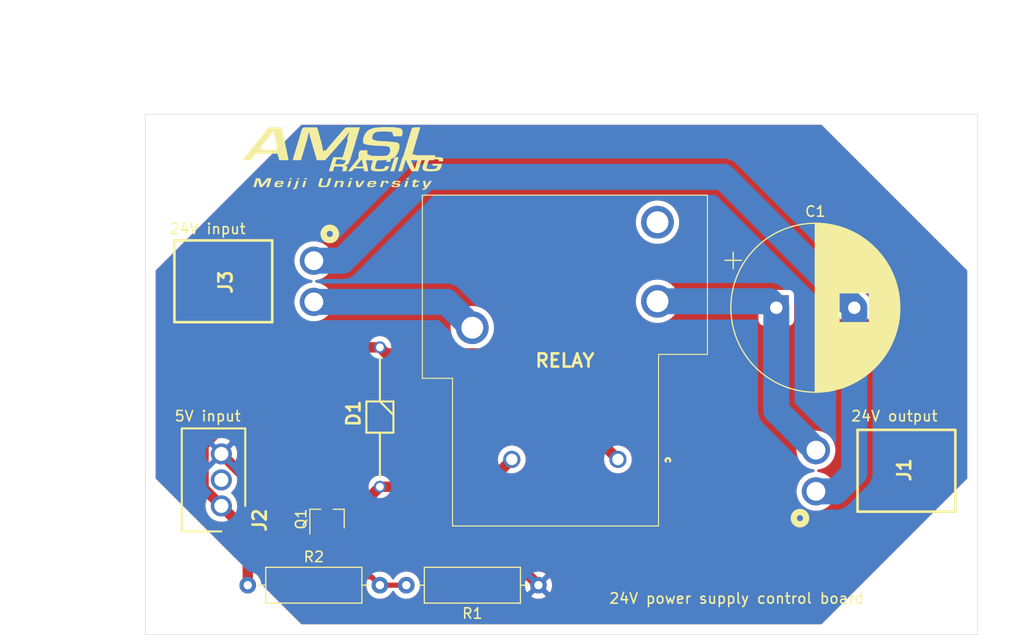
<source format=kicad_pcb>
(kicad_pcb (version 20171130) (host pcbnew "(5.1.0)-1")

  (general
    (thickness 1.6)
    (drawings 32)
    (tracks 38)
    (zones 0)
    (modules 14)
    (nets 10)
  )

  (page A4)
  (layers
    (0 F.Cu signal)
    (31 B.Cu signal)
    (32 B.Adhes user)
    (33 F.Adhes user)
    (34 B.Paste user)
    (35 F.Paste user)
    (36 B.SilkS user)
    (37 F.SilkS user)
    (38 B.Mask user)
    (39 F.Mask user)
    (40 Dwgs.User user)
    (41 Cmts.User user)
    (42 Eco1.User user)
    (43 Eco2.User user)
    (44 Edge.Cuts user)
    (45 Margin user)
    (46 B.CrtYd user)
    (47 F.CrtYd user)
    (48 B.Fab user)
    (49 F.Fab user)
  )

  (setup
    (last_trace_width 0.5)
    (trace_clearance 0.2)
    (zone_clearance 0.508)
    (zone_45_only no)
    (trace_min 0.2)
    (via_size 0.8)
    (via_drill 0.4)
    (via_min_size 0.4)
    (via_min_drill 0.3)
    (uvia_size 0.3)
    (uvia_drill 0.1)
    (uvias_allowed no)
    (uvia_min_size 0.2)
    (uvia_min_drill 0.1)
    (edge_width 0.05)
    (segment_width 0.2)
    (pcb_text_width 0.3)
    (pcb_text_size 1.5 1.5)
    (mod_edge_width 0.12)
    (mod_text_size 1 1)
    (mod_text_width 0.15)
    (pad_size 1.524 1.524)
    (pad_drill 0.762)
    (pad_to_mask_clearance 0.051)
    (solder_mask_min_width 0.25)
    (aux_axis_origin 0 0)
    (visible_elements FFFFFF7F)
    (pcbplotparams
      (layerselection 0x010fc_ffffffff)
      (usegerberextensions false)
      (usegerberattributes false)
      (usegerberadvancedattributes false)
      (creategerberjobfile false)
      (excludeedgelayer true)
      (linewidth 0.100000)
      (plotframeref false)
      (viasonmask false)
      (mode 1)
      (useauxorigin false)
      (hpglpennumber 1)
      (hpglpenspeed 20)
      (hpglpendiameter 15.000000)
      (psnegative false)
      (psa4output false)
      (plotreference true)
      (plotvalue true)
      (plotinvisibletext false)
      (padsonsilk false)
      (subtractmaskfromsilk false)
      (outputformat 1)
      (mirror false)
      (drillshape 1)
      (scaleselection 1)
      (outputdirectory ""))
  )

  (net 0 "")
  (net 1 "Net-(C1-Pad1)")
  (net 2 GND)
  (net 3 +5V)
  (net 4 "Net-(D1-Pad2)")
  (net 5 "Net-(J2-Pad2)")
  (net 6 +24V)
  (net 7 "Net-(Q1-Pad1)")
  (net 8 GNDD)
  (net 9 "Net-(K1-Pad3)")

  (net_class Default "これはデフォルトのネット クラスです。"
    (clearance 0.2)
    (trace_width 0.5)
    (via_dia 0.8)
    (via_drill 0.4)
    (uvia_dia 0.3)
    (uvia_drill 0.1)
    (add_net "Net-(J2-Pad2)")
    (add_net "Net-(K1-Pad3)")
    (add_net "Net-(Q1-Pad1)")
  )

  (net_class 24V ""
    (clearance 0.4)
    (trace_width 2.5)
    (via_dia 0.8)
    (via_drill 0.4)
    (uvia_dia 0.3)
    (uvia_drill 0.1)
    (add_net +24V)
    (add_net "Net-(C1-Pad1)")
  )

  (net_class 5V ""
    (clearance 0.2)
    (trace_width 1)
    (via_dia 0.8)
    (via_drill 0.4)
    (uvia_dia 0.3)
    (uvia_drill 0.1)
    (add_net +5V)
    (add_net GNDD)
    (add_net "Net-(D1-Pad2)")
  )

  (net_class GND ""
    (clearance 0.4)
    (trace_width 2.5)
    (via_dia 0.8)
    (via_drill 0.4)
    (uvia_dia 0.3)
    (uvia_drill 0.1)
    (add_net GND)
  )

  (module logo:amsl_logo (layer F.Cu) (tedit 0) (tstamp 5CC5DFBE)
    (at 79 54)
    (fp_text reference G*** (at 0 0) (layer F.SilkS) hide
      (effects (font (size 1.524 1.524) (thickness 0.3)))
    )
    (fp_text value LOGO (at 0.75 0) (layer F.SilkS) hide
      (effects (font (size 1.524 1.524) (thickness 0.3)))
    )
    (fp_poly (pts (xy -5.869761 -2.702506) (xy -5.865577 -2.683654) (xy -5.856745 -2.642171) (xy -5.843643 -2.579891)
      (xy -5.826648 -2.498648) (xy -5.80614 -2.400276) (xy -5.782498 -2.28661) (xy -5.7561 -2.159483)
      (xy -5.727324 -2.020731) (xy -5.696549 -1.872186) (xy -5.664154 -1.715683) (xy -5.630518 -1.553056)
      (xy -5.596019 -1.38614) (xy -5.561035 -1.216768) (xy -5.525945 -1.046774) (xy -5.491129 -0.877994)
      (xy -5.456964 -0.71226) (xy -5.423829 -0.551408) (xy -5.392102 -0.39727) (xy -5.362163 -0.251682)
      (xy -5.33439 -0.116478) (xy -5.309161 0.006509) (xy -5.286856 0.115445) (xy -5.267852 0.208494)
      (xy -5.252529 0.283823) (xy -5.241264 0.339598) (xy -5.234438 0.373984) (xy -5.232401 0.385128)
      (xy -5.244624 0.387111) (xy -5.279389 0.388932) (xy -5.333837 0.390537) (xy -5.40511 0.39187)
      (xy -5.49035 0.392878) (xy -5.586698 0.393505) (xy -5.681791 0.3937) (xy -6.131182 0.3937)
      (xy -6.161061 0.238622) (xy -6.181137 0.146843) (xy -6.201123 0.080393) (xy -6.22047 0.04003)
      (xy -6.236932 0.00751) (xy -6.255016 -0.041136) (xy -6.27157 -0.097089) (xy -6.27625 -0.116042)
      (xy -6.3025 -0.2286) (xy -8.38045 -0.2286) (xy -8.868726 0.3937) (xy -9.654495 0.3937)
      (xy -9.631023 0.357644) (xy -9.619178 0.341688) (xy -9.59256 0.307312) (xy -9.552248 0.255867)
      (xy -9.499319 0.188703) (xy -9.434853 0.107171) (xy -9.359927 0.012621) (xy -9.275621 -0.093597)
      (xy -9.183012 -0.210132) (xy -9.083179 -0.335634) (xy -8.9772 -0.468753) (xy -8.866153 -0.608138)
      (xy -8.809304 -0.67945) (xy -8.029808 -0.67945) (xy -7.85952 -0.675936) (xy -7.790658 -0.674285)
      (xy -7.742893 -0.672177) (xy -7.711922 -0.668874) (xy -7.693444 -0.663639) (xy -7.683158 -0.655732)
      (xy -7.676841 -0.644601) (xy -7.655403 -0.619762) (xy -7.6327 -0.608106) (xy -7.613761 -0.606305)
      (xy -7.572113 -0.604583) (xy -7.510449 -0.602984) (xy -7.43146 -0.601551) (xy -7.337838 -0.600325)
      (xy -7.232275 -0.59935) (xy -7.117464 -0.598667) (xy -7.01675 -0.598354) (xy -6.869922 -0.598254)
      (xy -6.746725 -0.598572) (xy -6.645396 -0.59935) (xy -6.564171 -0.600631) (xy -6.501283 -0.602456)
      (xy -6.454969 -0.604868) (xy -6.423464 -0.60791) (xy -6.405003 -0.611624) (xy -6.401184 -0.613146)
      (xy -6.37102 -0.636559) (xy -6.351544 -0.661576) (xy -6.347682 -0.67065) (xy -6.345416 -0.683102)
      (xy -6.345089 -0.701077) (xy -6.347042 -0.72672) (xy -6.351618 -0.762176) (xy -6.359158 -0.809589)
      (xy -6.370004 -0.871106) (xy -6.384498 -0.948871) (xy -6.402983 -1.04503) (xy -6.425799 -1.161727)
      (xy -6.453289 -1.301107) (xy -6.454253 -1.305983) (xy -6.482821 -1.449807) (xy -6.507172 -1.570771)
      (xy -6.527794 -1.670975) (xy -6.545175 -1.752519) (xy -6.5598 -1.817503) (xy -6.572158 -1.868028)
      (xy -6.582734 -1.906194) (xy -6.592017 -1.934101) (xy -6.600492 -1.953851) (xy -6.607156 -1.965391)
      (xy -6.626533 -2.003956) (xy -6.645746 -2.062487) (xy -6.665505 -2.143276) (xy -6.672706 -2.177361)
      (xy -6.685425 -2.238495) (xy -6.696526 -2.28991) (xy -6.704958 -2.326876) (xy -6.70967 -2.344665)
      (xy -6.710091 -2.345524) (xy -6.71833 -2.336365) (xy -6.741113 -2.308692) (xy -6.777283 -2.263958)
      (xy -6.825682 -2.203616) (xy -6.885154 -2.129118) (xy -6.954544 -2.041917) (xy -7.032693 -1.943467)
      (xy -7.118445 -1.835219) (xy -7.210644 -1.718627) (xy -7.308133 -1.595144) (xy -7.371826 -1.514364)
      (xy -8.029808 -0.67945) (xy -8.809304 -0.67945) (xy -8.751118 -0.752439) (xy -8.633172 -0.900305)
      (xy -8.513393 -1.050387) (xy -8.392861 -1.201333) (xy -8.272653 -1.351794) (xy -8.153849 -1.500418)
      (xy -8.037525 -1.645856) (xy -7.924761 -1.786758) (xy -7.816636 -1.921772) (xy -7.714226 -2.049549)
      (xy -7.618612 -2.168738) (xy -7.530871 -2.277989) (xy -7.452081 -2.375951) (xy -7.383321 -2.461275)
      (xy -7.32567 -2.532609) (xy -7.280206 -2.588603) (xy -7.248006 -2.627907) (xy -7.230151 -2.649171)
      (xy -7.227436 -2.652156) (xy -7.18773 -2.685111) (xy -7.140681 -2.715073) (xy -7.125836 -2.722592)
      (xy -7.111426 -2.728888) (xy -7.09626 -2.73414) (xy -7.077968 -2.738462) (xy -7.054185 -2.741964)
      (xy -7.022543 -2.744758) (xy -6.980674 -2.746957) (xy -6.926213 -2.748671) (xy -6.85679 -2.750013)
      (xy -6.77004 -2.751094) (xy -6.663595 -2.752027) (xy -6.535088 -2.752923) (xy -6.475479 -2.753306)
      (xy -5.883408 -2.757061) (xy -5.869761 -2.702506)) (layer F.SilkS) (width 0.01))
    (fp_poly (pts (xy 5.130862 0.116713) (xy 5.157852 0.117122) (xy 5.341681 0.12065) (xy 4.932919 1.45415)
      (xy 4.549061 1.461148) (xy 4.571828 1.387799) (xy 4.580102 1.36096) (xy 4.594963 1.312565)
      (xy 4.615572 1.245346) (xy 4.641092 1.162039) (xy 4.670687 1.065376) (xy 4.703519 0.958092)
      (xy 4.73875 0.842921) (xy 4.775145 0.7239) (xy 4.81123 0.606274) (xy 4.845282 0.496049)
      (xy 4.876546 0.395609) (xy 4.90427 0.307342) (xy 4.927699 0.233635) (xy 4.946079 0.176872)
      (xy 4.958656 0.139441) (xy 4.964675 0.123729) (xy 4.964859 0.123472) (xy 4.980197 0.120192)
      (xy 5.016156 0.117867) (xy 5.067966 0.116655) (xy 5.130862 0.116713)) (layer F.SilkS) (width 0.01))
    (fp_poly (pts (xy 1.598339 -2.664463) (xy 1.591866 -2.642041) (xy 1.578677 -2.597179) (xy 1.559337 -2.531767)
      (xy 1.53441 -2.447698) (xy 1.504461 -2.346865) (xy 1.470054 -2.23116) (xy 1.431755 -2.102476)
      (xy 1.390129 -1.962704) (xy 1.34574 -1.813738) (xy 1.299153 -1.657469) (xy 1.250933 -1.495791)
      (xy 1.201644 -1.330595) (xy 1.151853 -1.163774) (xy 1.102122 -0.997221) (xy 1.053018 -0.832827)
      (xy 1.005104 -0.672485) (xy 0.958947 -0.518088) (xy 0.91511 -0.371528) (xy 0.874158 -0.234698)
      (xy 0.836657 -0.109489) (xy 0.803171 0.002205) (xy 0.774264 0.098493) (xy 0.750503 0.177482)
      (xy 0.73245 0.237279) (xy 0.722546 0.269875) (xy 0.702398 0.330346) (xy 0.68491 0.371951)
      (xy 0.67121 0.392154) (xy 0.667471 0.3937) (xy 0.654227 0.405502) (xy 0.640831 0.437584)
      (xy 0.634678 0.460375) (xy 0.616563 0.52087) (xy 0.59005 0.588465) (xy 0.558968 0.654854)
      (xy 0.527146 0.711737) (xy 0.503173 0.74548) (xy 0.454776 0.787075) (xy 0.386904 0.823422)
      (xy 0.305351 0.85182) (xy 0.246854 0.864895) (xy 0.190081 0.876132) (xy 0.15816 0.885711)
      (xy 0.150631 0.894043) (xy 0.167031 0.901542) (xy 0.19907 0.907514) (xy 0.271308 0.924262)
      (xy 0.33262 0.950417) (xy 0.377093 0.983157) (xy 0.389453 0.998384) (xy 0.403593 1.027918)
      (xy 0.409527 1.063734) (xy 0.406872 1.109612) (xy 0.395246 1.169331) (xy 0.374269 1.246672)
      (xy 0.359447 1.2954) (xy 0.309919 1.45415) (xy 0.118332 1.457647) (xy -0.073255 1.461145)
      (xy -0.030278 1.319584) (xy -0.008153 1.243936) (xy 0.005493 1.18767) (xy 0.010677 1.146234)
      (xy 0.007414 1.115073) (xy -0.004278 1.089634) (xy -0.024383 1.065363) (xy -0.029341 1.060319)
      (xy -0.046949 1.044073) (xy -0.065698 1.031146) (xy -0.088524 1.021205) (xy -0.118364 1.013914)
      (xy -0.158155 1.00894) (xy -0.210834 1.005947) (xy -0.279339 1.004603) (xy -0.366605 1.004572)
      (xy -0.475571 1.00552) (xy -0.507572 1.005883) (xy -0.830994 1.00965) (xy -0.879214 1.1684)
      (xy -0.899502 1.235314) (xy -0.919089 1.300128) (xy -0.935741 1.355439) (xy -0.947219 1.393825)
      (xy -0.967003 1.4605) (xy -1.156602 1.4605) (xy -1.22273 1.460155) (xy -1.278814 1.459205)
      (xy -1.320452 1.457777) (xy -1.343245 1.455998) (xy -1.3462 1.455038) (xy -1.342583 1.442218)
      (xy -1.332183 1.407342) (xy -1.315676 1.352635) (xy -1.293738 1.280321) (xy -1.267047 1.192624)
      (xy -1.236279 1.091769) (xy -1.20211 0.979979) (xy -1.165218 0.85948) (xy -1.143 0.787005)
      (xy -1.137294 0.768385) (xy -0.757421 0.768385) (xy -0.747832 0.774397) (xy -0.71647 0.779406)
      (xy -0.666943 0.783413) (xy -0.60286 0.786419) (xy -0.527826 0.788423) (xy -0.445451 0.789427)
      (xy -0.359341 0.78943) (xy -0.273105 0.788434) (xy -0.190349 0.786439) (xy -0.114683 0.783444)
      (xy -0.049713 0.779452) (xy 0.000953 0.774461) (xy 0.033708 0.768474) (xy 0.034382 0.768277)
      (xy 0.103029 0.73551) (xy 0.158132 0.681781) (xy 0.200097 0.606634) (xy 0.215141 0.564614)
      (xy 0.228685 0.514496) (xy 0.238137 0.467537) (xy 0.2413 0.436812) (xy 0.2413 0.3937)
      (xy -0.1016 0.3937) (xy -0.1016 0.3175) (xy -0.617811 0.3175) (xy -0.683968 0.533435)
      (xy -0.705823 0.604507) (xy -0.725476 0.667932) (xy -0.741576 0.719384) (xy -0.752771 0.75454)
      (xy -0.757421 0.768385) (xy -1.137294 0.768385) (xy -1.104849 0.662513) (xy -1.069031 0.545463)
      (xy -1.036223 0.438076) (xy -1.007103 0.342576) (xy -0.982345 0.261185) (xy -0.962628 0.196125)
      (xy -0.948626 0.149619) (xy -0.941018 0.12389) (xy -0.9398 0.119366) (xy -0.927576 0.118195)
      (xy -0.892807 0.11712) (xy -0.838349 0.116172) (xy -0.767056 0.115384) (xy -0.681783 0.114788)
      (xy -0.585386 0.114416) (xy -0.489397 0.1143) (xy -0.370079 0.114223) (xy -0.273655 0.113913)
      (xy -0.197618 0.113248) (xy -0.139463 0.112109) (xy -0.096683 0.110374) (xy -0.066772 0.107924)
      (xy -0.047224 0.104637) (xy -0.035532 0.100394) (xy -0.029192 0.095073) (xy -0.0273 0.092075)
      (xy -0.021035 0.075056) (xy -0.008455 0.036615) (xy 0.00953 -0.02032) (xy 0.032012 -0.092823)
      (xy 0.058082 -0.177964) (xy 0.086831 -0.272814) (xy 0.113613 -0.36195) (xy 0.150935 -0.486532)
      (xy 0.192432 -0.624817) (xy 0.235897 -0.769461) (xy 0.279119 -0.913122) (xy 0.319892 -1.048454)
      (xy 0.356006 -1.168116) (xy 0.36185 -1.18745) (xy 0.390892 -1.28425) (xy 0.417512 -1.374379)
      (xy 0.440806 -1.454667) (xy 0.45987 -1.521943) (xy 0.473801 -1.57304) (xy 0.481695 -1.604785)
      (xy 0.48314 -1.6129) (xy 0.483876 -1.655281) (xy 0.476422 -1.674373) (xy 0.457981 -1.67157)
      (xy 0.425755 -1.648265) (xy 0.420666 -1.64402) (xy 0.382184 -1.611639) (xy 0.418228 -1.717045)
      (xy 0.431742 -1.755834) (xy 0.451691 -1.812157) (xy 0.476319 -1.881143) (xy 0.503868 -1.957919)
      (xy 0.53258 -2.037611) (xy 0.560698 -2.115347) (xy 0.586466 -2.186255) (xy 0.608125 -2.245462)
      (xy 0.623918 -2.288095) (xy 0.629144 -2.301875) (xy 0.634288 -2.32055) (xy 0.629164 -2.323994)
      (xy 0.613062 -2.311422) (xy 0.58527 -2.282047) (xy 0.545077 -2.235083) (xy 0.491772 -2.169745)
      (xy 0.424643 -2.085248) (xy 0.370488 -2.016125) (xy 0.314187 -1.94401) (xy 0.262801 -1.878388)
      (xy 0.215021 -1.817721) (xy 0.169538 -1.76047) (xy 0.12504 -1.705094) (xy 0.080219 -1.650055)
      (xy 0.033764 -1.593813) (xy -0.015634 -1.534828) (xy -0.069286 -1.471561) (xy -0.1285 -1.402473)
      (xy -0.194588 -1.326023) (xy -0.268858 -1.240674) (xy -0.352621 -1.144885) (xy -0.447186 -1.037116)
      (xy -0.553863 -0.915829) (xy -0.673963 -0.779484) (xy -0.808795 -0.626541) (xy -0.89535 -0.52839)
      (xy -1.70815 0.393245) (xy -2.109393 0.393472) (xy -2.510636 0.3937) (xy -2.766842 -0.479425)
      (xy -2.809929 -0.626722) (xy -2.851467 -0.76961) (xy -2.890805 -0.905793) (xy -2.927291 -1.032975)
      (xy -2.960274 -1.14886) (xy -2.989102 -1.25115) (xy -3.013123 -1.33755) (xy -3.031685 -1.405763)
      (xy -3.044138 -1.453492) (xy -3.048811 -1.4732) (xy -3.066029 -1.552294) (xy -3.079677 -1.610386)
      (xy -3.090978 -1.651416) (xy -3.101156 -1.679327) (xy -3.111434 -1.69806) (xy -3.122746 -1.711274)
      (xy -3.132894 -1.728449) (xy -3.144843 -1.76297) (xy -3.159066 -1.816669) (xy -3.176036 -1.891375)
      (xy -3.196229 -1.988921) (xy -3.201645 -2.016125) (xy -3.222834 -2.119738) (xy -3.240825 -2.200309)
      (xy -3.255478 -2.257294) (xy -3.266657 -2.290147) (xy -3.273184 -2.2987) (xy -3.28789 -2.287951)
      (xy -3.295491 -2.270125) (xy -3.30006 -2.250151) (xy -3.309366 -2.20914) (xy -3.322563 -2.150836)
      (xy -3.338803 -2.078982) (xy -3.357242 -1.997319) (xy -3.371873 -1.932468) (xy -3.392271 -1.842483)
      (xy -3.411986 -1.756355) (xy -3.429972 -1.678596) (xy -3.445182 -1.613715) (xy -3.456567 -1.566222)
      (xy -3.461368 -1.547019) (xy -3.467929 -1.523534) (xy -3.481059 -1.478131) (xy -3.500038 -1.413226)
      (xy -3.524149 -1.331233) (xy -3.552672 -1.234567) (xy -3.584889 -1.125643) (xy -3.62008 -1.006876)
      (xy -3.657528 -0.880681) (xy -3.696513 -0.749472) (xy -3.736317 -0.615664) (xy -3.776221 -0.481672)
      (xy -3.815506 -0.349911) (xy -3.853454 -0.222796) (xy -3.889345 -0.102742) (xy -3.922462 0.007837)
      (xy -3.952084 0.106526) (xy -3.977495 0.19091) (xy -3.997974 0.258574) (xy -4.012803 0.307103)
      (xy -4.021033 0.333375) (xy -4.040642 0.3937) (xy -4.433321 0.3937) (xy -4.545152 0.393557)
      (xy -4.634073 0.393053) (xy -4.702576 0.392068) (xy -4.753151 0.390485) (xy -4.788287 0.388188)
      (xy -4.810475 0.385057) (xy -4.822205 0.380977) (xy -4.825966 0.375829) (xy -4.826 0.37517)
      (xy -4.822405 0.360002) (xy -4.811983 0.322351) (xy -4.795282 0.264039) (xy -4.77285 0.18689)
      (xy -4.745233 0.092725) (xy -4.712979 -0.016631) (xy -4.676636 -0.139358) (xy -4.63675 -0.273631)
      (xy -4.593869 -0.417628) (xy -4.548541 -0.569527) (xy -4.501312 -0.727504) (xy -4.45273 -0.889737)
      (xy -4.403342 -1.054402) (xy -4.353696 -1.219678) (xy -4.304339 -1.383741) (xy -4.255817 -1.544769)
      (xy -4.20868 -1.700939) (xy -4.163473 -1.850428) (xy -4.120744 -1.991413) (xy -4.081041 -2.122072)
      (xy -4.044911 -2.240582) (xy -4.0129 -2.345119) (xy -3.985557 -2.433862) (xy -3.963429 -2.504988)
      (xy -3.947063 -2.556673) (xy -3.937007 -2.587095) (xy -3.93455 -2.593682) (xy -3.89281 -2.663097)
      (xy -3.836033 -2.712063) (xy -3.764034 -2.740732) (xy -3.75679 -2.742324) (xy -3.723432 -2.746192)
      (xy -3.66474 -2.749247) (xy -3.580765 -2.751489) (xy -3.471559 -2.752918) (xy -3.337176 -2.753531)
      (xy -3.177667 -2.753328) (xy -3.086154 -2.752908) (xy -2.482957 -2.74955) (xy -2.466032 -2.69875)
      (xy -2.454641 -2.66223) (xy -2.437483 -2.604081) (xy -2.415357 -2.527215) (xy -2.389063 -2.434539)
      (xy -2.359398 -2.328964) (xy -2.327163 -2.213399) (xy -2.293155 -2.090753) (xy -2.258175 -1.963935)
      (xy -2.223021 -1.835855) (xy -2.188491 -1.709421) (xy -2.155386 -1.587544) (xy -2.124504 -1.473132)
      (xy -2.096643 -1.369095) (xy -2.072604 -1.278342) (xy -2.053184 -1.203783) (xy -2.039183 -1.148326)
      (xy -2.032611 -1.120533) (xy -2.021974 -1.070767) (xy -2.008828 -1.006626) (xy -1.993947 -0.932162)
      (xy -1.978105 -0.851426) (xy -1.962074 -0.768472) (xy -1.946627 -0.68735) (xy -1.93254 -0.612113)
      (xy -1.920583 -0.546813) (xy -1.911532 -0.495501) (xy -1.906159 -0.46223) (xy -1.905 -0.451883)
      (xy -1.897646 -0.442232) (xy -1.87767 -0.450422) (xy -1.8482 -0.474365) (xy -1.812366 -0.511977)
      (xy -1.808976 -0.515913) (xy -1.777344 -0.551788) (xy -1.75767 -0.570143) (xy -1.746265 -0.573466)
      (xy -1.739442 -0.564244) (xy -1.739004 -0.563097) (xy -1.721506 -0.534075) (xy -1.71042 -0.522584)
      (xy -1.695342 -0.514689) (xy -1.677664 -0.516128) (xy -1.655465 -0.528688) (xy -1.626824 -0.554156)
      (xy -1.589819 -0.594319) (xy -1.54253 -0.650963) (xy -1.483035 -0.725875) (xy -1.45982 -0.75565)
      (xy -1.416878 -0.810856) (xy -1.377662 -0.861067) (xy -1.340799 -0.907915) (xy -1.304917 -0.953029)
      (xy -1.268641 -0.998039) (xy -1.2306 -1.044575) (xy -1.189419 -1.094267) (xy -1.143726 -1.148745)
      (xy -1.092148 -1.209639) (xy -1.033311 -1.278578) (xy -0.965842 -1.357194) (xy -0.888369 -1.447115)
      (xy -0.799518 -1.549972) (xy -0.697916 -1.667394) (xy -0.58219 -1.801012) (xy -0.473709 -1.92621)
      (xy -0.353545 -2.064814) (xy -0.248756 -2.18549) (xy -0.158136 -2.289548) (xy -0.080478 -2.378302)
      (xy -0.014576 -2.453062) (xy 0.040778 -2.515139) (xy 0.08679 -2.565847) (xy 0.124667 -2.606497)
      (xy 0.155615 -2.638399) (xy 0.180842 -2.662867) (xy 0.201553 -2.681211) (xy 0.218956 -2.694744)
      (xy 0.234257 -2.704777) (xy 0.248663 -2.712621) (xy 0.250658 -2.71361) (xy 0.32385 -2.74955)
      (xy 0.973926 -2.753363) (xy 1.624003 -2.757175) (xy 1.598339 -2.664463)) (layer F.SilkS) (width 0.01))
    (fp_poly (pts (xy 7.227185 -2.75579) (xy 7.299365 -2.755308) (xy 7.351996 -2.754234) (xy 7.388002 -2.752345)
      (xy 7.410309 -2.749418) (xy 7.421842 -2.745231) (xy 7.425525 -2.739562) (xy 7.424747 -2.733675)
      (xy 7.418938 -2.713471) (xy 7.407719 -2.674261) (xy 7.392639 -2.621467) (xy 7.375247 -2.56051)
      (xy 7.37302 -2.5527) (xy 7.362658 -2.516975) (xy 7.345605 -2.458957) (xy 7.322466 -2.380682)
      (xy 7.293848 -2.284186) (xy 7.260356 -2.171505) (xy 7.222598 -2.044675) (xy 7.181179 -1.905733)
      (xy 7.136706 -1.756715) (xy 7.089784 -1.599656) (xy 7.041019 -1.436593) (xy 6.993052 -1.27635)
      (xy 6.658346 -0.15875) (xy 6.784574 -0.15512) (xy 6.842801 -0.153029) (xy 6.881468 -0.14983)
      (xy 6.906409 -0.144094) (xy 6.923463 -0.134397) (xy 6.938464 -0.119311) (xy 6.940447 -0.11702)
      (xy 6.970093 -0.08255) (xy 8.887577 -0.075732) (xy 8.871664 -0.015641) (xy 8.860187 0.026495)
      (xy 8.849818 0.062605) (xy 8.84662 0.073025) (xy 8.843412 0.085584) (xy 8.846177 0.09379)
      (xy 8.859077 0.098569) (xy 8.886271 0.100848) (xy 8.93192 0.101555) (xy 8.974869 0.10161)
      (xy 9.06873 0.10344) (xy 9.166839 0.10853) (xy 9.262818 0.116302) (xy 9.350291 0.126178)
      (xy 9.42288 0.137579) (xy 9.458972 0.14551) (xy 9.531673 0.170056) (xy 9.582188 0.201955)
      (xy 9.613442 0.244766) (xy 9.628363 0.302048) (xy 9.630637 0.354207) (xy 9.627904 0.403779)
      (xy 9.622031 0.447946) (xy 9.615623 0.473075) (xy 9.601828 0.508) (xy 9.2202 0.508)
      (xy 9.2202 0.4445) (xy 9.218622 0.407437) (xy 9.211898 0.378796) (xy 9.197039 0.357235)
      (xy 9.171057 0.341415) (xy 9.130964 0.329993) (xy 9.073773 0.321629) (xy 8.996496 0.314983)
      (xy 8.920838 0.310157) (xy 8.780227 0.301825) (xy 8.767981 0.344587) (xy 8.755736 0.38735)
      (xy 8.287988 0.40005) (xy 8.246396 0.454615) (xy 8.224052 0.49238) (xy 8.197662 0.550896)
      (xy 8.168648 0.626111) (xy 8.138431 0.713971) (xy 8.108435 0.810423) (xy 8.080082 0.911414)
      (xy 8.063879 0.97482) (xy 8.047736 1.056705) (xy 8.044913 1.11947) (xy 8.05586 1.165895)
      (xy 8.081026 1.19876) (xy 8.102356 1.212724) (xy 8.153749 1.230613) (xy 8.229692 1.243945)
      (xy 8.329737 1.25267) (xy 8.453439 1.256737) (xy 8.498556 1.257048) (xy 8.628632 1.255097)
      (xy 8.735999 1.248501) (xy 8.823016 1.236723) (xy 8.89204 1.219226) (xy 8.945428 1.195471)
      (xy 8.985537 1.164921) (xy 9.005383 1.141478) (xy 9.024922 1.109177) (xy 9.046858 1.06578)
      (xy 9.067732 1.019134) (xy 9.084085 0.977084) (xy 9.092458 0.947473) (xy 9.092898 0.942975)
      (xy 9.087061 0.937292) (xy 9.067622 0.933037) (xy 9.032053 0.930052) (xy 8.977829 0.92818)
      (xy 8.902424 0.92726) (xy 8.8392 0.9271) (xy 8.74975 0.92722) (xy 8.682932 0.926718)
      (xy 8.635986 0.924295) (xy 8.606151 0.918655) (xy 8.590669 0.908501) (xy 8.58678 0.892536)
      (xy 8.591723 0.869463) (xy 8.60274 0.837985) (xy 8.609502 0.81915) (xy 8.631835 0.75565)
      (xy 9.078417 0.752312) (xy 9.204334 0.751592) (xy 9.306607 0.75153) (xy 9.386986 0.752172)
      (xy 9.44722 0.753562) (xy 9.489059 0.755746) (xy 9.514251 0.758769) (xy 9.524547 0.762676)
      (xy 9.525 0.763868) (xy 9.521556 0.781175) (xy 9.512159 0.817604) (xy 9.498209 0.867965)
      (xy 9.481107 0.927067) (xy 9.479559 0.932305) (xy 9.442925 1.045618) (xy 9.404046 1.141033)
      (xy 9.360419 1.220204) (xy 9.309542 1.284785) (xy 9.248911 1.336431) (xy 9.176025 1.376794)
      (xy 9.08838 1.40753) (xy 8.983474 1.430291) (xy 8.858803 1.446732) (xy 8.711865 1.458508)
      (xy 8.68045 1.460399) (xy 8.576493 1.465888) (xy 8.489182 1.469131) (xy 8.409872 1.470204)
      (xy 8.329914 1.469182) (xy 8.240661 1.466141) (xy 8.2042 1.464548) (xy 8.121469 1.4586)
      (xy 8.033968 1.44863) (xy 7.950469 1.435879) (xy 7.879742 1.421589) (xy 7.85495 1.415139)
      (xy 7.773392 1.383468) (xy 7.712882 1.340358) (xy 7.672492 1.284158) (xy 7.651292 1.213214)
      (xy 7.648354 1.125875) (xy 7.655629 1.060607) (xy 7.667958 1.001022) (xy 7.688347 0.924386)
      (xy 7.714743 0.836947) (xy 7.745091 0.744952) (xy 7.777337 0.65465) (xy 7.809429 0.572289)
      (xy 7.83681 0.509417) (xy 7.858574 0.462478) (xy 7.875529 0.425032) (xy 7.885276 0.40242)
      (xy 7.8867 0.398292) (xy 7.874778 0.396599) (xy 7.842127 0.395187) (xy 7.793415 0.394184)
      (xy 7.733312 0.393718) (xy 7.718326 0.3937) (xy 7.549952 0.3937) (xy 7.405016 0.866775)
      (xy 7.372101 0.974266) (xy 7.340879 1.076325) (xy 7.312287 1.169886) (xy 7.287261 1.251882)
      (xy 7.266736 1.319249) (xy 7.251647 1.368921) (xy 7.242931 1.397832) (xy 7.242235 1.400175)
      (xy 7.224389 1.4605) (xy 6.570514 1.4605) (xy 6.366473 1.044575) (xy 6.317363 0.943595)
      (xy 6.270067 0.84471) (xy 6.226226 0.751471) (xy 6.187483 0.667434) (xy 6.15548 0.596153)
      (xy 6.131858 0.541179) (xy 6.120042 0.511175) (xy 6.099926 0.457004) (xy 6.084971 0.422561)
      (xy 6.072363 0.403457) (xy 6.059287 0.395303) (xy 6.044701 0.3937) (xy 6.516268 0.3937)
      (xy 6.624825 0.619125) (xy 6.666518 0.707293) (xy 6.711615 0.805332) (xy 6.756067 0.904269)
      (xy 6.795827 0.995135) (xy 6.816802 1.044575) (xy 6.844745 1.110221) (xy 6.869913 1.166816)
      (xy 6.890519 1.210538) (xy 6.904774 1.237565) (xy 6.910372 1.2446) (xy 6.919372 1.233514)
      (xy 6.930182 1.205572) (xy 6.934433 1.190625) (xy 6.953535 1.117625) (xy 6.972565 1.047537)
      (xy 6.993081 0.974949) (xy 7.016642 0.89445) (xy 7.044807 0.800628) (xy 7.079133 0.68807)
      (xy 7.079462 0.686996) (xy 7.103563 0.607917) (xy 7.12493 0.536928) (xy 7.142497 0.477642)
      (xy 7.155199 0.433674) (xy 7.16197 0.408638) (xy 7.1628 0.404421) (xy 7.150662 0.401515)
      (xy 7.116494 0.398909) (xy 7.063667 0.396713) (xy 6.995551 0.39504) (xy 6.915516 0.394001)
      (xy 6.839534 0.3937) (xy 6.516268 0.3937) (xy 6.044701 0.3937) (xy 6.030489 0.395073)
      (xy 6.019309 0.401893) (xy 6.009152 0.418211) (xy 5.99801 0.448078) (xy 5.983875 0.495543)
      (xy 5.970706 0.542925) (xy 5.956273 0.593842) (xy 5.935659 0.664388) (xy 5.910247 0.749943)
      (xy 5.881419 0.845888) (xy 5.850557 0.947604) (xy 5.819043 1.050471) (xy 5.812051 1.07315)
      (xy 5.694441 1.45415) (xy 5.502179 1.457652) (xy 5.309918 1.461154) (xy 5.327807 1.406852)
      (xy 5.336207 1.380403) (xy 5.350998 1.332816) (xy 5.371212 1.267262) (xy 5.395883 1.186914)
      (xy 5.424043 1.094944) (xy 5.454728 0.994526) (xy 5.486969 0.88883) (xy 5.5198 0.78103)
      (xy 5.552254 0.674298) (xy 5.583364 0.571806) (xy 5.612164 0.476727) (xy 5.637688 0.392234)
      (xy 5.658967 0.321497) (xy 5.675036 0.267691) (xy 5.67815 0.257175) (xy 5.698336 0.192053)
      (xy 5.71432 0.148632) (xy 5.727467 0.123828) (xy 5.739146 0.11456) (xy 5.74152 0.1143)
      (xy 5.767531 0.10549) (xy 5.775426 0.098425) (xy 5.780718 0.084336) (xy 5.792767 0.047505)
      (xy 5.811085 -0.010469) (xy 5.835182 -0.087982) (xy 5.86457 -0.183433) (xy 5.898761 -0.295221)
      (xy 5.937266 -0.421745) (xy 5.979596 -0.561402) (xy 6.025263 -0.712591) (xy 6.073778 -0.873711)
      (xy 6.124653 -1.04316) (xy 6.177359 -1.2192) (xy 6.230457 -1.396593) (xy 6.281909 -1.56809)
      (xy 6.331203 -1.732005) (xy 6.377827 -1.886653) (xy 6.421269 -2.03035) (xy 6.461018 -2.161411)
      (xy 6.496561 -2.27815) (xy 6.527386 -2.378882) (xy 6.552982 -2.461923) (xy 6.572836 -2.525587)
      (xy 6.586437 -2.568189) (xy 6.59309 -2.587594) (xy 6.632807 -2.658601) (xy 6.687355 -2.709038)
      (xy 6.757033 -2.739167) (xy 6.768723 -2.741933) (xy 6.801432 -2.746155) (xy 6.855238 -2.749821)
      (xy 6.925843 -2.752764) (xy 7.008947 -2.754822) (xy 7.100253 -2.755827) (xy 7.13253 -2.7559)
      (xy 7.227185 -2.75579)) (layer F.SilkS) (width 0.01))
    (fp_poly (pts (xy 4.328211 -2.777609) (xy 4.463582 -2.775952) (xy 4.594236 -2.773348) (xy 4.715793 -2.769846)
      (xy 4.823877 -2.765494) (xy 4.91411 -2.760342) (xy 4.9657 -2.756152) (xy 5.125857 -2.738376)
      (xy 5.265575 -2.718114) (xy 5.383864 -2.695583) (xy 5.479733 -2.671) (xy 5.552192 -2.644582)
      (xy 5.599194 -2.617393) (xy 5.659108 -2.553995) (xy 5.701138 -2.473556) (xy 5.725123 -2.37723)
      (xy 5.7309 -2.266172) (xy 5.718306 -2.141536) (xy 5.68718 -2.004479) (xy 5.685909 -2.000014)
      (xy 5.656873 -1.89865) (xy 5.254136 -1.895297) (xy 4.8514 -1.891944) (xy 4.8514 -1.9475)
      (xy 4.840565 -2.010176) (xy 4.81965 -2.049842) (xy 4.799715 -2.086699) (xy 4.788678 -2.121637)
      (xy 4.7879 -2.130155) (xy 4.779459 -2.17537) (xy 4.757736 -2.224172) (xy 4.728132 -2.266896)
      (xy 4.696604 -2.293589) (xy 4.662969 -2.308896) (xy 4.624977 -2.321504) (xy 4.579775 -2.331722)
      (xy 4.524512 -2.339856) (xy 4.456338 -2.346214) (xy 4.372401 -2.351101) (xy 4.269849 -2.354827)
      (xy 4.145832 -2.357696) (xy 4.092684 -2.358623) (xy 3.888829 -2.360312) (xy 3.708559 -2.35798)
      (xy 3.550296 -2.351064) (xy 3.412462 -2.339004) (xy 3.293477 -2.321238) (xy 3.191765 -2.297206)
      (xy 3.105747 -2.266346) (xy 3.033845 -2.228097) (xy 2.97448 -2.181898) (xy 2.926075 -2.127187)
      (xy 2.887051 -2.063403) (xy 2.85583 -1.989985) (xy 2.831822 -1.910265) (xy 2.811787 -1.809667)
      (xy 2.808384 -1.727422) (xy 2.822115 -1.662261) (xy 2.853481 -1.612918) (xy 2.902985 -1.578125)
      (xy 2.971126 -1.556613) (xy 2.9718 -1.556481) (xy 3.007108 -1.546171) (xy 3.053618 -1.528225)
      (xy 3.09245 -1.510696) (xy 3.124516 -1.497252) (xy 3.163533 -1.485282) (xy 3.211543 -1.474567)
      (xy 3.270593 -1.464889) (xy 3.342725 -1.456028) (xy 3.429986 -1.447765) (xy 3.534419 -1.439882)
      (xy 3.658069 -1.432158) (xy 3.802982 -1.424376) (xy 3.9712 -1.416316) (xy 3.9751 -1.416138)
      (xy 4.174754 -1.406364) (xy 4.351659 -1.396247) (xy 4.508465 -1.385515) (xy 4.647822 -1.373898)
      (xy 4.772381 -1.361125) (xy 4.884791 -1.346925) (xy 4.987703 -1.331027) (xy 5.083768 -1.313161)
      (xy 5.172467 -1.293798) (xy 5.246742 -1.273002) (xy 5.301611 -1.248049) (xy 5.343071 -1.21473)
      (xy 5.377115 -1.168834) (xy 5.3941 -1.138171) (xy 5.42156 -1.060195) (xy 5.433807 -0.965166)
      (xy 5.431333 -0.855994) (xy 5.414632 -0.735588) (xy 5.384196 -0.606858) (xy 5.340519 -0.472712)
      (xy 5.284093 -0.336059) (xy 5.244284 -0.254) (xy 5.156814 -0.106947) (xy 5.056396 0.019025)
      (xy 4.943531 0.123464) (xy 4.818719 0.205921) (xy 4.682461 0.265944) (xy 4.657725 0.274031)
      (xy 4.5847 0.296738) (xy 4.584455 0.361094) (xy 4.580719 0.414912) (xy 4.571664 0.472083)
      (xy 4.567764 0.48895) (xy 4.551318 0.55245) (xy 4.359252 0.555951) (xy 4.167185 0.559453)
      (xy 4.179092 0.517935) (xy 4.187018 0.478593) (xy 4.190506 0.436636) (xy 4.189418 0.400538)
      (xy 4.183614 0.378778) (xy 4.18142 0.376578) (xy 4.16607 0.375578) (xy 4.130005 0.3767)
      (xy 4.077799 0.379701) (xy 4.014025 0.384339) (xy 3.975045 0.387553) (xy 3.893696 0.393826)
      (xy 3.796334 0.40022) (xy 3.692337 0.406184) (xy 3.591082 0.411167) (xy 3.533404 0.413535)
      (xy 3.288559 0.422623) (xy 3.245344 0.512936) (xy 3.212132 0.590566) (xy 3.179697 0.68121)
      (xy 3.149666 0.778751) (xy 3.123667 0.877077) (xy 3.103327 0.970074) (xy 3.090274 1.051627)
      (xy 3.0861 1.111173) (xy 3.088136 1.149179) (xy 3.095893 1.179671) (xy 3.111843 1.203458)
      (xy 3.13846 1.221355) (xy 3.178217 1.234172) (xy 3.233585 1.242722) (xy 3.307039 1.247816)
      (xy 3.40105 1.250268) (xy 3.51155 1.250888) (xy 3.625543 1.25007) (xy 3.717347 1.247193)
      (xy 3.790128 1.241707) (xy 3.847052 1.233062) (xy 3.891286 1.220708) (xy 3.925995 1.204093)
      (xy 3.954346 1.182668) (xy 3.965179 1.17204) (xy 3.991886 1.13727) (xy 4.017995 1.092376)
      (xy 4.038954 1.046474) (xy 4.050213 1.008677) (xy 4.051021 1.000125) (xy 4.053186 0.991561)
      (xy 4.061906 0.985516) (xy 4.080898 0.981558) (xy 4.113874 0.979256) (xy 4.164549 0.97818)
      (xy 4.236639 0.9779) (xy 4.434318 0.9779) (xy 4.425742 1.019175) (xy 4.407208 1.077939)
      (xy 4.376195 1.145839) (xy 4.337737 1.21361) (xy 4.296865 1.271985) (xy 4.274812 1.297102)
      (xy 4.228923 1.337971) (xy 4.177635 1.371397) (xy 4.117736 1.398289) (xy 4.046015 1.419558)
      (xy 3.95926 1.436115) (xy 3.85426 1.448871) (xy 3.727803 1.458736) (xy 3.69849 1.46051)
      (xy 3.595439 1.466069) (xy 3.510109 1.469446) (xy 3.434911 1.470626) (xy 3.362259 1.469596)
      (xy 3.284566 1.466341) (xy 3.194245 1.460848) (xy 3.175 1.459548) (xy 3.045367 1.447789)
      (xy 2.939081 1.431242) (xy 2.854374 1.40893) (xy 2.78948 1.379874) (xy 2.742631 1.343095)
      (xy 2.712062 1.297615) (xy 2.696005 1.242455) (xy 2.692419 1.192288) (xy 2.697733 1.108124)
      (xy 2.71265 1.007253) (xy 2.735571 0.895763) (xy 2.764897 0.779743) (xy 2.799029 0.665282)
      (xy 2.836368 0.55847) (xy 2.875314 0.465395) (xy 2.892476 0.430499) (xy 2.881779 0.427571)
      (xy 2.849629 0.424124) (xy 2.799962 0.420453) (xy 2.73671 0.416852) (xy 2.670608 0.413882)
      (xy 2.587048 0.410201) (xy 2.502626 0.405847) (xy 2.424598 0.401235) (xy 2.360219 0.396786)
      (xy 2.33045 0.394301) (xy 2.279861 0.389847) (xy 2.240165 0.386813) (xy 2.21715 0.38562)
      (xy 2.213721 0.38583) (xy 2.215808 0.398112) (xy 2.222492 0.432116) (xy 2.233118 0.484711)
      (xy 2.247035 0.552767) (xy 2.26359 0.633154) (xy 2.28213 0.722741) (xy 2.302001 0.818399)
      (xy 2.322552 0.916997) (xy 2.34313 1.015405) (xy 2.363081 1.110493) (xy 2.381753 1.199131)
      (xy 2.398493 1.278188) (xy 2.412649 1.344534) (xy 2.423567 1.395039) (xy 2.430596 1.426572)
      (xy 2.431942 1.432249) (xy 2.439046 1.461148) (xy 2.238841 1.457649) (xy 2.038635 1.45415)
      (xy 2.013843 1.323975) (xy 1.989052 1.1938) (xy 1.083489 1.1938) (xy 0.9779 1.32715)
      (xy 0.87231 1.4605) (xy 0.677455 1.4605) (xy 0.610357 1.4601) (xy 0.553245 1.458996)
      (xy 0.510458 1.457335) (xy 0.486337 1.45526) (xy 0.4826 1.453993) (xy 0.490419 1.443292)
      (xy 0.512986 1.414589) (xy 0.548963 1.369539) (xy 0.597011 1.309799) (xy 0.655793 1.237024)
      (xy 0.723969 1.152869) (xy 0.800203 1.058991) (xy 0.848102 1.000125) (xy 1.240872 1.000125)
      (xy 1.242013 1.004883) (xy 1.254962 1.008644) (xy 1.281927 1.011509) (xy 1.325116 1.013577)
      (xy 1.38674 1.014947) (xy 1.469006 1.01572) (xy 1.574124 1.015995) (xy 1.592294 1.016)
      (xy 1.685431 1.01586) (xy 1.769744 1.015465) (xy 1.842057 1.014852) (xy 1.899191 1.014057)
      (xy 1.937969 1.013117) (xy 1.955212 1.012067) (xy 1.9558 1.011829) (xy 1.953301 0.996651)
      (xy 1.946352 0.960895) (xy 1.93577 0.908448) (xy 1.922372 0.843195) (xy 1.906978 0.769023)
      (xy 1.890406 0.689818) (xy 1.873472 0.609467) (xy 1.856997 0.531855) (xy 1.841797 0.460868)
      (xy 1.82869 0.400394) (xy 1.818496 0.354317) (xy 1.812031 0.326524) (xy 1.810166 0.320032)
      (xy 1.796621 0.3206) (xy 1.79242 0.322786) (xy 1.782652 0.333556) (xy 1.759204 0.361326)
      (xy 1.724335 0.403323) (xy 1.680304 0.456771) (xy 1.629372 0.518895) (xy 1.573798 0.586922)
      (xy 1.515841 0.658075) (xy 1.457761 0.72958) (xy 1.401817 0.798662) (xy 1.350269 0.862547)
      (xy 1.305376 0.918459) (xy 1.269398 0.963624) (xy 1.244595 0.995267) (xy 1.240872 1.000125)
      (xy 0.848102 1.000125) (xy 0.883157 0.957044) (xy 0.971491 0.848684) (xy 1.003459 0.809517)
      (xy 1.124875 0.660363) (xy 1.229845 0.530477) (xy 1.318411 0.419804) (xy 1.390613 0.328293)
      (xy 1.446494 0.255889) (xy 1.486095 0.202539) (xy 1.509457 0.168189) (xy 1.516624 0.152786)
      (xy 1.516534 0.152448) (xy 1.498842 0.087945) (xy 1.489907 0.006823) (xy 1.49025 -0.083508)
      (xy 1.495687 -0.143583) (xy 1.515535 -0.263537) (xy 1.542157 -0.360119) (xy 1.576213 -0.43461)
      (xy 1.618363 -0.488293) (xy 1.669266 -0.522447) (xy 1.695598 -0.531897) (xy 1.725677 -0.536511)
      (xy 1.77817 -0.540346) (xy 1.850099 -0.543287) (xy 1.938486 -0.545215) (xy 2.040353 -0.546015)
      (xy 2.05508 -0.54603) (xy 2.151519 -0.545946) (xy 2.225435 -0.545506) (xy 2.279705 -0.544497)
      (xy 2.317207 -0.54271) (xy 2.340817 -0.539932) (xy 2.353412 -0.535953) (xy 2.357869 -0.530562)
      (xy 2.357167 -0.523875) (xy 2.342815 -0.461257) (xy 2.334126 -0.391699) (xy 2.331894 -0.325375)
      (xy 2.336915 -0.272455) (xy 2.337365 -0.27037) (xy 2.357889 -0.212142) (xy 2.392126 -0.16925)
      (xy 2.444097 -0.137953) (xy 2.500108 -0.11903) (xy 2.550553 -0.102926) (xy 2.597118 -0.083864)
      (xy 2.625521 -0.068534) (xy 2.649687 -0.054748) (xy 2.679494 -0.043076) (xy 2.717051 -0.033357)
      (xy 2.764468 -0.025428) (xy 2.823853 -0.019128) (xy 2.897315 -0.014295) (xy 2.986963 -0.010767)
      (xy 3.094906 -0.008381) (xy 3.223252 -0.006977) (xy 3.374111 -0.006392) (xy 3.43535 -0.00635)
      (xy 3.591369 -0.006665) (xy 3.724457 -0.007757) (xy 3.837073 -0.009852) (xy 3.931682 -0.013175)
      (xy 4.010743 -0.017949) (xy 4.076719 -0.024399) (xy 4.132071 -0.03275) (xy 4.179261 -0.043227)
      (xy 4.220752 -0.056053) (xy 4.259004 -0.071453) (xy 4.285099 -0.083849) (xy 4.342729 -0.116372)
      (xy 4.386949 -0.151916) (xy 4.42633 -0.198314) (xy 4.452833 -0.237137) (xy 4.495235 -0.313499)
      (xy 4.52682 -0.392536) (xy 4.546808 -0.469748) (xy 4.554419 -0.540634) (xy 4.548874 -0.600693)
      (xy 4.529394 -0.645426) (xy 4.524543 -0.65129) (xy 4.503713 -0.690288) (xy 4.492603 -0.748513)
      (xy 4.486015 -0.793431) (xy 4.472783 -0.824442) (xy 4.447622 -0.853003) (xy 4.44201 -0.858227)
      (xy 4.418825 -0.87661) (xy 4.390727 -0.892755) (xy 4.355781 -0.90692) (xy 4.312052 -0.919362)
      (xy 4.257606 -0.930338) (xy 4.19051 -0.940106) (xy 4.108829 -0.948921) (xy 4.010629 -0.957042)
      (xy 3.893975 -0.964725) (xy 3.756933 -0.972228) (xy 3.597569 -0.979807) (xy 3.4925 -0.984409)
      (xy 3.254256 -0.995798) (xy 3.040068 -1.008652) (xy 2.848625 -1.023162) (xy 2.678615 -1.039519)
      (xy 2.528726 -1.057913) (xy 2.397648 -1.078535) (xy 2.284067 -1.101574) (xy 2.186672 -1.127223)
      (xy 2.104153 -1.15567) (xy 2.035196 -1.187106) (xy 2.013404 -1.199213) (xy 1.977619 -1.222282)
      (xy 1.952951 -1.245732) (xy 1.937391 -1.274787) (xy 1.928932 -1.314672) (xy 1.925565 -1.370611)
      (xy 1.925182 -1.42875) (xy 1.936264 -1.581287) (xy 1.967093 -1.737264) (xy 2.015674 -1.891889)
      (xy 2.080012 -2.040371) (xy 2.158113 -2.177917) (xy 2.247979 -2.299735) (xy 2.319435 -2.375571)
      (xy 2.399712 -2.444965) (xy 2.486095 -2.506073) (xy 2.580615 -2.559463) (xy 2.685304 -2.6057)
      (xy 2.802193 -2.645351) (xy 2.933314 -2.678982) (xy 3.080697 -2.70716) (xy 3.246375 -2.730452)
      (xy 3.432379 -2.749423) (xy 3.64074 -2.764641) (xy 3.7338 -2.769963) (xy 3.827097 -2.77378)
      (xy 3.937564 -2.776404) (xy 4.060824 -2.777884) (xy 4.192499 -2.778269) (xy 4.328211 -2.777609)) (layer F.SilkS) (width 0.01))
    (fp_poly (pts (xy 6.329812 2.137409) (xy 6.34858 2.141043) (xy 6.349929 2.142611) (xy 6.346741 2.160402)
      (xy 6.338934 2.191833) (xy 6.336632 2.200275) (xy 6.323406 2.2479) (xy 6.110312 2.2479)
      (xy 6.141496 2.13995) (xy 6.245748 2.136261) (xy 6.293563 2.135695) (xy 6.329812 2.137409)) (layer F.SilkS) (width 0.01))
    (fp_poly (pts (xy 0.89561 2.181128) (xy 0.888345 2.214476) (xy 0.881776 2.236213) (xy 0.880747 2.238278)
      (xy 0.86612 2.242787) (xy 0.832613 2.246165) (xy 0.786742 2.247822) (xy 0.77395 2.2479)
      (xy 0.720586 2.246765) (xy 0.688754 2.242931) (xy 0.67467 2.235755) (xy 0.6731 2.230745)
      (xy 0.677083 2.207342) (xy 0.6867 2.17458) (xy 0.687042 2.173595) (xy 0.700984 2.1336)
      (xy 0.904526 2.1336) (xy 0.89561 2.181128)) (layer F.SilkS) (width 0.01))
    (fp_poly (pts (xy -3.47319 2.181128) (xy -3.480455 2.214476) (xy -3.487024 2.236213) (xy -3.488053 2.238278)
      (xy -3.50268 2.242787) (xy -3.536187 2.246165) (xy -3.582058 2.247822) (xy -3.59485 2.2479)
      (xy -3.648214 2.246765) (xy -3.680046 2.242931) (xy -3.69413 2.235755) (xy -3.6957 2.230745)
      (xy -3.691717 2.207342) (xy -3.6821 2.17458) (xy -3.681758 2.173595) (xy -3.667816 2.1336)
      (xy -3.464274 2.1336) (xy -3.47319 2.181128)) (layer F.SilkS) (width 0.01))
    (fp_poly (pts (xy -4.230842 2.134077) (xy -4.199712 2.136184) (xy -4.185008 2.140928) (xy -4.182246 2.14932)
      (xy -4.184181 2.155825) (xy -4.193273 2.185295) (xy -4.199827 2.212975) (xy -4.204167 2.229987)
      (xy -4.21235 2.240321) (xy -4.229782 2.245641) (xy -4.261869 2.247613) (xy -4.313238 2.2479)
      (xy -4.361627 2.247012) (xy -4.398497 2.244647) (xy -4.417977 2.241249) (xy -4.4196 2.239848)
      (xy -4.416256 2.223587) (xy -4.407925 2.193001) (xy -4.40489 2.182698) (xy -4.39018 2.1336)
      (xy -4.282881 2.1336) (xy -4.230842 2.134077)) (layer F.SilkS) (width 0.01))
    (fp_poly (pts (xy -4.90829 2.181128) (xy -4.915555 2.214476) (xy -4.922124 2.236213) (xy -4.923153 2.238278)
      (xy -4.93778 2.242787) (xy -4.971287 2.246165) (xy -5.017158 2.247822) (xy -5.02995 2.2479)
      (xy -5.083314 2.246765) (xy -5.115146 2.242931) (xy -5.12923 2.235755) (xy -5.1308 2.230745)
      (xy -5.126817 2.207342) (xy -5.1172 2.17458) (xy -5.116858 2.173595) (xy -5.102916 2.1336)
      (xy -4.899374 2.1336) (xy -4.90829 2.181128)) (layer F.SilkS) (width 0.01))
    (fp_poly (pts (xy 7.044151 2.294983) (xy 7.035212 2.332762) (xy 7.028274 2.359025) (xy 7.020137 2.3876)
      (xy 7.186718 2.3876) (xy 7.257153 2.387791) (xy 7.305545 2.389448) (xy 7.33525 2.394196)
      (xy 7.349623 2.403659) (xy 7.352021 2.419463) (xy 7.345801 2.443231) (xy 7.33948 2.461553)
      (xy 7.32566 2.501197) (xy 7.153597 2.504723) (xy 6.981533 2.50825) (xy 6.93397 2.667)
      (xy 6.911594 2.746246) (xy 6.89881 2.802763) (xy 6.895471 2.837279) (xy 6.897589 2.847114)
      (xy 6.923368 2.872159) (xy 6.961121 2.88068) (xy 7.00413 2.873349) (xy 7.045672 2.850836)
      (xy 7.067206 2.830191) (xy 7.087992 2.801158) (xy 7.098846 2.777543) (xy 7.0993 2.773975)
      (xy 7.105178 2.764286) (xy 7.125658 2.758625) (xy 7.165011 2.756176) (xy 7.193779 2.7559)
      (xy 7.288258 2.7559) (xy 7.268673 2.813379) (xy 7.239747 2.87394) (xy 7.197838 2.920067)
      (xy 7.140567 2.95291) (xy 7.065558 2.973625) (xy 6.970434 2.983365) (xy 6.916019 2.98448)
      (xy 6.846939 2.983065) (xy 6.797256 2.978339) (xy 6.761095 2.969543) (xy 6.743957 2.962255)
      (xy 6.709257 2.938368) (xy 6.682891 2.909349) (xy 6.680832 2.90591) (xy 6.673725 2.890538)
      (xy 6.670675 2.873485) (xy 6.672356 2.850148) (xy 6.679444 2.815922) (xy 6.692613 2.766204)
      (xy 6.710554 2.703265) (xy 6.728775 2.640533) (xy 6.744846 2.585904) (xy 6.757284 2.544367)
      (xy 6.764606 2.520912) (xy 6.765512 2.518329) (xy 6.761726 2.507221) (xy 6.737206 2.502345)
      (xy 6.719658 2.5019) (xy 6.684261 2.497865) (xy 6.667971 2.483196) (xy 6.668917 2.454047)
      (xy 6.679885 2.420176) (xy 6.691254 2.399572) (xy 6.710137 2.390054) (xy 6.745043 2.38761)
      (xy 6.748997 2.3876) (xy 6.805723 2.3876) (xy 6.822726 2.327275) (xy 6.83973 2.26695)
      (xy 6.94581 2.263233) (xy 7.051891 2.259517) (xy 7.044151 2.294983)) (layer F.SilkS) (width 0.01))
    (fp_poly (pts (xy 6.253928 2.391416) (xy 6.272819 2.395062) (xy 6.274208 2.396611) (xy 6.270847 2.411129)
      (xy 6.261192 2.44648) (xy 6.246242 2.499163) (xy 6.226999 2.565681) (xy 6.204461 2.642535)
      (xy 6.188757 2.695575) (xy 6.102898 2.9845) (xy 5.997607 2.9845) (xy 5.946217 2.984187)
      (xy 5.915502 2.982332) (xy 5.900735 2.977557) (xy 5.897191 2.968483) (xy 5.899585 2.955925)
      (xy 5.905257 2.935649) (xy 5.917029 2.895031) (xy 5.933728 2.838066) (xy 5.954182 2.768747)
      (xy 5.977217 2.691069) (xy 5.986267 2.66065) (xy 6.06568 2.39395) (xy 6.16974 2.390261)
      (xy 6.217582 2.389695) (xy 6.253928 2.391416)) (layer F.SilkS) (width 0.01))
    (fp_poly (pts (xy 5.335632 2.390971) (xy 5.396231 2.394933) (xy 5.43962 2.401074) (xy 5.448092 2.403238)
      (xy 5.498628 2.427449) (xy 5.52815 2.462213) (xy 5.534987 2.505244) (xy 5.53256 2.518655)
      (xy 5.527185 2.535568) (xy 5.51779 2.545682) (xy 5.498734 2.550744) (xy 5.464379 2.5525)
      (xy 5.422658 2.5527) (xy 5.372069 2.552149) (xy 5.341769 2.549662) (xy 5.326657 2.543981)
      (xy 5.32163 2.533851) (xy 5.3213 2.527746) (xy 5.314105 2.503882) (xy 5.290839 2.488056)
      (xy 5.248978 2.479548) (xy 5.185997 2.477636) (xy 5.149848 2.478747) (xy 5.073833 2.484884)
      (xy 5.020168 2.496442) (xy 4.986143 2.514695) (xy 4.969047 2.540921) (xy 4.9657 2.56545)
      (xy 4.966268 2.581533) (xy 4.97021 2.593621) (xy 4.980878 2.602577) (xy 5.001626 2.609267)
      (xy 5.035807 2.614555) (xy 5.086774 2.619305) (xy 5.157882 2.624381) (xy 5.207 2.627639)
      (xy 5.298765 2.634708) (xy 5.368297 2.64276) (xy 5.41876 2.652624) (xy 5.453322 2.665131)
      (xy 5.475147 2.681109) (xy 5.487291 2.701095) (xy 5.493491 2.750612) (xy 5.4801 2.805279)
      (xy 5.450569 2.859556) (xy 5.408347 2.907902) (xy 5.356884 2.944778) (xy 5.327549 2.957605)
      (xy 5.297133 2.963674) (xy 5.246642 2.969047) (xy 5.181399 2.97358) (xy 5.106721 2.977129)
      (xy 5.02793 2.979549) (xy 4.950345 2.980696) (xy 4.879287 2.980426) (xy 4.820076 2.978595)
      (xy 4.778031 2.975058) (xy 4.765993 2.972836) (xy 4.725464 2.958326) (xy 4.692302 2.940989)
      (xy 4.672113 2.924243) (xy 4.663451 2.903147) (xy 4.66292 2.868178) (xy 4.663408 2.859945)
      (xy 4.66725 2.80035) (xy 4.884222 2.793088) (xy 4.883686 2.827885) (xy 4.889464 2.857213)
      (xy 4.909701 2.877196) (xy 4.947161 2.888838) (xy 5.004606 2.893141) (xy 5.06095 2.892217)
      (xy 5.145331 2.884706) (xy 5.206703 2.869483) (xy 5.246411 2.846055) (xy 5.264863 2.817152)
      (xy 5.264325 2.785357) (xy 5.240705 2.761992) (xy 5.195084 2.747663) (xy 5.132568 2.742974)
      (xy 5.057015 2.740807) (xy 4.98033 2.735197) (xy 4.908463 2.726893) (xy 4.847368 2.716647)
      (xy 4.802996 2.705209) (xy 4.789899 2.699783) (xy 4.756586 2.674571) (xy 4.741188 2.639755)
      (xy 4.741687 2.589949) (xy 4.743714 2.576537) (xy 4.764003 2.52175) (xy 4.802366 2.469553)
      (xy 4.852095 2.428098) (xy 4.876601 2.41503) (xy 4.908654 2.406813) (xy 4.960751 2.400006)
      (xy 5.027571 2.39472) (xy 5.103791 2.391063) (xy 5.18409 2.389146) (xy 5.263144 2.389079)
      (xy 5.335632 2.390971)) (layer F.SilkS) (width 0.01))
    (fp_poly (pts (xy 4.267532 2.39057) (xy 4.300897 2.399073) (xy 4.327316 2.414452) (xy 4.340477 2.425703)
      (xy 4.361501 2.455864) (xy 4.368559 2.498453) (xy 4.368626 2.505569) (xy 4.36728 2.558303)
      (xy 4.360368 2.590889) (xy 4.342953 2.608172) (xy 4.310099 2.614994) (xy 4.256867 2.616199)
      (xy 4.255858 2.6162) (xy 4.158578 2.6162) (xy 4.163405 2.565586) (xy 4.16454 2.531904)
      (xy 4.156625 2.513948) (xy 4.135444 2.502508) (xy 4.134339 2.502086) (xy 4.079411 2.490146)
      (xy 4.023271 2.498033) (xy 3.978763 2.5159) (xy 3.95262 2.530096) (xy 3.931346 2.546828)
      (xy 3.91303 2.56974) (xy 3.895756 2.602479) (xy 3.877613 2.648687) (xy 3.856686 2.712012)
      (xy 3.831062 2.796097) (xy 3.830241 2.798846) (xy 3.776663 2.97815) (xy 3.671555 2.981856)
      (xy 3.566448 2.985563) (xy 3.574368 2.950106) (xy 3.580348 2.927616) (xy 3.592533 2.885015)
      (xy 3.609695 2.826482) (xy 3.630607 2.756195) (xy 3.65404 2.678331) (xy 3.661324 2.6543)
      (xy 3.740358 2.39395) (xy 3.846594 2.390236) (xy 3.898573 2.388994) (xy 3.929567 2.390206)
      (xy 3.943931 2.394575) (xy 3.946022 2.402805) (xy 3.944915 2.406111) (xy 3.932811 2.436052)
      (xy 3.929244 2.44487) (xy 3.931952 2.452313) (xy 3.952461 2.446572) (xy 3.989033 2.428995)
      (xy 4.036491 2.40803) (xy 4.085126 2.395889) (xy 4.146221 2.389892) (xy 4.155646 2.389425)
      (xy 4.221142 2.387752) (xy 4.267532 2.39057)) (layer F.SilkS) (width 0.01))
    (fp_poly (pts (xy 2.954769 2.39492) (xy 3.029976 2.398385) (xy 3.086404 2.405175) (xy 3.127337 2.41612)
      (xy 3.156057 2.43205) (xy 3.175848 2.453796) (xy 3.188141 2.477565) (xy 3.196126 2.517697)
      (xy 3.195726 2.571472) (xy 3.187626 2.62881) (xy 3.17481 2.673847) (xy 3.162928 2.7051)
      (xy 2.864913 2.7051) (xy 2.780487 2.705538) (xy 2.70478 2.706769) (xy 2.641406 2.708664)
      (xy 2.59398 2.711097) (xy 2.566118 2.71394) (xy 2.560263 2.715836) (xy 2.554176 2.734447)
      (xy 2.547411 2.767113) (xy 2.545926 2.776161) (xy 2.543039 2.817938) (xy 2.551855 2.846784)
      (xy 2.575723 2.865215) (xy 2.617991 2.875748) (xy 2.682009 2.8809) (xy 2.685507 2.881048)
      (xy 2.76319 2.882669) (xy 2.819897 2.879551) (xy 2.859768 2.870765) (xy 2.886941 2.855378)
      (xy 2.905553 2.832459) (xy 2.906157 2.831411) (xy 2.917645 2.813183) (xy 2.930687 2.802143)
      (xy 2.951423 2.796483) (xy 2.985993 2.794396) (xy 3.03298 2.79408) (xy 3.084456 2.794336)
      (xy 3.115186 2.796111) (xy 3.129824 2.800775) (xy 3.133024 2.809693) (xy 3.129946 2.822575)
      (xy 3.102008 2.872408) (xy 3.052031 2.915366) (xy 2.982889 2.949513) (xy 2.910849 2.970235)
      (xy 2.862916 2.976908) (xy 2.798049 2.981188) (xy 2.723011 2.983128) (xy 2.644565 2.982784)
      (xy 2.569476 2.980207) (xy 2.504505 2.975453) (xy 2.456417 2.968574) (xy 2.447917 2.966554)
      (xy 2.392309 2.946341) (xy 2.355894 2.918534) (xy 2.336579 2.879187) (xy 2.332269 2.824353)
      (xy 2.33904 2.761347) (xy 2.364643 2.654258) (xy 2.378686 2.622374) (xy 2.5908 2.622374)
      (xy 2.602769 2.624641) (xy 2.635773 2.626155) (xy 2.685454 2.626831) (xy 2.747455 2.626589)
      (xy 2.784014 2.626055) (xy 2.977228 2.62255) (xy 2.989564 2.579485) (xy 2.995735 2.548063)
      (xy 2.988706 2.527913) (xy 2.972743 2.51281) (xy 2.952514 2.500694) (xy 2.92446 2.49342)
      (xy 2.882391 2.489946) (xy 2.832588 2.4892) (xy 2.757108 2.491297) (xy 2.702157 2.498681)
      (xy 2.66313 2.51299) (xy 2.635419 2.535861) (xy 2.615743 2.566295) (xy 2.60044 2.597811)
      (xy 2.591637 2.618889) (xy 2.5908 2.622374) (xy 2.378686 2.622374) (xy 2.40463 2.563475)
      (xy 2.457671 2.490984) (xy 2.522439 2.43877) (xy 2.56955 2.416871) (xy 2.59942 2.40806)
      (xy 2.633754 2.401742) (xy 2.677183 2.39755) (xy 2.734343 2.395115) (xy 2.809866 2.394068)
      (xy 2.8575 2.39395) (xy 2.954769 2.39492)) (layer F.SilkS) (width 0.01))
    (fp_poly (pts (xy 2.018843 2.389001) (xy 2.054399 2.392965) (xy 2.068031 2.399132) (xy 2.067967 2.400348)
      (xy 2.059659 2.413595) (xy 2.038337 2.444603) (xy 2.005959 2.49061) (xy 1.964481 2.548856)
      (xy 1.915858 2.616582) (xy 1.862049 2.691027) (xy 1.856412 2.698798) (xy 1.649107 2.9845)
      (xy 1.484555 2.9845) (xy 1.411032 2.98374) (xy 1.360195 2.981296) (xy 1.329369 2.976915)
      (xy 1.315881 2.970349) (xy 1.314986 2.968625) (xy 1.311596 2.951324) (xy 1.305345 2.913455)
      (xy 1.296909 2.859599) (xy 1.286961 2.794341) (xy 1.276177 2.722264) (xy 1.265233 2.64795)
      (xy 1.254804 2.575985) (xy 1.245565 2.51095) (xy 1.238191 2.457429) (xy 1.233357 2.420006)
      (xy 1.231733 2.403475) (xy 1.240328 2.395023) (xy 1.267739 2.389916) (xy 1.316729 2.387743)
      (xy 1.338994 2.3876) (xy 1.392418 2.388333) (xy 1.425583 2.391203) (xy 1.443604 2.39721)
      (xy 1.451596 2.407359) (xy 1.452399 2.409825) (xy 1.455893 2.42973) (xy 1.461362 2.469949)
      (xy 1.468185 2.525528) (xy 1.475742 2.591511) (xy 1.479822 2.6289) (xy 1.487517 2.699161)
      (xy 1.49474 2.762396) (xy 1.500876 2.813407) (xy 1.505307 2.846995) (xy 1.506709 2.855725)
      (xy 1.510861 2.863474) (xy 1.519741 2.860565) (xy 1.535138 2.844873) (xy 1.55884 2.814272)
      (xy 1.592635 2.766635) (xy 1.638312 2.699838) (xy 1.640251 2.696975) (xy 1.685115 2.630984)
      (xy 1.728485 2.567696) (xy 1.766968 2.512024) (xy 1.797172 2.468881) (xy 1.812189 2.447925)
      (xy 1.856363 2.3876) (xy 1.964289 2.3876) (xy 2.018843 2.389001)) (layer F.SilkS) (width 0.01))
    (fp_poly (pts (xy 0.779885 2.388985) (xy 0.812513 2.39342) (xy 0.825229 2.401327) (xy 0.82562 2.403475)
      (xy 0.822142 2.419728) (xy 0.812323 2.456657) (xy 0.79719 2.510629) (xy 0.77777 2.578013)
      (xy 0.755092 2.655177) (xy 0.741167 2.701925) (xy 0.656594 2.9845) (xy 0.549188 2.9845)
      (xy 0.494534 2.983513) (xy 0.461976 2.980216) (xy 0.448273 2.974101) (xy 0.447843 2.968625)
      (xy 0.453503 2.951295) (xy 0.464958 2.91441) (xy 0.480738 2.862755) (xy 0.499378 2.801115)
      (xy 0.507241 2.77495) (xy 0.529632 2.700357) (xy 0.552625 2.623845) (xy 0.573705 2.553771)
      (xy 0.590361 2.498493) (xy 0.592207 2.492375) (xy 0.623837 2.3876) (xy 0.724668 2.3876)
      (xy 0.779885 2.388985)) (layer F.SilkS) (width 0.01))
    (fp_poly (pts (xy -0.527821 2.388424) (xy -0.496616 2.393214) (xy -0.484007 2.405445) (xy -0.486593 2.428594)
      (xy -0.500976 2.466137) (xy -0.501942 2.468448) (xy -0.503426 2.479211) (xy -0.491298 2.475579)
      (xy -0.462814 2.456611) (xy -0.458482 2.453487) (xy -0.398253 2.420084) (xy -0.324883 2.398951)
      (xy -0.234277 2.389125) (xy -0.18035 2.388157) (xy -0.086886 2.3949) (xy -0.014309 2.413779)
      (xy 0.036809 2.444541) (xy 0.065893 2.486932) (xy 0.069369 2.498157) (xy 0.068825 2.525831)
      (xy 0.059273 2.577) (xy 0.040765 2.651431) (xy 0.013355 2.74889) (xy 0.010809 2.757573)
      (xy -0.055905 2.9845) (xy -0.161303 2.9845) (xy -0.209452 2.984025) (xy -0.246055 2.982762)
      (xy -0.26521 2.980948) (xy -0.2667 2.980234) (xy -0.263232 2.967247) (xy -0.25366 2.934195)
      (xy -0.239235 2.885327) (xy -0.221207 2.82489) (xy -0.209698 2.786559) (xy -0.189849 2.71847)
      (xy -0.172988 2.656558) (xy -0.160431 2.605983) (xy -0.153495 2.571906) (xy -0.152548 2.562671)
      (xy -0.160507 2.531834) (xy -0.18621 2.511354) (xy -0.231932 2.500163) (xy -0.2921 2.497151)
      (xy -0.378569 2.503729) (xy -0.445634 2.524462) (xy -0.496056 2.5611) (xy -0.532596 2.615392)
      (xy -0.550107 2.66065) (xy -0.56244 2.700529) (xy -0.579421 2.755934) (xy -0.59836 2.818073)
      (xy -0.609361 2.854325) (xy -0.648791 2.9845) (xy -0.755882 2.9845) (xy -0.807778 2.984231)
      (xy -0.838815 2.98253) (xy -0.853534 2.978052) (xy -0.856473 2.969452) (xy -0.852374 2.955925)
      (xy -0.845762 2.935674) (xy -0.8332 2.895025) (xy -0.815889 2.837951) (xy -0.795033 2.768424)
      (xy -0.771833 2.690418) (xy -0.762089 2.657475) (xy -0.682403 2.3876) (xy -0.581021 2.3876)
      (xy -0.527821 2.388424)) (layer F.SilkS) (width 0.01))
    (fp_poly (pts (xy -1.180472 2.134018) (xy -1.145577 2.13584) (xy -1.12737 2.139917) (xy -1.121501 2.147102)
      (xy -1.122814 2.155825) (xy -1.128353 2.174018) (xy -1.140058 2.21276) (xy -1.156792 2.268274)
      (xy -1.177417 2.336781) (xy -1.200793 2.414503) (xy -1.213318 2.456172) (xy -1.246769 2.565693)
      (xy -1.275103 2.653697) (xy -1.299642 2.72324) (xy -1.321707 2.777376) (xy -1.34262 2.819159)
      (xy -1.363702 2.851643) (xy -1.386276 2.877884) (xy -1.402356 2.893023) (xy -1.43339 2.917502)
      (xy -1.466626 2.936768) (xy -1.505562 2.951477) (xy -1.553695 2.962286) (xy -1.614525 2.969854)
      (xy -1.69155 2.974837) (xy -1.788267 2.977892) (xy -1.86055 2.979118) (xy -1.946206 2.97975)
      (xy -2.026804 2.979391) (xy -2.097639 2.978139) (xy -2.154007 2.976087) (xy -2.191204 2.97333)
      (xy -2.198333 2.972306) (xy -2.261562 2.955489) (xy -2.312381 2.931381) (xy -2.34495 2.902926)
      (xy -2.349124 2.896303) (xy -2.357723 2.872915) (xy -2.361006 2.842436) (xy -2.358496 2.802194)
      (xy -2.349713 2.749515) (xy -2.334178 2.681728) (xy -2.311414 2.596158) (xy -2.28094 2.490132)
      (xy -2.269379 2.4511) (xy -2.176705 2.13995) (xy -2.059903 2.136298) (xy -2.002802 2.135297)
      (xy -1.966984 2.136931) (xy -1.948425 2.141674) (xy -1.943101 2.149999) (xy -1.9431 2.150054)
      (xy -1.946631 2.166641) (xy -1.956551 2.203979) (xy -1.971853 2.258517) (xy -1.991529 2.326706)
      (xy -2.014573 2.404999) (xy -2.03245 2.464855) (xy -2.059057 2.555499) (xy -2.081407 2.635816)
      (xy -2.098714 2.702702) (xy -2.110193 2.75305) (xy -2.115057 2.783757) (xy -2.114851 2.790458)
      (xy -2.106444 2.811819) (xy -2.090986 2.82761) (xy -2.065079 2.838619) (xy -2.025323 2.845635)
      (xy -1.968319 2.849445) (xy -1.890669 2.850837) (xy -1.8542 2.850895) (xy -1.764251 2.849743)
      (xy -1.695907 2.84588) (xy -1.64543 2.838306) (xy -1.609085 2.826018) (xy -1.583133 2.808014)
      (xy -1.563837 2.783291) (xy -1.55711 2.771229) (xy -1.548107 2.748803) (xy -1.533323 2.7062)
      (xy -1.514124 2.647613) (xy -1.491876 2.577239) (xy -1.467947 2.499273) (xy -1.460987 2.476169)
      (xy -1.437017 2.396367) (xy -1.414768 2.322476) (xy -1.395539 2.258802) (xy -1.380634 2.209656)
      (xy -1.371353 2.179346) (xy -1.369957 2.174875) (xy -1.356931 2.1336) (xy -1.23641 2.1336)
      (xy -1.180472 2.134018)) (layer F.SilkS) (width 0.01))
    (fp_poly (pts (xy -3.588915 2.388985) (xy -3.556287 2.39342) (xy -3.543571 2.401327) (xy -3.54318 2.403475)
      (xy -3.546658 2.419728) (xy -3.556477 2.456657) (xy -3.57161 2.510629) (xy -3.59103 2.578013)
      (xy -3.613708 2.655177) (xy -3.627633 2.701925) (xy -3.712206 2.9845) (xy -3.819612 2.9845)
      (xy -3.874266 2.983513) (xy -3.906824 2.980216) (xy -3.920527 2.974101) (xy -3.920957 2.968625)
      (xy -3.915297 2.951295) (xy -3.903842 2.91441) (xy -3.888062 2.862755) (xy -3.869422 2.801115)
      (xy -3.861559 2.77495) (xy -3.839168 2.700357) (xy -3.816175 2.623845) (xy -3.795095 2.553771)
      (xy -3.778439 2.498493) (xy -3.776593 2.492375) (xy -3.744963 2.3876) (xy -3.644132 2.3876)
      (xy -3.588915 2.388985)) (layer F.SilkS) (width 0.01))
    (fp_poly (pts (xy -5.024015 2.388985) (xy -4.991387 2.39342) (xy -4.978671 2.401327) (xy -4.97828 2.403475)
      (xy -4.981758 2.419728) (xy -4.991577 2.456657) (xy -5.00671 2.510629) (xy -5.02613 2.578013)
      (xy -5.048808 2.655177) (xy -5.062733 2.701925) (xy -5.147306 2.9845) (xy -5.254712 2.9845)
      (xy -5.309366 2.983513) (xy -5.341924 2.980216) (xy -5.355627 2.974101) (xy -5.356057 2.968625)
      (xy -5.350397 2.951295) (xy -5.338942 2.91441) (xy -5.323162 2.862755) (xy -5.304522 2.801115)
      (xy -5.296659 2.77495) (xy -5.274268 2.700357) (xy -5.251275 2.623845) (xy -5.230195 2.553771)
      (xy -5.213539 2.498493) (xy -5.211693 2.492375) (xy -5.180063 2.3876) (xy -5.079232 2.3876)
      (xy -5.024015 2.388985)) (layer F.SilkS) (width 0.01))
    (fp_poly (pts (xy -5.960631 2.39492) (xy -5.885424 2.398385) (xy -5.828996 2.405175) (xy -5.788063 2.41612)
      (xy -5.759343 2.43205) (xy -5.739552 2.453796) (xy -5.727259 2.477565) (xy -5.719274 2.517697)
      (xy -5.719674 2.571472) (xy -5.727774 2.62881) (xy -5.74059 2.673847) (xy -5.752472 2.7051)
      (xy -6.050487 2.7051) (xy -6.134913 2.705538) (xy -6.21062 2.706769) (xy -6.273994 2.708664)
      (xy -6.32142 2.711097) (xy -6.349282 2.71394) (xy -6.355137 2.715836) (xy -6.361224 2.734447)
      (xy -6.367989 2.767113) (xy -6.369474 2.776161) (xy -6.372361 2.817938) (xy -6.363545 2.846784)
      (xy -6.339677 2.865215) (xy -6.297409 2.875748) (xy -6.233391 2.8809) (xy -6.229893 2.881048)
      (xy -6.15221 2.882669) (xy -6.095503 2.879551) (xy -6.055632 2.870765) (xy -6.028459 2.855378)
      (xy -6.009847 2.832459) (xy -6.009243 2.831411) (xy -5.997755 2.813183) (xy -5.984713 2.802143)
      (xy -5.963977 2.796483) (xy -5.929407 2.794396) (xy -5.88242 2.79408) (xy -5.830944 2.794336)
      (xy -5.800214 2.796111) (xy -5.785576 2.800775) (xy -5.782376 2.809693) (xy -5.785454 2.822575)
      (xy -5.813392 2.872408) (xy -5.863369 2.915366) (xy -5.932511 2.949513) (xy -6.004551 2.970235)
      (xy -6.052484 2.976908) (xy -6.117351 2.981188) (xy -6.192389 2.983128) (xy -6.270835 2.982784)
      (xy -6.345924 2.980207) (xy -6.410895 2.975453) (xy -6.458983 2.968574) (xy -6.467483 2.966554)
      (xy -6.523091 2.946341) (xy -6.559506 2.918534) (xy -6.578821 2.879187) (xy -6.583131 2.824353)
      (xy -6.57636 2.761347) (xy -6.550757 2.654258) (xy -6.536714 2.622374) (xy -6.3246 2.622374)
      (xy -6.312631 2.624641) (xy -6.279627 2.626155) (xy -6.229946 2.626831) (xy -6.167945 2.626589)
      (xy -6.131386 2.626055) (xy -5.938172 2.62255) (xy -5.925836 2.579485) (xy -5.919665 2.548063)
      (xy -5.926694 2.527913) (xy -5.942657 2.51281) (xy -5.962886 2.500694) (xy -5.99094 2.49342)
      (xy -6.033009 2.489946) (xy -6.082812 2.4892) (xy -6.158292 2.491297) (xy -6.213243 2.498681)
      (xy -6.25227 2.51299) (xy -6.279981 2.535861) (xy -6.299657 2.566295) (xy -6.31496 2.597811)
      (xy -6.323763 2.618889) (xy -6.3246 2.622374) (xy -6.536714 2.622374) (xy -6.51077 2.563475)
      (xy -6.457729 2.490984) (xy -6.392961 2.43877) (xy -6.34585 2.416871) (xy -6.31598 2.40806)
      (xy -6.281646 2.401742) (xy -6.238217 2.39755) (xy -6.181057 2.395115) (xy -6.105534 2.394068)
      (xy -6.0579 2.39395) (xy -5.960631 2.39492)) (layer F.SilkS) (width 0.01))
    (fp_poly (pts (xy -7.012142 2.134182) (xy -6.954743 2.135787) (xy -6.911625 2.138207) (xy -6.887123 2.141229)
      (xy -6.883148 2.143125) (xy -6.886587 2.157133) (xy -6.896471 2.192604) (xy -6.911967 2.246666)
      (xy -6.932242 2.316447) (xy -6.956462 2.399075) (xy -6.983794 2.491679) (xy -7.006614 2.568575)
      (xy -7.130334 2.9845) (xy -7.248167 2.9845) (xy -7.299345 2.983413) (xy -7.3393 2.980497)
      (xy -7.362451 2.976267) (xy -7.366 2.973621) (xy -7.362366 2.957224) (xy -7.352294 2.920688)
      (xy -7.337031 2.868084) (xy -7.317823 2.803483) (xy -7.295918 2.730953) (xy -7.272561 2.654568)
      (xy -7.249001 2.578396) (xy -7.226482 2.506509) (xy -7.206253 2.442978) (xy -7.189559 2.391872)
      (xy -7.177648 2.357263) (xy -7.175347 2.351103) (xy -7.161807 2.3137) (xy -7.153914 2.287254)
      (xy -7.153078 2.278789) (xy -7.162026 2.286342) (xy -7.18274 2.309971) (xy -7.211657 2.345498)
      (xy -7.230631 2.369714) (xy -7.259341 2.405459) (xy -7.301734 2.456413) (xy -7.354607 2.518815)
      (xy -7.414752 2.588904) (xy -7.478966 2.662916) (xy -7.533031 2.724603) (xy -7.761946 2.9845)
      (xy -7.982682 2.9845) (xy -8.061134 2.714625) (xy -8.085321 2.629765) (xy -8.107908 2.547439)
      (xy -8.127561 2.472744) (xy -8.142949 2.410781) (xy -8.152738 2.366648) (xy -8.154268 2.358332)
      (xy -8.162234 2.316404) (xy -8.169377 2.287425) (xy -8.174231 2.277267) (xy -8.174447 2.277413)
      (xy -8.179664 2.291469) (xy -8.188848 2.324238) (xy -8.200344 2.369666) (xy -8.205031 2.38923)
      (xy -8.216784 2.435798) (xy -8.234207 2.500613) (xy -8.255612 2.577611) (xy -8.279317 2.660726)
      (xy -8.302489 2.740025) (xy -8.374862 2.9845) (xy -8.612619 2.9845) (xy -8.604757 2.949575)
      (xy -8.59923 2.929088) (xy -8.587283 2.887534) (xy -8.569873 2.828153) (xy -8.547956 2.754182)
      (xy -8.522492 2.668861) (xy -8.494436 2.575426) (xy -8.479923 2.5273) (xy -8.36295 2.13995)
      (xy -7.969781 2.13995) (xy -7.915939 2.33045) (xy -7.895061 2.40635) (xy -7.874917 2.483207)
      (xy -7.857444 2.553377) (xy -7.844584 2.609217) (xy -7.841812 2.62255) (xy -7.831496 2.673062)
      (xy -7.822344 2.715831) (xy -7.816012 2.743167) (xy -7.815112 2.74652) (xy -7.808308 2.752669)
      (xy -7.793902 2.743595) (xy -7.769642 2.717279) (xy -7.737122 2.67667) (xy -7.707407 2.639531)
      (xy -7.664577 2.587552) (xy -7.612228 2.525021) (xy -7.553958 2.456225) (xy -7.493365 2.38545)
      (xy -7.470562 2.359025) (xy -7.275577 2.1336) (xy -7.079489 2.1336) (xy -7.012142 2.134182)) (layer F.SilkS) (width 0.01))
    (fp_poly (pts (xy -4.307814 2.388102) (xy -4.276568 2.390284) (xy -4.261605 2.395157) (xy -4.25837 2.40373)
      (xy -4.25976 2.409825) (xy -4.265252 2.427858) (xy -4.276931 2.466567) (xy -4.293698 2.522295)
      (xy -4.314453 2.591384) (xy -4.338097 2.67018) (xy -4.354802 2.725899) (xy -4.380465 2.810374)
      (xy -4.404894 2.888655) (xy -4.42681 2.956809) (xy -4.444933 3.0109) (xy -4.457985 3.046994)
      (xy -4.462974 3.058617) (xy -4.500371 3.107176) (xy -4.55483 3.147745) (xy -4.61645 3.173682)
      (xy -4.654983 3.18129) (xy -4.699436 3.185875) (xy -4.742807 3.187316) (xy -4.778094 3.185488)
      (xy -4.798295 3.180271) (xy -4.8006 3.176895) (xy -4.795276 3.148663) (xy -4.782491 3.117753)
      (xy -4.76703 3.093799) (xy -4.755506 3.0861) (xy -4.731573 3.081087) (xy -4.706129 3.071443)
      (xy -4.693631 3.064213) (xy -4.682025 3.052898) (xy -4.670316 3.034916) (xy -4.657508 3.007682)
      (xy -4.642606 2.968615) (xy -4.624615 2.915129) (xy -4.602539 2.844644) (xy -4.575382 2.754575)
      (xy -4.546613 2.657475) (xy -4.467003 2.3876) (xy -4.359896 2.3876) (xy -4.307814 2.388102)) (layer F.SilkS) (width 0.01))
    (fp_poly (pts (xy 7.955824 2.638425) (xy 7.966521 2.714964) (xy 7.976109 2.782314) (xy 7.984029 2.836655)
      (xy 7.989725 2.874165) (xy 7.992636 2.891026) (xy 7.992823 2.891575) (xy 7.999944 2.882015)
      (xy 8.018704 2.853931) (xy 8.047181 2.810277) (xy 8.083456 2.754009) (xy 8.12561 2.688083)
      (xy 8.152399 2.645948) (xy 8.19787 2.575032) (xy 8.239493 2.511527) (xy 8.275164 2.45853)
      (xy 8.302774 2.419144) (xy 8.32022 2.396469) (xy 8.324763 2.392226) (xy 8.344036 2.389919)
      (xy 8.381229 2.3891) (xy 8.428898 2.389902) (xy 8.437351 2.390203) (xy 8.534906 2.39395)
      (xy 8.306144 2.73606) (xy 8.249123 2.820861) (xy 8.195099 2.900313) (xy 8.146069 2.971547)
      (xy 8.104027 3.031699) (xy 8.070967 3.077903) (xy 8.048885 3.107292) (xy 8.042365 3.115018)
      (xy 7.9699 3.172928) (xy 7.880032 3.212814) (xy 7.773524 3.234404) (xy 7.694216 3.2385)
      (xy 7.651689 3.237545) (xy 7.629683 3.233736) (xy 7.62336 3.22566) (xy 7.625045 3.21827)
      (xy 7.634339 3.1898) (xy 7.64048 3.16747) (xy 7.650576 3.14636) (xy 7.671964 3.137926)
      (xy 7.693567 3.1369) (xy 7.754931 3.125914) (xy 7.815812 3.096386) (xy 7.866555 3.053461)
      (xy 7.878713 3.038244) (xy 7.912555 2.99085) (xy 7.805297 2.97815) (xy 7.751364 2.69875)
      (xy 7.735714 2.617129) (xy 7.721793 2.543483) (xy 7.710302 2.481606) (xy 7.701943 2.435296)
      (xy 7.697417 2.408351) (xy 7.696815 2.403475) (xy 7.704528 2.395255) (xy 7.730362 2.390188)
      (xy 7.777206 2.387862) (xy 7.808635 2.3876) (xy 7.921071 2.3876) (xy 7.955824 2.638425)) (layer F.SilkS) (width 0.01))
  )

  (module MountingHole:MountingHole_3.2mm_M3 (layer F.Cu) (tedit 56D1B4CB) (tstamp 5CC5DE74)
    (at 65 55)
    (descr "Mounting Hole 3.2mm, no annular, M3")
    (tags "mounting hole 3.2mm no annular m3")
    (attr virtual)
    (fp_text reference REF** (at 0 -4.2) (layer F.SilkS) hide
      (effects (font (size 1 1) (thickness 0.15)))
    )
    (fp_text value MountingHole_3.2mm_M3 (at 0 4.2) (layer F.Fab)
      (effects (font (size 1 1) (thickness 0.15)))
    )
    (fp_text user %R (at 0.3 0) (layer F.Fab)
      (effects (font (size 1 1) (thickness 0.15)))
    )
    (fp_circle (center 0 0) (end 3.2 0) (layer Cmts.User) (width 0.15))
    (fp_circle (center 0 0) (end 3.45 0) (layer F.CrtYd) (width 0.05))
    (pad 1 np_thru_hole circle (at 0 0) (size 3.2 3.2) (drill 3.2) (layers *.Cu *.Mask))
  )

  (module MountingHole:MountingHole_3.2mm_M3 (layer F.Cu) (tedit 56D1B4CB) (tstamp 5CC5DE66)
    (at 65 95)
    (descr "Mounting Hole 3.2mm, no annular, M3")
    (tags "mounting hole 3.2mm no annular m3")
    (attr virtual)
    (fp_text reference REF** (at 0 -4.2) (layer F.SilkS) hide
      (effects (font (size 1 1) (thickness 0.15)))
    )
    (fp_text value MountingHole_3.2mm_M3 (at 0 4.2) (layer F.Fab)
      (effects (font (size 1 1) (thickness 0.15)))
    )
    (fp_circle (center 0 0) (end 3.45 0) (layer F.CrtYd) (width 0.05))
    (fp_circle (center 0 0) (end 3.2 0) (layer Cmts.User) (width 0.15))
    (fp_text user %R (at 0.3 0) (layer F.Fab)
      (effects (font (size 1 1) (thickness 0.15)))
    )
    (pad 1 np_thru_hole circle (at 0 0) (size 3.2 3.2) (drill 3.2) (layers *.Cu *.Mask))
  )

  (module MountingHole:MountingHole_3.2mm_M3 (layer F.Cu) (tedit 56D1B4CB) (tstamp 5CC5DE57)
    (at 135 95)
    (descr "Mounting Hole 3.2mm, no annular, M3")
    (tags "mounting hole 3.2mm no annular m3")
    (attr virtual)
    (fp_text reference REF** (at 0 -4.2) (layer F.SilkS) hide
      (effects (font (size 1 1) (thickness 0.15)))
    )
    (fp_text value MountingHole_3.2mm_M3 (at 0 4.2) (layer F.Fab)
      (effects (font (size 1 1) (thickness 0.15)))
    )
    (fp_text user %R (at 0.3 0) (layer F.Fab)
      (effects (font (size 1 1) (thickness 0.15)))
    )
    (fp_circle (center 0 0) (end 3.2 0) (layer Cmts.User) (width 0.15))
    (fp_circle (center 0 0) (end 3.45 0) (layer F.CrtYd) (width 0.05))
    (pad 1 np_thru_hole circle (at 0 0) (size 3.2 3.2) (drill 3.2) (layers *.Cu *.Mask))
  )

  (module MountingHole:MountingHole_3.2mm_M3 (layer F.Cu) (tedit 56D1B4CB) (tstamp 5CC5DE4B)
    (at 135 55)
    (descr "Mounting Hole 3.2mm, no annular, M3")
    (tags "mounting hole 3.2mm no annular m3")
    (attr virtual)
    (fp_text reference REF** (at 0 -4.2) (layer F.SilkS) hide
      (effects (font (size 1 1) (thickness 0.15)))
    )
    (fp_text value MountingHole_3.2mm_M3 (at 0 4.2) (layer F.Fab)
      (effects (font (size 1 1) (thickness 0.15)))
    )
    (fp_circle (center 0 0) (end 3.45 0) (layer F.CrtYd) (width 0.05))
    (fp_circle (center 0 0) (end 3.2 0) (layer Cmts.User) (width 0.15))
    (fp_text user %R (at 0.3 0) (layer F.Fab)
      (effects (font (size 1 1) (thickness 0.15)))
    )
    (pad 1 np_thru_hole circle (at 0 0) (size 3.2 3.2) (drill 3.2) (layers *.Cu *.Mask))
  )

  (module Capacitor_THT:CP_Radial_D16.0mm_P7.50mm (layer F.Cu) (tedit 5AE50EF1) (tstamp 5CC5D142)
    (at 120.65 68.58)
    (descr "CP, Radial series, Radial, pin pitch=7.50mm, , diameter=16mm, Electrolytic Capacitor")
    (tags "CP Radial series Radial pin pitch 7.50mm  diameter 16mm Electrolytic Capacitor")
    (path /5CC632CD)
    (fp_text reference C1 (at 3.75 -9.25) (layer F.SilkS)
      (effects (font (size 1 1) (thickness 0.15)))
    )
    (fp_text value 2200u (at 3.75 9.25) (layer F.Fab)
      (effects (font (size 1 1) (thickness 0.15)))
    )
    (fp_circle (center 3.75 0) (end 11.75 0) (layer F.Fab) (width 0.1))
    (fp_circle (center 3.75 0) (end 11.87 0) (layer F.SilkS) (width 0.12))
    (fp_circle (center 3.75 0) (end 12 0) (layer F.CrtYd) (width 0.05))
    (fp_line (start -3.125168 -3.5075) (end -1.525168 -3.5075) (layer F.Fab) (width 0.1))
    (fp_line (start -2.325168 -4.3075) (end -2.325168 -2.7075) (layer F.Fab) (width 0.1))
    (fp_line (start 3.75 -8.081) (end 3.75 8.081) (layer F.SilkS) (width 0.12))
    (fp_line (start 3.79 -8.08) (end 3.79 8.08) (layer F.SilkS) (width 0.12))
    (fp_line (start 3.83 -8.08) (end 3.83 8.08) (layer F.SilkS) (width 0.12))
    (fp_line (start 3.87 -8.08) (end 3.87 8.08) (layer F.SilkS) (width 0.12))
    (fp_line (start 3.91 -8.079) (end 3.91 8.079) (layer F.SilkS) (width 0.12))
    (fp_line (start 3.95 -8.078) (end 3.95 8.078) (layer F.SilkS) (width 0.12))
    (fp_line (start 3.99 -8.077) (end 3.99 8.077) (layer F.SilkS) (width 0.12))
    (fp_line (start 4.03 -8.076) (end 4.03 8.076) (layer F.SilkS) (width 0.12))
    (fp_line (start 4.07 -8.074) (end 4.07 8.074) (layer F.SilkS) (width 0.12))
    (fp_line (start 4.11 -8.073) (end 4.11 8.073) (layer F.SilkS) (width 0.12))
    (fp_line (start 4.15 -8.071) (end 4.15 8.071) (layer F.SilkS) (width 0.12))
    (fp_line (start 4.19 -8.069) (end 4.19 8.069) (layer F.SilkS) (width 0.12))
    (fp_line (start 4.23 -8.066) (end 4.23 8.066) (layer F.SilkS) (width 0.12))
    (fp_line (start 4.27 -8.064) (end 4.27 8.064) (layer F.SilkS) (width 0.12))
    (fp_line (start 4.31 -8.061) (end 4.31 8.061) (layer F.SilkS) (width 0.12))
    (fp_line (start 4.35 -8.058) (end 4.35 8.058) (layer F.SilkS) (width 0.12))
    (fp_line (start 4.39 -8.055) (end 4.39 8.055) (layer F.SilkS) (width 0.12))
    (fp_line (start 4.43 -8.052) (end 4.43 8.052) (layer F.SilkS) (width 0.12))
    (fp_line (start 4.471 -8.049) (end 4.471 8.049) (layer F.SilkS) (width 0.12))
    (fp_line (start 4.511 -8.045) (end 4.511 8.045) (layer F.SilkS) (width 0.12))
    (fp_line (start 4.551 -8.041) (end 4.551 8.041) (layer F.SilkS) (width 0.12))
    (fp_line (start 4.591 -8.037) (end 4.591 8.037) (layer F.SilkS) (width 0.12))
    (fp_line (start 4.631 -8.033) (end 4.631 8.033) (layer F.SilkS) (width 0.12))
    (fp_line (start 4.671 -8.028) (end 4.671 8.028) (layer F.SilkS) (width 0.12))
    (fp_line (start 4.711 -8.024) (end 4.711 8.024) (layer F.SilkS) (width 0.12))
    (fp_line (start 4.751 -8.019) (end 4.751 8.019) (layer F.SilkS) (width 0.12))
    (fp_line (start 4.791 -8.014) (end 4.791 8.014) (layer F.SilkS) (width 0.12))
    (fp_line (start 4.831 -8.008) (end 4.831 8.008) (layer F.SilkS) (width 0.12))
    (fp_line (start 4.871 -8.003) (end 4.871 8.003) (layer F.SilkS) (width 0.12))
    (fp_line (start 4.911 -7.997) (end 4.911 7.997) (layer F.SilkS) (width 0.12))
    (fp_line (start 4.951 -7.991) (end 4.951 7.991) (layer F.SilkS) (width 0.12))
    (fp_line (start 4.991 -7.985) (end 4.991 7.985) (layer F.SilkS) (width 0.12))
    (fp_line (start 5.031 -7.979) (end 5.031 7.979) (layer F.SilkS) (width 0.12))
    (fp_line (start 5.071 -7.972) (end 5.071 7.972) (layer F.SilkS) (width 0.12))
    (fp_line (start 5.111 -7.966) (end 5.111 7.966) (layer F.SilkS) (width 0.12))
    (fp_line (start 5.151 -7.959) (end 5.151 7.959) (layer F.SilkS) (width 0.12))
    (fp_line (start 5.191 -7.952) (end 5.191 7.952) (layer F.SilkS) (width 0.12))
    (fp_line (start 5.231 -7.944) (end 5.231 7.944) (layer F.SilkS) (width 0.12))
    (fp_line (start 5.271 -7.937) (end 5.271 7.937) (layer F.SilkS) (width 0.12))
    (fp_line (start 5.311 -7.929) (end 5.311 7.929) (layer F.SilkS) (width 0.12))
    (fp_line (start 5.351 -7.921) (end 5.351 7.921) (layer F.SilkS) (width 0.12))
    (fp_line (start 5.391 -7.913) (end 5.391 7.913) (layer F.SilkS) (width 0.12))
    (fp_line (start 5.431 -7.905) (end 5.431 7.905) (layer F.SilkS) (width 0.12))
    (fp_line (start 5.471 -7.896) (end 5.471 7.896) (layer F.SilkS) (width 0.12))
    (fp_line (start 5.511 -7.887) (end 5.511 7.887) (layer F.SilkS) (width 0.12))
    (fp_line (start 5.551 -7.878) (end 5.551 7.878) (layer F.SilkS) (width 0.12))
    (fp_line (start 5.591 -7.869) (end 5.591 7.869) (layer F.SilkS) (width 0.12))
    (fp_line (start 5.631 -7.86) (end 5.631 7.86) (layer F.SilkS) (width 0.12))
    (fp_line (start 5.671 -7.85) (end 5.671 7.85) (layer F.SilkS) (width 0.12))
    (fp_line (start 5.711 -7.84) (end 5.711 7.84) (layer F.SilkS) (width 0.12))
    (fp_line (start 5.751 -7.83) (end 5.751 7.83) (layer F.SilkS) (width 0.12))
    (fp_line (start 5.791 -7.82) (end 5.791 7.82) (layer F.SilkS) (width 0.12))
    (fp_line (start 5.831 -7.81) (end 5.831 7.81) (layer F.SilkS) (width 0.12))
    (fp_line (start 5.871 -7.799) (end 5.871 7.799) (layer F.SilkS) (width 0.12))
    (fp_line (start 5.911 -7.788) (end 5.911 7.788) (layer F.SilkS) (width 0.12))
    (fp_line (start 5.951 -7.777) (end 5.951 7.777) (layer F.SilkS) (width 0.12))
    (fp_line (start 5.991 -7.765) (end 5.991 7.765) (layer F.SilkS) (width 0.12))
    (fp_line (start 6.031 -7.754) (end 6.031 7.754) (layer F.SilkS) (width 0.12))
    (fp_line (start 6.071 -7.742) (end 6.071 -1.44) (layer F.SilkS) (width 0.12))
    (fp_line (start 6.071 1.44) (end 6.071 7.742) (layer F.SilkS) (width 0.12))
    (fp_line (start 6.111 -7.73) (end 6.111 -1.44) (layer F.SilkS) (width 0.12))
    (fp_line (start 6.111 1.44) (end 6.111 7.73) (layer F.SilkS) (width 0.12))
    (fp_line (start 6.151 -7.718) (end 6.151 -1.44) (layer F.SilkS) (width 0.12))
    (fp_line (start 6.151 1.44) (end 6.151 7.718) (layer F.SilkS) (width 0.12))
    (fp_line (start 6.191 -7.705) (end 6.191 -1.44) (layer F.SilkS) (width 0.12))
    (fp_line (start 6.191 1.44) (end 6.191 7.705) (layer F.SilkS) (width 0.12))
    (fp_line (start 6.231 -7.693) (end 6.231 -1.44) (layer F.SilkS) (width 0.12))
    (fp_line (start 6.231 1.44) (end 6.231 7.693) (layer F.SilkS) (width 0.12))
    (fp_line (start 6.271 -7.68) (end 6.271 -1.44) (layer F.SilkS) (width 0.12))
    (fp_line (start 6.271 1.44) (end 6.271 7.68) (layer F.SilkS) (width 0.12))
    (fp_line (start 6.311 -7.666) (end 6.311 -1.44) (layer F.SilkS) (width 0.12))
    (fp_line (start 6.311 1.44) (end 6.311 7.666) (layer F.SilkS) (width 0.12))
    (fp_line (start 6.351 -7.653) (end 6.351 -1.44) (layer F.SilkS) (width 0.12))
    (fp_line (start 6.351 1.44) (end 6.351 7.653) (layer F.SilkS) (width 0.12))
    (fp_line (start 6.391 -7.639) (end 6.391 -1.44) (layer F.SilkS) (width 0.12))
    (fp_line (start 6.391 1.44) (end 6.391 7.639) (layer F.SilkS) (width 0.12))
    (fp_line (start 6.431 -7.625) (end 6.431 -1.44) (layer F.SilkS) (width 0.12))
    (fp_line (start 6.431 1.44) (end 6.431 7.625) (layer F.SilkS) (width 0.12))
    (fp_line (start 6.471 -7.611) (end 6.471 -1.44) (layer F.SilkS) (width 0.12))
    (fp_line (start 6.471 1.44) (end 6.471 7.611) (layer F.SilkS) (width 0.12))
    (fp_line (start 6.511 -7.597) (end 6.511 -1.44) (layer F.SilkS) (width 0.12))
    (fp_line (start 6.511 1.44) (end 6.511 7.597) (layer F.SilkS) (width 0.12))
    (fp_line (start 6.551 -7.582) (end 6.551 -1.44) (layer F.SilkS) (width 0.12))
    (fp_line (start 6.551 1.44) (end 6.551 7.582) (layer F.SilkS) (width 0.12))
    (fp_line (start 6.591 -7.568) (end 6.591 -1.44) (layer F.SilkS) (width 0.12))
    (fp_line (start 6.591 1.44) (end 6.591 7.568) (layer F.SilkS) (width 0.12))
    (fp_line (start 6.631 -7.553) (end 6.631 -1.44) (layer F.SilkS) (width 0.12))
    (fp_line (start 6.631 1.44) (end 6.631 7.553) (layer F.SilkS) (width 0.12))
    (fp_line (start 6.671 -7.537) (end 6.671 -1.44) (layer F.SilkS) (width 0.12))
    (fp_line (start 6.671 1.44) (end 6.671 7.537) (layer F.SilkS) (width 0.12))
    (fp_line (start 6.711 -7.522) (end 6.711 -1.44) (layer F.SilkS) (width 0.12))
    (fp_line (start 6.711 1.44) (end 6.711 7.522) (layer F.SilkS) (width 0.12))
    (fp_line (start 6.751 -7.506) (end 6.751 -1.44) (layer F.SilkS) (width 0.12))
    (fp_line (start 6.751 1.44) (end 6.751 7.506) (layer F.SilkS) (width 0.12))
    (fp_line (start 6.791 -7.49) (end 6.791 -1.44) (layer F.SilkS) (width 0.12))
    (fp_line (start 6.791 1.44) (end 6.791 7.49) (layer F.SilkS) (width 0.12))
    (fp_line (start 6.831 -7.474) (end 6.831 -1.44) (layer F.SilkS) (width 0.12))
    (fp_line (start 6.831 1.44) (end 6.831 7.474) (layer F.SilkS) (width 0.12))
    (fp_line (start 6.871 -7.457) (end 6.871 -1.44) (layer F.SilkS) (width 0.12))
    (fp_line (start 6.871 1.44) (end 6.871 7.457) (layer F.SilkS) (width 0.12))
    (fp_line (start 6.911 -7.44) (end 6.911 -1.44) (layer F.SilkS) (width 0.12))
    (fp_line (start 6.911 1.44) (end 6.911 7.44) (layer F.SilkS) (width 0.12))
    (fp_line (start 6.951 -7.423) (end 6.951 -1.44) (layer F.SilkS) (width 0.12))
    (fp_line (start 6.951 1.44) (end 6.951 7.423) (layer F.SilkS) (width 0.12))
    (fp_line (start 6.991 -7.406) (end 6.991 -1.44) (layer F.SilkS) (width 0.12))
    (fp_line (start 6.991 1.44) (end 6.991 7.406) (layer F.SilkS) (width 0.12))
    (fp_line (start 7.031 -7.389) (end 7.031 -1.44) (layer F.SilkS) (width 0.12))
    (fp_line (start 7.031 1.44) (end 7.031 7.389) (layer F.SilkS) (width 0.12))
    (fp_line (start 7.071 -7.371) (end 7.071 -1.44) (layer F.SilkS) (width 0.12))
    (fp_line (start 7.071 1.44) (end 7.071 7.371) (layer F.SilkS) (width 0.12))
    (fp_line (start 7.111 -7.353) (end 7.111 -1.44) (layer F.SilkS) (width 0.12))
    (fp_line (start 7.111 1.44) (end 7.111 7.353) (layer F.SilkS) (width 0.12))
    (fp_line (start 7.151 -7.334) (end 7.151 -1.44) (layer F.SilkS) (width 0.12))
    (fp_line (start 7.151 1.44) (end 7.151 7.334) (layer F.SilkS) (width 0.12))
    (fp_line (start 7.191 -7.316) (end 7.191 -1.44) (layer F.SilkS) (width 0.12))
    (fp_line (start 7.191 1.44) (end 7.191 7.316) (layer F.SilkS) (width 0.12))
    (fp_line (start 7.231 -7.297) (end 7.231 -1.44) (layer F.SilkS) (width 0.12))
    (fp_line (start 7.231 1.44) (end 7.231 7.297) (layer F.SilkS) (width 0.12))
    (fp_line (start 7.271 -7.278) (end 7.271 -1.44) (layer F.SilkS) (width 0.12))
    (fp_line (start 7.271 1.44) (end 7.271 7.278) (layer F.SilkS) (width 0.12))
    (fp_line (start 7.311 -7.258) (end 7.311 -1.44) (layer F.SilkS) (width 0.12))
    (fp_line (start 7.311 1.44) (end 7.311 7.258) (layer F.SilkS) (width 0.12))
    (fp_line (start 7.351 -7.239) (end 7.351 -1.44) (layer F.SilkS) (width 0.12))
    (fp_line (start 7.351 1.44) (end 7.351 7.239) (layer F.SilkS) (width 0.12))
    (fp_line (start 7.391 -7.219) (end 7.391 -1.44) (layer F.SilkS) (width 0.12))
    (fp_line (start 7.391 1.44) (end 7.391 7.219) (layer F.SilkS) (width 0.12))
    (fp_line (start 7.431 -7.199) (end 7.431 -1.44) (layer F.SilkS) (width 0.12))
    (fp_line (start 7.431 1.44) (end 7.431 7.199) (layer F.SilkS) (width 0.12))
    (fp_line (start 7.471 -7.178) (end 7.471 -1.44) (layer F.SilkS) (width 0.12))
    (fp_line (start 7.471 1.44) (end 7.471 7.178) (layer F.SilkS) (width 0.12))
    (fp_line (start 7.511 -7.157) (end 7.511 -1.44) (layer F.SilkS) (width 0.12))
    (fp_line (start 7.511 1.44) (end 7.511 7.157) (layer F.SilkS) (width 0.12))
    (fp_line (start 7.551 -7.136) (end 7.551 -1.44) (layer F.SilkS) (width 0.12))
    (fp_line (start 7.551 1.44) (end 7.551 7.136) (layer F.SilkS) (width 0.12))
    (fp_line (start 7.591 -7.115) (end 7.591 -1.44) (layer F.SilkS) (width 0.12))
    (fp_line (start 7.591 1.44) (end 7.591 7.115) (layer F.SilkS) (width 0.12))
    (fp_line (start 7.631 -7.094) (end 7.631 -1.44) (layer F.SilkS) (width 0.12))
    (fp_line (start 7.631 1.44) (end 7.631 7.094) (layer F.SilkS) (width 0.12))
    (fp_line (start 7.671 -7.072) (end 7.671 -1.44) (layer F.SilkS) (width 0.12))
    (fp_line (start 7.671 1.44) (end 7.671 7.072) (layer F.SilkS) (width 0.12))
    (fp_line (start 7.711 -7.049) (end 7.711 -1.44) (layer F.SilkS) (width 0.12))
    (fp_line (start 7.711 1.44) (end 7.711 7.049) (layer F.SilkS) (width 0.12))
    (fp_line (start 7.751 -7.027) (end 7.751 -1.44) (layer F.SilkS) (width 0.12))
    (fp_line (start 7.751 1.44) (end 7.751 7.027) (layer F.SilkS) (width 0.12))
    (fp_line (start 7.791 -7.004) (end 7.791 -1.44) (layer F.SilkS) (width 0.12))
    (fp_line (start 7.791 1.44) (end 7.791 7.004) (layer F.SilkS) (width 0.12))
    (fp_line (start 7.831 -6.981) (end 7.831 -1.44) (layer F.SilkS) (width 0.12))
    (fp_line (start 7.831 1.44) (end 7.831 6.981) (layer F.SilkS) (width 0.12))
    (fp_line (start 7.871 -6.958) (end 7.871 -1.44) (layer F.SilkS) (width 0.12))
    (fp_line (start 7.871 1.44) (end 7.871 6.958) (layer F.SilkS) (width 0.12))
    (fp_line (start 7.911 -6.934) (end 7.911 -1.44) (layer F.SilkS) (width 0.12))
    (fp_line (start 7.911 1.44) (end 7.911 6.934) (layer F.SilkS) (width 0.12))
    (fp_line (start 7.951 -6.91) (end 7.951 -1.44) (layer F.SilkS) (width 0.12))
    (fp_line (start 7.951 1.44) (end 7.951 6.91) (layer F.SilkS) (width 0.12))
    (fp_line (start 7.991 -6.886) (end 7.991 -1.44) (layer F.SilkS) (width 0.12))
    (fp_line (start 7.991 1.44) (end 7.991 6.886) (layer F.SilkS) (width 0.12))
    (fp_line (start 8.031 -6.861) (end 8.031 -1.44) (layer F.SilkS) (width 0.12))
    (fp_line (start 8.031 1.44) (end 8.031 6.861) (layer F.SilkS) (width 0.12))
    (fp_line (start 8.071 -6.836) (end 8.071 -1.44) (layer F.SilkS) (width 0.12))
    (fp_line (start 8.071 1.44) (end 8.071 6.836) (layer F.SilkS) (width 0.12))
    (fp_line (start 8.111 -6.811) (end 8.111 -1.44) (layer F.SilkS) (width 0.12))
    (fp_line (start 8.111 1.44) (end 8.111 6.811) (layer F.SilkS) (width 0.12))
    (fp_line (start 8.151 -6.785) (end 8.151 -1.44) (layer F.SilkS) (width 0.12))
    (fp_line (start 8.151 1.44) (end 8.151 6.785) (layer F.SilkS) (width 0.12))
    (fp_line (start 8.191 -6.759) (end 8.191 -1.44) (layer F.SilkS) (width 0.12))
    (fp_line (start 8.191 1.44) (end 8.191 6.759) (layer F.SilkS) (width 0.12))
    (fp_line (start 8.231 -6.733) (end 8.231 -1.44) (layer F.SilkS) (width 0.12))
    (fp_line (start 8.231 1.44) (end 8.231 6.733) (layer F.SilkS) (width 0.12))
    (fp_line (start 8.271 -6.706) (end 8.271 -1.44) (layer F.SilkS) (width 0.12))
    (fp_line (start 8.271 1.44) (end 8.271 6.706) (layer F.SilkS) (width 0.12))
    (fp_line (start 8.311 -6.679) (end 8.311 -1.44) (layer F.SilkS) (width 0.12))
    (fp_line (start 8.311 1.44) (end 8.311 6.679) (layer F.SilkS) (width 0.12))
    (fp_line (start 8.351 -6.652) (end 8.351 -1.44) (layer F.SilkS) (width 0.12))
    (fp_line (start 8.351 1.44) (end 8.351 6.652) (layer F.SilkS) (width 0.12))
    (fp_line (start 8.391 -6.624) (end 8.391 -1.44) (layer F.SilkS) (width 0.12))
    (fp_line (start 8.391 1.44) (end 8.391 6.624) (layer F.SilkS) (width 0.12))
    (fp_line (start 8.431 -6.596) (end 8.431 -1.44) (layer F.SilkS) (width 0.12))
    (fp_line (start 8.431 1.44) (end 8.431 6.596) (layer F.SilkS) (width 0.12))
    (fp_line (start 8.471 -6.568) (end 8.471 -1.44) (layer F.SilkS) (width 0.12))
    (fp_line (start 8.471 1.44) (end 8.471 6.568) (layer F.SilkS) (width 0.12))
    (fp_line (start 8.511 -6.539) (end 8.511 -1.44) (layer F.SilkS) (width 0.12))
    (fp_line (start 8.511 1.44) (end 8.511 6.539) (layer F.SilkS) (width 0.12))
    (fp_line (start 8.551 -6.51) (end 8.551 -1.44) (layer F.SilkS) (width 0.12))
    (fp_line (start 8.551 1.44) (end 8.551 6.51) (layer F.SilkS) (width 0.12))
    (fp_line (start 8.591 -6.48) (end 8.591 -1.44) (layer F.SilkS) (width 0.12))
    (fp_line (start 8.591 1.44) (end 8.591 6.48) (layer F.SilkS) (width 0.12))
    (fp_line (start 8.631 -6.45) (end 8.631 -1.44) (layer F.SilkS) (width 0.12))
    (fp_line (start 8.631 1.44) (end 8.631 6.45) (layer F.SilkS) (width 0.12))
    (fp_line (start 8.671 -6.42) (end 8.671 -1.44) (layer F.SilkS) (width 0.12))
    (fp_line (start 8.671 1.44) (end 8.671 6.42) (layer F.SilkS) (width 0.12))
    (fp_line (start 8.711 -6.39) (end 8.711 -1.44) (layer F.SilkS) (width 0.12))
    (fp_line (start 8.711 1.44) (end 8.711 6.39) (layer F.SilkS) (width 0.12))
    (fp_line (start 8.751 -6.358) (end 8.751 -1.44) (layer F.SilkS) (width 0.12))
    (fp_line (start 8.751 1.44) (end 8.751 6.358) (layer F.SilkS) (width 0.12))
    (fp_line (start 8.791 -6.327) (end 8.791 -1.44) (layer F.SilkS) (width 0.12))
    (fp_line (start 8.791 1.44) (end 8.791 6.327) (layer F.SilkS) (width 0.12))
    (fp_line (start 8.831 -6.295) (end 8.831 -1.44) (layer F.SilkS) (width 0.12))
    (fp_line (start 8.831 1.44) (end 8.831 6.295) (layer F.SilkS) (width 0.12))
    (fp_line (start 8.871 -6.263) (end 8.871 -1.44) (layer F.SilkS) (width 0.12))
    (fp_line (start 8.871 1.44) (end 8.871 6.263) (layer F.SilkS) (width 0.12))
    (fp_line (start 8.911 -6.23) (end 8.911 -1.44) (layer F.SilkS) (width 0.12))
    (fp_line (start 8.911 1.44) (end 8.911 6.23) (layer F.SilkS) (width 0.12))
    (fp_line (start 8.951 -6.197) (end 8.951 6.197) (layer F.SilkS) (width 0.12))
    (fp_line (start 8.991 -6.163) (end 8.991 6.163) (layer F.SilkS) (width 0.12))
    (fp_line (start 9.031 -6.129) (end 9.031 6.129) (layer F.SilkS) (width 0.12))
    (fp_line (start 9.071 -6.095) (end 9.071 6.095) (layer F.SilkS) (width 0.12))
    (fp_line (start 9.111 -6.06) (end 9.111 6.06) (layer F.SilkS) (width 0.12))
    (fp_line (start 9.151 -6.025) (end 9.151 6.025) (layer F.SilkS) (width 0.12))
    (fp_line (start 9.191 -5.989) (end 9.191 5.989) (layer F.SilkS) (width 0.12))
    (fp_line (start 9.231 -5.952) (end 9.231 5.952) (layer F.SilkS) (width 0.12))
    (fp_line (start 9.271 -5.916) (end 9.271 5.916) (layer F.SilkS) (width 0.12))
    (fp_line (start 9.311 -5.878) (end 9.311 5.878) (layer F.SilkS) (width 0.12))
    (fp_line (start 9.351 -5.84) (end 9.351 5.84) (layer F.SilkS) (width 0.12))
    (fp_line (start 9.391 -5.802) (end 9.391 5.802) (layer F.SilkS) (width 0.12))
    (fp_line (start 9.431 -5.763) (end 9.431 5.763) (layer F.SilkS) (width 0.12))
    (fp_line (start 9.471 -5.724) (end 9.471 5.724) (layer F.SilkS) (width 0.12))
    (fp_line (start 9.511 -5.684) (end 9.511 5.684) (layer F.SilkS) (width 0.12))
    (fp_line (start 9.551 -5.643) (end 9.551 5.643) (layer F.SilkS) (width 0.12))
    (fp_line (start 9.591 -5.602) (end 9.591 5.602) (layer F.SilkS) (width 0.12))
    (fp_line (start 9.631 -5.56) (end 9.631 5.56) (layer F.SilkS) (width 0.12))
    (fp_line (start 9.671 -5.518) (end 9.671 5.518) (layer F.SilkS) (width 0.12))
    (fp_line (start 9.711 -5.475) (end 9.711 5.475) (layer F.SilkS) (width 0.12))
    (fp_line (start 9.751 -5.432) (end 9.751 5.432) (layer F.SilkS) (width 0.12))
    (fp_line (start 9.791 -5.388) (end 9.791 5.388) (layer F.SilkS) (width 0.12))
    (fp_line (start 9.831 -5.343) (end 9.831 5.343) (layer F.SilkS) (width 0.12))
    (fp_line (start 9.871 -5.297) (end 9.871 5.297) (layer F.SilkS) (width 0.12))
    (fp_line (start 9.911 -5.251) (end 9.911 5.251) (layer F.SilkS) (width 0.12))
    (fp_line (start 9.951 -5.204) (end 9.951 5.204) (layer F.SilkS) (width 0.12))
    (fp_line (start 9.991 -5.156) (end 9.991 5.156) (layer F.SilkS) (width 0.12))
    (fp_line (start 10.031 -5.108) (end 10.031 5.108) (layer F.SilkS) (width 0.12))
    (fp_line (start 10.071 -5.059) (end 10.071 5.059) (layer F.SilkS) (width 0.12))
    (fp_line (start 10.111 -5.009) (end 10.111 5.009) (layer F.SilkS) (width 0.12))
    (fp_line (start 10.151 -4.958) (end 10.151 4.958) (layer F.SilkS) (width 0.12))
    (fp_line (start 10.191 -4.906) (end 10.191 4.906) (layer F.SilkS) (width 0.12))
    (fp_line (start 10.231 -4.854) (end 10.231 4.854) (layer F.SilkS) (width 0.12))
    (fp_line (start 10.271 -4.8) (end 10.271 4.8) (layer F.SilkS) (width 0.12))
    (fp_line (start 10.311 -4.746) (end 10.311 4.746) (layer F.SilkS) (width 0.12))
    (fp_line (start 10.351 -4.691) (end 10.351 4.691) (layer F.SilkS) (width 0.12))
    (fp_line (start 10.391 -4.634) (end 10.391 4.634) (layer F.SilkS) (width 0.12))
    (fp_line (start 10.431 -4.577) (end 10.431 4.577) (layer F.SilkS) (width 0.12))
    (fp_line (start 10.471 -4.519) (end 10.471 4.519) (layer F.SilkS) (width 0.12))
    (fp_line (start 10.511 -4.459) (end 10.511 4.459) (layer F.SilkS) (width 0.12))
    (fp_line (start 10.551 -4.398) (end 10.551 4.398) (layer F.SilkS) (width 0.12))
    (fp_line (start 10.591 -4.336) (end 10.591 4.336) (layer F.SilkS) (width 0.12))
    (fp_line (start 10.631 -4.273) (end 10.631 4.273) (layer F.SilkS) (width 0.12))
    (fp_line (start 10.671 -4.209) (end 10.671 4.209) (layer F.SilkS) (width 0.12))
    (fp_line (start 10.711 -4.143) (end 10.711 4.143) (layer F.SilkS) (width 0.12))
    (fp_line (start 10.751 -4.076) (end 10.751 4.076) (layer F.SilkS) (width 0.12))
    (fp_line (start 10.791 -4.007) (end 10.791 4.007) (layer F.SilkS) (width 0.12))
    (fp_line (start 10.831 -3.936) (end 10.831 3.936) (layer F.SilkS) (width 0.12))
    (fp_line (start 10.871 -3.864) (end 10.871 3.864) (layer F.SilkS) (width 0.12))
    (fp_line (start 10.911 -3.79) (end 10.911 3.79) (layer F.SilkS) (width 0.12))
    (fp_line (start 10.951 -3.715) (end 10.951 3.715) (layer F.SilkS) (width 0.12))
    (fp_line (start 10.991 -3.637) (end 10.991 3.637) (layer F.SilkS) (width 0.12))
    (fp_line (start 11.031 -3.557) (end 11.031 3.557) (layer F.SilkS) (width 0.12))
    (fp_line (start 11.071 -3.475) (end 11.071 3.475) (layer F.SilkS) (width 0.12))
    (fp_line (start 11.111 -3.39) (end 11.111 3.39) (layer F.SilkS) (width 0.12))
    (fp_line (start 11.151 -3.303) (end 11.151 3.303) (layer F.SilkS) (width 0.12))
    (fp_line (start 11.191 -3.213) (end 11.191 3.213) (layer F.SilkS) (width 0.12))
    (fp_line (start 11.231 -3.12) (end 11.231 3.12) (layer F.SilkS) (width 0.12))
    (fp_line (start 11.271 -3.024) (end 11.271 3.024) (layer F.SilkS) (width 0.12))
    (fp_line (start 11.311 -2.924) (end 11.311 2.924) (layer F.SilkS) (width 0.12))
    (fp_line (start 11.351 -2.82) (end 11.351 2.82) (layer F.SilkS) (width 0.12))
    (fp_line (start 11.391 -2.711) (end 11.391 2.711) (layer F.SilkS) (width 0.12))
    (fp_line (start 11.431 -2.597) (end 11.431 2.597) (layer F.SilkS) (width 0.12))
    (fp_line (start 11.471 -2.478) (end 11.471 2.478) (layer F.SilkS) (width 0.12))
    (fp_line (start 11.511 -2.351) (end 11.511 2.351) (layer F.SilkS) (width 0.12))
    (fp_line (start 11.551 -2.218) (end 11.551 2.218) (layer F.SilkS) (width 0.12))
    (fp_line (start 11.591 -2.074) (end 11.591 2.074) (layer F.SilkS) (width 0.12))
    (fp_line (start 11.631 -1.92) (end 11.631 1.92) (layer F.SilkS) (width 0.12))
    (fp_line (start 11.671 -1.752) (end 11.671 1.752) (layer F.SilkS) (width 0.12))
    (fp_line (start 11.711 -1.564) (end 11.711 1.564) (layer F.SilkS) (width 0.12))
    (fp_line (start 11.751 -1.351) (end 11.751 1.351) (layer F.SilkS) (width 0.12))
    (fp_line (start 11.791 -1.098) (end 11.791 1.098) (layer F.SilkS) (width 0.12))
    (fp_line (start 11.831 -0.765) (end 11.831 0.765) (layer F.SilkS) (width 0.12))
    (fp_line (start -4.939491 -4.555) (end -3.339491 -4.555) (layer F.SilkS) (width 0.12))
    (fp_line (start -4.139491 -5.355) (end -4.139491 -3.755) (layer F.SilkS) (width 0.12))
    (fp_text user %R (at 3.75 0) (layer F.Fab)
      (effects (font (size 1 1) (thickness 0.15)))
    )
    (pad 1 thru_hole rect (at 0 0) (size 2.4 2.4) (drill 1.2) (layers *.Cu *.Mask)
      (net 1 "Net-(C1-Pad1)"))
    (pad 2 thru_hole circle (at 7.5 0) (size 2.4 2.4) (drill 1.2) (layers *.Cu *.Mask)
      (net 2 GND))
    (model ${KISYS3DMOD}/Capacitor_THT.3dshapes/CP_Radial_D16.0mm_P7.50mm.wrl
      (at (xyz 0 0 0))
      (scale (xyz 1 1 1))
      (rotate (xyz 0 0 0))
    )
  )

  (module SamacSys_Parts:DIOAD1340W57L300D260 (layer F.Cu) (tedit 0) (tstamp 5CC5D15A)
    (at 82.55 72.39 270)
    (descr AX057)
    (tags Diode)
    (path /5CC616DA)
    (fp_text reference D1 (at 6.35 2.54 270) (layer F.SilkS)
      (effects (font (size 1.27 1.27) (thickness 0.254)))
    )
    (fp_text value D (at 0 0 270) (layer F.SilkS) hide
      (effects (font (size 1.27 1.27) (thickness 0.254)))
    )
    (fp_line (start -0.825 -1.65) (end 14.225 -1.65) (layer Dwgs.User) (width 0.05))
    (fp_line (start 14.225 -1.65) (end 14.225 1.65) (layer Dwgs.User) (width 0.05))
    (fp_line (start 14.225 1.65) (end -0.825 1.65) (layer Dwgs.User) (width 0.05))
    (fp_line (start -0.825 1.65) (end -0.825 -1.65) (layer Dwgs.User) (width 0.05))
    (fp_line (start 5.2 -1.3) (end 8.2 -1.3) (layer Dwgs.User) (width 0.1))
    (fp_line (start 8.2 -1.3) (end 8.2 1.3) (layer Dwgs.User) (width 0.1))
    (fp_line (start 8.2 1.3) (end 5.2 1.3) (layer Dwgs.User) (width 0.1))
    (fp_line (start 5.2 1.3) (end 5.2 -1.3) (layer Dwgs.User) (width 0.1))
    (fp_line (start 5.2 0) (end 6.5 -1.3) (layer Dwgs.User) (width 0.1))
    (fp_line (start 0 0) (end 5.2 0) (layer Dwgs.User) (width 0.1))
    (fp_line (start 8.2 0) (end 13.4 0) (layer Dwgs.User) (width 0.1))
    (fp_line (start 5.2 -1.3) (end 8.2 -1.3) (layer F.SilkS) (width 0.2))
    (fp_line (start 8.2 -1.3) (end 8.2 1.3) (layer F.SilkS) (width 0.2))
    (fp_line (start 8.2 1.3) (end 5.2 1.3) (layer F.SilkS) (width 0.2))
    (fp_line (start 5.2 1.3) (end 5.2 -1.3) (layer F.SilkS) (width 0.2))
    (fp_line (start 5.2 0) (end 6.5 -1.3) (layer F.SilkS) (width 0.2))
    (fp_line (start 0.925 0) (end 5.2 0) (layer F.SilkS) (width 0.2))
    (fp_line (start 8.2 0) (end 12.475 0) (layer F.SilkS) (width 0.2))
    (pad 1 thru_hole circle (at 0 0 270) (size 1.15 1.15) (drill 0.75) (layers *.Cu *.Mask)
      (net 3 +5V))
    (pad 2 thru_hole circle (at 13.4 0 270) (size 1.15 1.15) (drill 0.75) (layers *.Cu *.Mask)
      (net 4 "Net-(D1-Pad2)"))
    (model "D:\\Users	aka-\\Documents\\PCBLibrary\\SamacSys_Parts.3dshapes\\D1N60-5070.stp"
      (at (xyz 0 0 0))
      (scale (xyz 1 1 1))
      (rotate (xyz 0 0 0))
    )
  )

  (module SamacSys_Parts:B2PS-VH (layer F.Cu) (tedit 0) (tstamp 5CC5D169)
    (at 124.46 84.25 90)
    (descr B2PS-VH)
    (tags Connector)
    (path /5CC63DE4)
    (fp_text reference J1 (at 0.08467 8.484 90) (layer F.SilkS)
      (effects (font (size 1.27 1.27) (thickness 0.254)))
    )
    (fp_text value "B2PS-VH(LF)(SN)" (at 0.08467 8.484 90) (layer F.SilkS) hide
      (effects (font (size 1.27 1.27) (thickness 0.254)))
    )
    (fp_line (start -3.93 4) (end 3.93 4) (layer Dwgs.User) (width 0.254))
    (fp_line (start 3.93 4) (end 3.93 13.4) (layer Dwgs.User) (width 0.254))
    (fp_line (start 3.93 13.4) (end -3.93 13.4) (layer Dwgs.User) (width 0.254))
    (fp_line (start -3.93 13.4) (end -3.93 4) (layer Dwgs.User) (width 0.254))
    (fp_line (start -3.93 13.4) (end 3.93 13.4) (layer F.SilkS) (width 0.254))
    (fp_line (start 3.93 13.4) (end 3.93 4) (layer F.SilkS) (width 0.254))
    (fp_line (start 3.93 4) (end -3.93 4) (layer F.SilkS) (width 0.254))
    (fp_line (start -3.93 4) (end -3.93 13.4) (layer F.SilkS) (width 0.254))
    (fp_circle (center -4.55567 -1.53433) (end -4.55567 -1.2392) (layer F.SilkS) (width 0.6))
    (pad 1 thru_hole circle (at -1.98 0 90) (size 2.71 2.71) (drill 1.81) (layers *.Cu *.Mask)
      (net 2 GND))
    (pad 2 thru_hole circle (at 1.98 0 90) (size 2.71 2.71) (drill 1.81) (layers *.Cu *.Mask)
      (net 1 "Net-(C1-Pad1)"))
  )

  (module SamacSys_Parts:SHDR3W80P0X250_1X3_990X610X700P (layer F.Cu) (tedit 0) (tstamp 5CC5D17C)
    (at 67.31 87.63 90)
    (descr "S3B-XH-A(LF)(SN)")
    (tags Connector)
    (path /5CC59D20)
    (fp_text reference J2 (at -1.37 3.69 90) (layer F.SilkS)
      (effects (font (size 1.27 1.27) (thickness 0.254)))
    )
    (fp_text value "S3B-XH-A(LF)(SN)" (at 0 0 90) (layer F.SilkS) hide
      (effects (font (size 1.27 1.27) (thickness 0.254)))
    )
    (fp_line (start -2.7 2.55) (end -2.7 -4.05) (layer Dwgs.User) (width 0.05))
    (fp_line (start -2.7 -4.05) (end 7.7 -4.05) (layer Dwgs.User) (width 0.05))
    (fp_line (start 7.7 -4.05) (end 7.7 2.55) (layer Dwgs.User) (width 0.05))
    (fp_line (start 7.7 2.55) (end -2.7 2.55) (layer Dwgs.User) (width 0.05))
    (fp_line (start -2.45 2.3) (end -2.45 -3.8) (layer Dwgs.User) (width 0.1))
    (fp_line (start -2.45 -3.8) (end 7.45 -3.8) (layer Dwgs.User) (width 0.1))
    (fp_line (start 7.45 -3.8) (end 7.45 2.3) (layer Dwgs.User) (width 0.1))
    (fp_line (start 7.45 2.3) (end -2.45 2.3) (layer Dwgs.User) (width 0.1))
    (fp_line (start 0 2.3) (end 7.45 2.3) (layer F.SilkS) (width 0.2))
    (fp_line (start 7.45 2.3) (end 7.45 -3.8) (layer F.SilkS) (width 0.2))
    (fp_line (start 7.45 -3.8) (end -2.45 -3.8) (layer F.SilkS) (width 0.2))
    (fp_line (start -2.45 -3.8) (end -2.45 0) (layer F.SilkS) (width 0.2))
    (pad 1 thru_hole circle (at 0 0 90) (size 2.025 2.025) (drill 1.35) (layers *.Cu *.Mask)
      (net 3 +5V))
    (pad 2 thru_hole circle (at 2.5 0 90) (size 2.025 2.025) (drill 1.35) (layers *.Cu *.Mask)
      (net 5 "Net-(J2-Pad2)"))
    (pad 3 thru_hole circle (at 5 0 90) (size 2.025 2.025) (drill 1.35) (layers *.Cu *.Mask)
      (net 8 GNDD))
  )

  (module SamacSys_Parts:B2PS-VH (layer F.Cu) (tedit 0) (tstamp 5CC5D18B)
    (at 76.2 66.04 270)
    (descr B2PS-VH)
    (tags Connector)
    (path /5CC6850E)
    (fp_text reference J3 (at 0.08467 8.484 270) (layer F.SilkS)
      (effects (font (size 1.27 1.27) (thickness 0.254)))
    )
    (fp_text value "B2PS-VH(LF)(SN)" (at 0.08467 8.484 270) (layer F.SilkS) hide
      (effects (font (size 1.27 1.27) (thickness 0.254)))
    )
    (fp_circle (center -4.55567 -1.53433) (end -4.55567 -1.2392) (layer F.SilkS) (width 0.6))
    (fp_line (start -3.93 4) (end -3.93 13.4) (layer F.SilkS) (width 0.254))
    (fp_line (start 3.93 4) (end -3.93 4) (layer F.SilkS) (width 0.254))
    (fp_line (start 3.93 13.4) (end 3.93 4) (layer F.SilkS) (width 0.254))
    (fp_line (start -3.93 13.4) (end 3.93 13.4) (layer F.SilkS) (width 0.254))
    (fp_line (start -3.93 13.4) (end -3.93 4) (layer Dwgs.User) (width 0.254))
    (fp_line (start 3.93 13.4) (end -3.93 13.4) (layer Dwgs.User) (width 0.254))
    (fp_line (start 3.93 4) (end 3.93 13.4) (layer Dwgs.User) (width 0.254))
    (fp_line (start -3.93 4) (end 3.93 4) (layer Dwgs.User) (width 0.254))
    (pad 2 thru_hole circle (at 1.98 0 270) (size 2.71 2.71) (drill 1.81) (layers *.Cu *.Mask)
      (net 6 +24V))
    (pad 1 thru_hole circle (at -1.98 0 270) (size 2.71 2.71) (drill 1.81) (layers *.Cu *.Mask)
      (net 2 GND))
  )

  (module SamacSys_Parts:9531C5DG1 (layer F.Cu) (tedit 0) (tstamp 5CC5D5FB)
    (at 100.33 73.66 180)
    (descr 953-1C-5DG-1)
    (tags "Relay or Contactor")
    (path /5CC5759C)
    (fp_text reference RELAY (at 0 0 180) (layer F.SilkS)
      (effects (font (size 1.27 1.27) (thickness 0.254)))
    )
    (fp_text value 953-1C-5DG-1 (at 0 0 180) (layer F.SilkS) hide
      (effects (font (size 1.27 1.27) (thickness 0.254)))
    )
    (fp_line (start -13.7 15.9) (end 13.7 15.9) (layer Dwgs.User) (width 0.2))
    (fp_line (start 13.7 15.9) (end 13.7 15.9) (layer Dwgs.User) (width 0.2))
    (fp_line (start 13.7 15.9) (end -13.7 15.9) (layer Dwgs.User) (width 0.2))
    (fp_line (start -13.7 15.9) (end -13.7 15.9) (layer Dwgs.User) (width 0.2))
    (fp_line (start -14.7 16.9) (end 14.7 16.9) (layer Dwgs.User) (width 0.1))
    (fp_line (start 14.7 16.9) (end 14.7 -16.9) (layer Dwgs.User) (width 0.1))
    (fp_line (start 14.7 -16.9) (end -14.7 -16.9) (layer Dwgs.User) (width 0.1))
    (fp_line (start -14.7 -16.9) (end -14.7 16.9) (layer Dwgs.User) (width 0.1))
    (fp_line (start -13.7 15.9) (end 13.7 15.9) (layer Dwgs.User) (width 0.2))
    (fp_line (start 13.7 15.9) (end 13.7 -1.7) (layer Dwgs.User) (width 0.2))
    (fp_line (start 13.7 -1.7) (end 10.8 -1.7) (layer Dwgs.User) (width 0.2))
    (fp_line (start 10.8 -1.7) (end 10.8 -15.9) (layer Dwgs.User) (width 0.2))
    (fp_line (start 10.8 -15.9) (end -9 -15.9) (layer Dwgs.User) (width 0.2))
    (fp_line (start -9 -15.9) (end -9 0.6) (layer Dwgs.User) (width 0.2))
    (fp_line (start -9 0.6) (end -13.7 0.6) (layer Dwgs.User) (width 0.2))
    (fp_line (start -13.7 0.6) (end -13.7 15.9) (layer Dwgs.User) (width 0.2))
    (fp_line (start -13.7 15.9) (end 13.7 15.9) (layer F.SilkS) (width 0.1))
    (fp_line (start 13.7 15.9) (end 13.7 -1.7) (layer F.SilkS) (width 0.1))
    (fp_line (start 13.7 -1.7) (end 10.8 -1.7) (layer F.SilkS) (width 0.1))
    (fp_line (start 10.8 -1.7) (end 10.8 -15.9) (layer F.SilkS) (width 0.1))
    (fp_line (start 10.8 -15.9) (end -9 -15.9) (layer F.SilkS) (width 0.1))
    (fp_line (start -9 -15.9) (end -9 0.6) (layer F.SilkS) (width 0.1))
    (fp_line (start -9 0.6) (end -13.7 0.6) (layer F.SilkS) (width 0.1))
    (fp_line (start -13.7 0.6) (end -13.7 15.9) (layer F.SilkS) (width 0.1))
    (fp_line (start -9.7 -9.5) (end -9.7 -9.5) (layer F.SilkS) (width 0.2))
    (fp_line (start -9.7 -9.7) (end -9.7 -9.7) (layer F.SilkS) (width 0.2))
    (fp_arc (start -9.9 -9.6) (end -9.7 -9.5) (angle 180) (layer F.SilkS) (width 0.2))
    (fp_arc (start -9.9 -9.6) (end -9.7 -9.7) (angle 180) (layer F.SilkS) (width 0.2))
    (pad 1 thru_hole circle (at -5.1 -9.5 180) (size 1.65 1.65) (drill 1.1) (layers *.Cu *.Mask)
      (net 3 +5V))
    (pad 2 thru_hole circle (at 5.1 -9.5 180) (size 1.65 1.65) (drill 1.1) (layers *.Cu *.Mask)
      (net 4 "Net-(D1-Pad2)"))
    (pad 3 thru_hole circle (at -8.9 13.3 180) (size 3.15 3.15) (drill 2.1) (layers *.Cu *.Mask)
      (net 9 "Net-(K1-Pad3)"))
    (pad 4 thru_hole circle (at -8.9 5.7 180) (size 3.15 3.15) (drill 2.1) (layers *.Cu *.Mask)
      (net 1 "Net-(C1-Pad1)"))
    (pad 5 thru_hole circle (at 8.9 3.16 180) (size 3.15 3.15) (drill 2.1) (layers *.Cu *.Mask)
      (net 6 +24V))
  )

  (module SC-59 (layer F.Cu) (tedit 5A02FF57) (tstamp 5CC5DAB9)
    (at 77.47 88.9 90)
    (descr "SC-59, https://lib.chipdip.ru/images/import_diod/original/SOT-23_SC-59.jpg")
    (tags SC-59)
    (path /5CC5D679)
    (attr smd)
    (fp_text reference Q1 (at 0 -2.5 90) (layer F.SilkS)
      (effects (font (size 1 1) (thickness 0.15)))
    )
    (fp_text value "2SC2712-Y(F)" (at 0 2.5 90) (layer F.Fab)
      (effects (font (size 1 1) (thickness 0.15)))
    )
    (fp_text user %R (at 0 0 180) (layer F.Fab)
      (effects (font (size 0.5 0.5) (thickness 0.075)))
    )
    (fp_line (start -0.85 1.55) (end -0.85 -1) (layer F.Fab) (width 0.1))
    (fp_line (start -1.45 -1.65) (end 0.95 -1.65) (layer F.SilkS) (width 0.12))
    (fp_line (start 0.95 -1.65) (end 0.95 -0.6) (layer F.SilkS) (width 0.12))
    (fp_line (start -0.85 1.65) (end 0.95 1.65) (layer F.SilkS) (width 0.12))
    (fp_line (start 0.95 1.65) (end 0.95 0.6) (layer F.SilkS) (width 0.12))
    (fp_line (start -0.85 1.55) (end 0.85 1.55) (layer F.Fab) (width 0.1))
    (fp_line (start -0.3 -1.55) (end -0.85 -1) (layer F.Fab) (width 0.1))
    (fp_line (start -0.3 -1.55) (end 0.85 -1.55) (layer F.Fab) (width 0.1))
    (fp_line (start 0.85 -1.52) (end 0.85 1.52) (layer F.Fab) (width 0.1))
    (fp_line (start -1.9 -1.8) (end 1.9 -1.8) (layer F.CrtYd) (width 0.05))
    (fp_line (start -1.9 -1.8) (end -1.9 1.8) (layer F.CrtYd) (width 0.05))
    (fp_line (start 1.9 1.8) (end 1.9 -1.8) (layer F.CrtYd) (width 0.05))
    (fp_line (start 1.9 1.8) (end -1.9 1.8) (layer F.CrtYd) (width 0.05))
    (pad 1 smd rect (at -1.2 -0.95 90) (size 0.9 0.8) (layers F.Cu F.Paste F.Mask)
      (net 7 "Net-(Q1-Pad1)"))
    (pad 2 smd rect (at -1.2 0.95 90) (size 0.9 0.8) (layers F.Cu F.Paste F.Mask)
      (net 8 GNDD))
    (pad 3 smd rect (at 1.2 0 90) (size 0.9 0.8) (layers F.Cu F.Paste F.Mask)
      (net 4 "Net-(D1-Pad2)"))
    (model ${KISYS3DMOD}/Package_TO_SOT_SMD.3dshapes/SC-59.wrl
      (at (xyz 0 0 0))
      (scale (xyz 1 1 1))
      (rotate (xyz 0 0 0))
    )
  )

  (module Resistor_THT:R_Axial_DIN0309_L9.0mm_D3.2mm_P12.70mm_Horizontal (layer F.Cu) (tedit 5AE5139B) (tstamp 5CC5D1DC)
    (at 97.79 95.25 180)
    (descr "Resistor, Axial_DIN0309 series, Axial, Horizontal, pin pitch=12.7mm, 0.5W = 1/2W, length*diameter=9*3.2mm^2, http://cdn-reichelt.de/documents/datenblatt/B400/1_4W%23YAG.pdf")
    (tags "Resistor Axial_DIN0309 series Axial Horizontal pin pitch 12.7mm 0.5W = 1/2W length 9mm diameter 3.2mm")
    (path /5CC60363)
    (fp_text reference R1 (at 6.35 -2.72 180) (layer F.SilkS)
      (effects (font (size 1 1) (thickness 0.15)))
    )
    (fp_text value 1k (at 6.35 2.72 180) (layer F.Fab)
      (effects (font (size 1 1) (thickness 0.15)))
    )
    (fp_line (start 1.85 -1.6) (end 1.85 1.6) (layer F.Fab) (width 0.1))
    (fp_line (start 1.85 1.6) (end 10.85 1.6) (layer F.Fab) (width 0.1))
    (fp_line (start 10.85 1.6) (end 10.85 -1.6) (layer F.Fab) (width 0.1))
    (fp_line (start 10.85 -1.6) (end 1.85 -1.6) (layer F.Fab) (width 0.1))
    (fp_line (start 0 0) (end 1.85 0) (layer F.Fab) (width 0.1))
    (fp_line (start 12.7 0) (end 10.85 0) (layer F.Fab) (width 0.1))
    (fp_line (start 1.73 -1.72) (end 1.73 1.72) (layer F.SilkS) (width 0.12))
    (fp_line (start 1.73 1.72) (end 10.97 1.72) (layer F.SilkS) (width 0.12))
    (fp_line (start 10.97 1.72) (end 10.97 -1.72) (layer F.SilkS) (width 0.12))
    (fp_line (start 10.97 -1.72) (end 1.73 -1.72) (layer F.SilkS) (width 0.12))
    (fp_line (start 1.04 0) (end 1.73 0) (layer F.SilkS) (width 0.12))
    (fp_line (start 11.66 0) (end 10.97 0) (layer F.SilkS) (width 0.12))
    (fp_line (start -1.05 -1.85) (end -1.05 1.85) (layer F.CrtYd) (width 0.05))
    (fp_line (start -1.05 1.85) (end 13.75 1.85) (layer F.CrtYd) (width 0.05))
    (fp_line (start 13.75 1.85) (end 13.75 -1.85) (layer F.CrtYd) (width 0.05))
    (fp_line (start 13.75 -1.85) (end -1.05 -1.85) (layer F.CrtYd) (width 0.05))
    (fp_text user %R (at 6.35 0 180) (layer F.Fab)
      (effects (font (size 1 1) (thickness 0.15)))
    )
    (pad 1 thru_hole circle (at 0 0 180) (size 1.6 1.6) (drill 0.8) (layers *.Cu *.Mask)
      (net 8 GNDD))
    (pad 2 thru_hole oval (at 12.7 0 180) (size 1.6 1.6) (drill 0.8) (layers *.Cu *.Mask)
      (net 7 "Net-(Q1-Pad1)"))
    (model ${KISYS3DMOD}/Resistor_THT.3dshapes/R_Axial_DIN0309_L9.0mm_D3.2mm_P12.70mm_Horizontal.wrl
      (at (xyz 0 0 0))
      (scale (xyz 1 1 1))
      (rotate (xyz 0 0 0))
    )
  )

  (module Resistor_THT:R_Axial_DIN0309_L9.0mm_D3.2mm_P12.70mm_Horizontal (layer F.Cu) (tedit 5AE5139B) (tstamp 5CC5D1F3)
    (at 69.85 95.25)
    (descr "Resistor, Axial_DIN0309 series, Axial, Horizontal, pin pitch=12.7mm, 0.5W = 1/2W, length*diameter=9*3.2mm^2, http://cdn-reichelt.de/documents/datenblatt/B400/1_4W%23YAG.pdf")
    (tags "Resistor Axial_DIN0309 series Axial Horizontal pin pitch 12.7mm 0.5W = 1/2W length 9mm diameter 3.2mm")
    (path /5CC5F784)
    (fp_text reference R2 (at 6.35 -2.72) (layer F.SilkS)
      (effects (font (size 1 1) (thickness 0.15)))
    )
    (fp_text value 1k (at 6.35 2.72) (layer F.Fab)
      (effects (font (size 1 1) (thickness 0.15)))
    )
    (fp_text user %R (at 6.35 0) (layer F.Fab)
      (effects (font (size 1 1) (thickness 0.15)))
    )
    (fp_line (start 13.75 -1.85) (end -1.05 -1.85) (layer F.CrtYd) (width 0.05))
    (fp_line (start 13.75 1.85) (end 13.75 -1.85) (layer F.CrtYd) (width 0.05))
    (fp_line (start -1.05 1.85) (end 13.75 1.85) (layer F.CrtYd) (width 0.05))
    (fp_line (start -1.05 -1.85) (end -1.05 1.85) (layer F.CrtYd) (width 0.05))
    (fp_line (start 11.66 0) (end 10.97 0) (layer F.SilkS) (width 0.12))
    (fp_line (start 1.04 0) (end 1.73 0) (layer F.SilkS) (width 0.12))
    (fp_line (start 10.97 -1.72) (end 1.73 -1.72) (layer F.SilkS) (width 0.12))
    (fp_line (start 10.97 1.72) (end 10.97 -1.72) (layer F.SilkS) (width 0.12))
    (fp_line (start 1.73 1.72) (end 10.97 1.72) (layer F.SilkS) (width 0.12))
    (fp_line (start 1.73 -1.72) (end 1.73 1.72) (layer F.SilkS) (width 0.12))
    (fp_line (start 12.7 0) (end 10.85 0) (layer F.Fab) (width 0.1))
    (fp_line (start 0 0) (end 1.85 0) (layer F.Fab) (width 0.1))
    (fp_line (start 10.85 -1.6) (end 1.85 -1.6) (layer F.Fab) (width 0.1))
    (fp_line (start 10.85 1.6) (end 10.85 -1.6) (layer F.Fab) (width 0.1))
    (fp_line (start 1.85 1.6) (end 10.85 1.6) (layer F.Fab) (width 0.1))
    (fp_line (start 1.85 -1.6) (end 1.85 1.6) (layer F.Fab) (width 0.1))
    (pad 2 thru_hole oval (at 12.7 0) (size 1.6 1.6) (drill 0.8) (layers *.Cu *.Mask)
      (net 7 "Net-(Q1-Pad1)"))
    (pad 1 thru_hole circle (at 0 0) (size 1.6 1.6) (drill 0.8) (layers *.Cu *.Mask)
      (net 3 +5V))
    (model ${KISYS3DMOD}/Resistor_THT.3dshapes/R_Axial_DIN0309_L9.0mm_D3.2mm_P12.70mm_Horizontal.wrl
      (at (xyz 0 0 0))
      (scale (xyz 1 1 1))
      (rotate (xyz 0 0 0))
    )
  )

  (gr_line (start 126.5 86.2) (end 125 86.2) (layer B.Mask) (width 2.5))
  (gr_line (start 128.2 84.4) (end 126.5 86.2) (layer B.Mask) (width 2.5))
  (gr_line (start 128.2 83.9) (end 128.2 84.4) (layer B.Mask) (width 2.5))
  (gr_line (start 128.2 76.3) (end 128.2 83.9) (layer B.Mask) (width 2.5))
  (gr_line (start 128.2 70) (end 128.2 76.3) (layer B.Mask) (width 2.5))
  (gr_line (start 128.1 68.5) (end 128.2 70) (layer B.Mask) (width 2.5))
  (gr_line (start 122.4 62.8) (end 128.1 68.5) (layer B.Mask) (width 2.5))
  (gr_line (start 115.6 56) (end 122.4 62.8) (layer B.Mask) (width 2.5))
  (gr_line (start 100.5 56) (end 115.6 56) (layer B.Mask) (width 2.5))
  (gr_line (start 87 56) (end 100.5 56) (layer B.Mask) (width 2.5))
  (gr_line (start 79 64) (end 87 56) (layer B.Mask) (width 2.5))
  (gr_line (start 76.2 64) (end 79 64) (layer B.Mask) (width 2.5))
  (gr_line (start 88.9 68) (end 91 70.1) (layer B.Mask) (width 2.5))
  (gr_line (start 76.9 68) (end 88.9 68) (layer B.Mask) (width 2.5))
  (gr_line (start 120.7 78.5) (end 124 81.9) (layer B.Mask) (width 2.5))
  (gr_line (start 120.7 69.4) (end 120.7 78.5) (layer B.Mask) (width 2.5))
  (gr_line (start 120.1 67.9) (end 120.7 69.4) (layer B.Mask) (width 2.5))
  (gr_line (start 109.3 68) (end 120.1 67.9) (layer B.Mask) (width 2.5))
  (dimension 50 (width 0.12) (layer F.CrtYd)
    (gr_text "50.000 mm" (at 49.73 75 270) (layer F.CrtYd)
      (effects (font (size 1 1) (thickness 0.15)))
    )
    (feature1 (pts (xy 60 100) (xy 50.413579 100)))
    (feature2 (pts (xy 60 50) (xy 50.413579 50)))
    (crossbar (pts (xy 51 50) (xy 51 100)))
    (arrow1a (pts (xy 51 100) (xy 50.413579 98.873496)))
    (arrow1b (pts (xy 51 100) (xy 51.586421 98.873496)))
    (arrow2a (pts (xy 51 50) (xy 50.413579 51.126504)))
    (arrow2b (pts (xy 51 50) (xy 51.586421 51.126504)))
  )
  (dimension 45 (width 0.12) (layer F.CrtYd)
    (gr_text "45.000 mm" (at 52.73 72.5 270) (layer F.CrtYd)
      (effects (font (size 1 1) (thickness 0.15)))
    )
    (feature1 (pts (xy 60 95) (xy 53.413579 95)))
    (feature2 (pts (xy 60 50) (xy 53.413579 50)))
    (crossbar (pts (xy 54 50) (xy 54 95)))
    (arrow1a (pts (xy 54 95) (xy 53.413579 93.873496)))
    (arrow1b (pts (xy 54 95) (xy 54.586421 93.873496)))
    (arrow2a (pts (xy 54 50) (xy 53.413579 51.126504)))
    (arrow2b (pts (xy 54 50) (xy 54.586421 51.126504)))
  )
  (dimension 5 (width 0.12) (layer F.CrtYd)
    (gr_text "5.000 mm" (at 55.73 52.5 270) (layer F.CrtYd)
      (effects (font (size 1 1) (thickness 0.15)))
    )
    (feature1 (pts (xy 60 55) (xy 56.413579 55)))
    (feature2 (pts (xy 60 50) (xy 56.413579 50)))
    (crossbar (pts (xy 57 50) (xy 57 55)))
    (arrow1a (pts (xy 57 55) (xy 56.413579 53.873496)))
    (arrow1b (pts (xy 57 55) (xy 57.586421 53.873496)))
    (arrow2a (pts (xy 57 50) (xy 56.413579 51.126504)))
    (arrow2b (pts (xy 57 50) (xy 57.586421 51.126504)))
  )
  (dimension 80 (width 0.12) (layer F.CrtYd)
    (gr_text "80.000 mm" (at 100 39.73) (layer F.CrtYd)
      (effects (font (size 1 1) (thickness 0.15)))
    )
    (feature1 (pts (xy 140 50) (xy 140 40.413579)))
    (feature2 (pts (xy 60 50) (xy 60 40.413579)))
    (crossbar (pts (xy 60 41) (xy 140 41)))
    (arrow1a (pts (xy 140 41) (xy 138.873496 41.586421)))
    (arrow1b (pts (xy 140 41) (xy 138.873496 40.413579)))
    (arrow2a (pts (xy 60 41) (xy 61.126504 41.586421)))
    (arrow2b (pts (xy 60 41) (xy 61.126504 40.413579)))
  )
  (dimension 75 (width 0.12) (layer F.CrtYd)
    (gr_text "75.000 mm" (at 97.5 42.73) (layer F.CrtYd)
      (effects (font (size 1 1) (thickness 0.15)))
    )
    (feature1 (pts (xy 135 50) (xy 135 43.413579)))
    (feature2 (pts (xy 60 50) (xy 60 43.413579)))
    (crossbar (pts (xy 60 44) (xy 135 44)))
    (arrow1a (pts (xy 135 44) (xy 133.873496 44.586421)))
    (arrow1b (pts (xy 135 44) (xy 133.873496 43.413579)))
    (arrow2a (pts (xy 60 44) (xy 61.126504 44.586421)))
    (arrow2b (pts (xy 60 44) (xy 61.126504 43.413579)))
  )
  (dimension 5 (width 0.12) (layer F.CrtYd)
    (gr_text "5.000 mm" (at 62.5 45.73) (layer F.CrtYd)
      (effects (font (size 1 1) (thickness 0.15)))
    )
    (feature1 (pts (xy 65 50) (xy 65 46.413579)))
    (feature2 (pts (xy 60 50) (xy 60 46.413579)))
    (crossbar (pts (xy 60 47) (xy 65 47)))
    (arrow1a (pts (xy 65 47) (xy 63.873496 47.586421)))
    (arrow1b (pts (xy 65 47) (xy 63.873496 46.413579)))
    (arrow2a (pts (xy 60 47) (xy 61.126504 47.586421)))
    (arrow2b (pts (xy 60 47) (xy 61.126504 46.413579)))
  )
  (gr_text "5V input" (at 66 79) (layer F.SilkS)
    (effects (font (size 1 1) (thickness 0.15)))
  )
  (gr_text "24V input" (at 66 61) (layer F.SilkS)
    (effects (font (size 1 1) (thickness 0.15)))
  )
  (gr_text "24V output" (at 132 79) (layer F.SilkS)
    (effects (font (size 1 1) (thickness 0.15)))
  )
  (gr_text "24V power supply control board\n" (at 116.84 96.52) (layer F.SilkS)
    (effects (font (size 1 1) (thickness 0.15)))
  )
  (gr_line (start 140 50) (end 60 50) (layer Edge.Cuts) (width 0.05) (tstamp 5CC5D58B))
  (gr_line (start 140 100) (end 140 50) (layer Edge.Cuts) (width 0.05))
  (gr_line (start 60 100) (end 140 100) (layer Edge.Cuts) (width 0.05))
  (gr_line (start 60 50) (end 60 100) (layer Edge.Cuts) (width 0.05))

  (segment (start 120.03 67.96) (end 120.65 68.58) (width 2.5) (layer B.Cu) (net 1))
  (segment (start 109.23 67.96) (end 120.03 67.96) (width 2.5) (layer B.Cu) (net 1))
  (segment (start 120.65 78.46) (end 124.46 82.27) (width 2.5) (layer B.Cu) (net 1))
  (segment (start 120.65 68.58) (end 120.65 78.46) (width 2.5) (layer B.Cu) (net 1))
  (segment (start 76.2 64.06) (end 78.94 64.06) (width 2.5) (layer B.Cu) (net 2))
  (segment (start 78.94 64.06) (end 87 56) (width 2.5) (layer B.Cu) (net 2))
  (segment (start 115.57 56) (end 128.15 68.58) (width 2.5) (layer B.Cu) (net 2))
  (segment (start 87 56) (end 115.57 56) (width 2.5) (layer B.Cu) (net 2))
  (segment (start 126.376259 86.23) (end 124.46 86.23) (width 2.5) (layer B.Cu) (net 2))
  (segment (start 128.15 84.456259) (end 126.376259 86.23) (width 2.5) (layer B.Cu) (net 2))
  (segment (start 128.15 68.58) (end 128.15 84.456259) (width 2.5) (layer B.Cu) (net 2))
  (segment (start 104.605001 82.335001) (end 105.43 83.16) (width 1) (layer F.Cu) (net 3))
  (segment (start 95.245001 72.975001) (end 104.605001 82.335001) (width 1) (layer F.Cu) (net 3))
  (segment (start 83.135001 72.975001) (end 95.245001 72.975001) (width 1) (layer F.Cu) (net 3))
  (segment (start 82.55 72.39) (end 83.135001 72.975001) (width 1) (layer F.Cu) (net 3))
  (segment (start 69.85 90.17) (end 67.31 87.63) (width 1) (layer F.Cu) (net 3))
  (segment (start 69.85 95.25) (end 69.85 90.17) (width 1) (layer F.Cu) (net 3))
  (segment (start 81.736828 72.39) (end 82.55 72.39) (width 1) (layer F.Cu) (net 3))
  (segment (start 75.015498 72.39) (end 81.736828 72.39) (width 1) (layer F.Cu) (net 3))
  (segment (start 65.597499 81.807999) (end 75.015498 72.39) (width 1) (layer F.Cu) (net 3))
  (segment (start 65.597499 85.917499) (end 65.597499 81.807999) (width 1) (layer F.Cu) (net 3))
  (segment (start 67.31 87.63) (end 65.597499 85.917499) (width 1) (layer F.Cu) (net 3))
  (segment (start 80.64 87.7) (end 82.55 85.79) (width 1) (layer F.Cu) (net 4))
  (segment (start 77.47 87.7) (end 80.64 87.7) (width 1) (layer F.Cu) (net 4))
  (segment (start 92.6 85.79) (end 95.23 83.16) (width 1) (layer F.Cu) (net 4))
  (segment (start 82.55 85.79) (end 92.6 85.79) (width 1) (layer F.Cu) (net 4))
  (segment (start 88.95 68.02) (end 91.43 70.5) (width 2.5) (layer B.Cu) (net 6))
  (segment (start 76.2 68.02) (end 88.95 68.02) (width 2.5) (layer B.Cu) (net 6))
  (segment (start 82.55 95.25) (end 85.09 95.25) (width 0.5) (layer F.Cu) (net 7))
  (segment (start 81.750001 94.450001) (end 82.55 95.25) (width 0.5) (layer F.Cu) (net 7))
  (segment (start 80.820001 94.450001) (end 81.750001 94.450001) (width 0.5) (layer F.Cu) (net 7))
  (segment (start 76.52 90.15) (end 80.820001 94.450001) (width 0.5) (layer F.Cu) (net 7))
  (segment (start 76.52 90.1) (end 76.52 90.15) (width 0.5) (layer F.Cu) (net 7))
  (segment (start 77.269999 88.949999) (end 78.42 90.1) (width 1) (layer F.Cu) (net 8))
  (segment (start 73.629999 88.949999) (end 77.269999 88.949999) (width 1) (layer F.Cu) (net 8))
  (segment (start 67.31 82.63) (end 73.629999 88.949999) (width 1) (layer F.Cu) (net 8))
  (segment (start 92.64 90.1) (end 97.79 95.25) (width 1) (layer F.Cu) (net 8))
  (segment (start 78.42 90.1) (end 92.64 90.1) (width 1) (layer F.Cu) (net 8))

  (zone (net 8) (net_name GNDD) (layer F.Cu) (tstamp 0) (hatch edge 0.508)
    (connect_pads (clearance 0.508))
    (min_thickness 0.254)
    (fill yes (arc_segments 32) (thermal_gap 0.508) (thermal_bridge_width 0.508))
    (polygon
      (pts
        (xy 61 74) (xy 61 65) (xy 75 51) (xy 120 51) (xy 123 51)
        (xy 125 51) (xy 139 65) (xy 139 84) (xy 139 85) (xy 125 99)
        (xy 75 99) (xy 61 85)
      )
    )
    (filled_polygon
      (pts
        (xy 138.873 65.052606) (xy 138.873 84.947394) (xy 124.947394 98.873) (xy 75.052606 98.873) (xy 71.284188 95.104582)
        (xy 71.229853 94.831426) (xy 71.12168 94.570273) (xy 70.985 94.365716) (xy 70.985 90.225741) (xy 70.99049 90.169999)
        (xy 70.985 90.114257) (xy 70.985 90.114248) (xy 70.968577 89.947501) (xy 70.903676 89.733553) (xy 70.859017 89.65)
        (xy 75.481928 89.65) (xy 75.481928 90.55) (xy 75.494188 90.674482) (xy 75.530498 90.79418) (xy 75.589463 90.904494)
        (xy 75.668815 91.001185) (xy 75.765506 91.080537) (xy 75.87582 91.139502) (xy 75.995518 91.175812) (xy 76.12 91.188072)
        (xy 76.306494 91.188072) (xy 80.163471 95.04505) (xy 80.191184 95.078818) (xy 80.224952 95.106531) (xy 80.224954 95.106533)
        (xy 80.227552 95.108665) (xy 80.325942 95.189412) (xy 80.479688 95.27159) (xy 80.646511 95.322196) (xy 80.776524 95.335001)
        (xy 80.776532 95.335001) (xy 80.820001 95.339282) (xy 80.86347 95.335001) (xy 81.116429 95.335001) (xy 81.135764 95.531309)
        (xy 81.217818 95.801808) (xy 81.351068 96.051101) (xy 81.530392 96.269608) (xy 81.748899 96.448932) (xy 81.998192 96.582182)
        (xy 82.268691 96.664236) (xy 82.479508 96.685) (xy 82.620492 96.685) (xy 82.831309 96.664236) (xy 83.101808 96.582182)
        (xy 83.351101 96.448932) (xy 83.569608 96.269608) (xy 83.680078 96.135) (xy 83.959922 96.135) (xy 84.070392 96.269608)
        (xy 84.288899 96.448932) (xy 84.538192 96.582182) (xy 84.808691 96.664236) (xy 85.019508 96.685) (xy 85.160492 96.685)
        (xy 85.371309 96.664236) (xy 85.641808 96.582182) (xy 85.891101 96.448932) (xy 86.109608 96.269608) (xy 86.131689 96.242702)
        (xy 96.976903 96.242702) (xy 97.048486 96.486671) (xy 97.303996 96.607571) (xy 97.578184 96.6763) (xy 97.860512 96.690217)
        (xy 98.14013 96.648787) (xy 98.406292 96.553603) (xy 98.531514 96.486671) (xy 98.603097 96.242702) (xy 97.79 95.429605)
        (xy 96.976903 96.242702) (xy 86.131689 96.242702) (xy 86.288932 96.051101) (xy 86.422182 95.801808) (xy 86.504236 95.531309)
        (xy 86.524998 95.320512) (xy 96.349783 95.320512) (xy 96.391213 95.60013) (xy 96.486397 95.866292) (xy 96.553329 95.991514)
        (xy 96.797298 96.063097) (xy 97.610395 95.25) (xy 97.969605 95.25) (xy 98.782702 96.063097) (xy 99.026671 95.991514)
        (xy 99.147571 95.736004) (xy 99.2163 95.461816) (xy 99.230217 95.179488) (xy 99.188787 94.89987) (xy 99.093603 94.633708)
        (xy 99.026671 94.508486) (xy 98.782702 94.436903) (xy 97.969605 95.25) (xy 97.610395 95.25) (xy 96.797298 94.436903)
        (xy 96.553329 94.508486) (xy 96.432429 94.763996) (xy 96.3637 95.038184) (xy 96.349783 95.320512) (xy 86.524998 95.320512)
        (xy 86.531943 95.25) (xy 86.504236 94.968691) (xy 86.422182 94.698192) (xy 86.288932 94.448899) (xy 86.13169 94.257298)
        (xy 96.976903 94.257298) (xy 97.79 95.070395) (xy 98.603097 94.257298) (xy 98.531514 94.013329) (xy 98.276004 93.892429)
        (xy 98.001816 93.8237) (xy 97.719488 93.809783) (xy 97.43987 93.851213) (xy 97.173708 93.946397) (xy 97.048486 94.013329)
        (xy 96.976903 94.257298) (xy 86.13169 94.257298) (xy 86.109608 94.230392) (xy 85.891101 94.051068) (xy 85.641808 93.917818)
        (xy 85.371309 93.835764) (xy 85.160492 93.815) (xy 85.019508 93.815) (xy 84.808691 93.835764) (xy 84.538192 93.917818)
        (xy 84.288899 94.051068) (xy 84.070392 94.230392) (xy 83.959922 94.365) (xy 83.680078 94.365) (xy 83.569608 94.230392)
        (xy 83.351101 94.051068) (xy 83.101808 93.917818) (xy 82.831309 93.835764) (xy 82.620492 93.815) (xy 82.479508 93.815)
        (xy 82.381653 93.824638) (xy 82.378818 93.821184) (xy 82.24406 93.71059) (xy 82.090314 93.628412) (xy 81.923491 93.577806)
        (xy 81.793478 93.565001) (xy 81.79347 93.565001) (xy 81.750001 93.56072) (xy 81.706532 93.565001) (xy 81.18658 93.565001)
        (xy 78.809364 91.187786) (xy 78.82 91.188072) (xy 78.944482 91.175812) (xy 79.06418 91.139502) (xy 79.174494 91.080537)
        (xy 79.271185 91.001185) (xy 79.350537 90.904494) (xy 79.409502 90.79418) (xy 79.445812 90.674482) (xy 79.458072 90.55)
        (xy 79.455 90.38575) (xy 79.29625 90.227) (xy 78.547 90.227) (xy 78.547 90.247) (xy 78.293 90.247)
        (xy 78.293 90.227) (xy 78.273 90.227) (xy 78.273 89.973) (xy 78.293 89.973) (xy 78.293 89.17375)
        (xy 78.547 89.17375) (xy 78.547 89.973) (xy 79.29625 89.973) (xy 79.455 89.81425) (xy 79.458072 89.65)
        (xy 79.445812 89.525518) (xy 79.409502 89.40582) (xy 79.350537 89.295506) (xy 79.271185 89.198815) (xy 79.174494 89.119463)
        (xy 79.06418 89.060498) (xy 78.944482 89.024188) (xy 78.82 89.011928) (xy 78.70575 89.015) (xy 78.547 89.17375)
        (xy 78.293 89.17375) (xy 78.13425 89.015) (xy 78.02 89.011928) (xy 77.895518 89.024188) (xy 77.77582 89.060498)
        (xy 77.665506 89.119463) (xy 77.568815 89.198815) (xy 77.489463 89.295506) (xy 77.47 89.331918) (xy 77.450537 89.295506)
        (xy 77.371185 89.198815) (xy 77.274494 89.119463) (xy 77.16418 89.060498) (xy 77.044482 89.024188) (xy 76.92 89.011928)
        (xy 76.12 89.011928) (xy 75.995518 89.024188) (xy 75.87582 89.060498) (xy 75.765506 89.119463) (xy 75.668815 89.198815)
        (xy 75.589463 89.295506) (xy 75.530498 89.40582) (xy 75.494188 89.525518) (xy 75.481928 89.65) (xy 70.859017 89.65)
        (xy 70.798284 89.536377) (xy 70.656449 89.363551) (xy 70.613141 89.328009) (xy 68.985132 87.7) (xy 76.329509 87.7)
        (xy 76.351423 87.922499) (xy 76.416324 88.136447) (xy 76.433816 88.169173) (xy 76.444188 88.274482) (xy 76.480498 88.39418)
        (xy 76.539463 88.504494) (xy 76.618815 88.601185) (xy 76.715506 88.680537) (xy 76.82582 88.739502) (xy 76.945518 88.775812)
        (xy 77.07 88.788072) (xy 77.14694 88.788072) (xy 77.247501 88.818577) (xy 77.414248 88.835) (xy 80.584249 88.835)
        (xy 80.64 88.840491) (xy 80.695751 88.835) (xy 80.695752 88.835) (xy 80.862499 88.818577) (xy 81.076447 88.753676)
        (xy 81.273623 88.648284) (xy 81.446449 88.506449) (xy 81.481996 88.463135) (xy 83.020132 86.925) (xy 92.544249 86.925)
        (xy 92.6 86.930491) (xy 92.655751 86.925) (xy 92.655752 86.925) (xy 92.822499 86.908577) (xy 93.036447 86.843676)
        (xy 93.233623 86.738284) (xy 93.406449 86.596449) (xy 93.441996 86.553135) (xy 95.375464 84.619668) (xy 95.655866 84.563893)
        (xy 95.921569 84.453835) (xy 96.160696 84.294056) (xy 96.364056 84.090696) (xy 96.523835 83.851569) (xy 96.633893 83.585866)
        (xy 96.69 83.303797) (xy 96.69 83.016203) (xy 96.633893 82.734134) (xy 96.523835 82.468431) (xy 96.364056 82.229304)
        (xy 96.160696 82.025944) (xy 95.921569 81.866165) (xy 95.655866 81.756107) (xy 95.373797 81.7) (xy 95.086203 81.7)
        (xy 94.804134 81.756107) (xy 94.538431 81.866165) (xy 94.299304 82.025944) (xy 94.095944 82.229304) (xy 93.936165 82.468431)
        (xy 93.826107 82.734134) (xy 93.770332 83.014536) (xy 92.129869 84.655) (xy 82.971751 84.655) (xy 82.902944 84.626499)
        (xy 82.669175 84.58) (xy 82.430825 84.58) (xy 82.197056 84.626499) (xy 81.97685 84.717712) (xy 81.77867 84.850131)
        (xy 81.610131 85.01867) (xy 81.477712 85.21685) (xy 81.449211 85.285657) (xy 80.169869 86.565) (xy 77.414248 86.565)
        (xy 77.247501 86.581423) (xy 77.14694 86.611928) (xy 77.07 86.611928) (xy 76.945518 86.624188) (xy 76.82582 86.660498)
        (xy 76.715506 86.719463) (xy 76.618815 86.798815) (xy 76.539463 86.895506) (xy 76.480498 87.00582) (xy 76.444188 87.125518)
        (xy 76.433816 87.230827) (xy 76.416324 87.263553) (xy 76.351423 87.477501) (xy 76.329509 87.7) (xy 68.985132 87.7)
        (xy 68.9575 87.672369) (xy 68.9575 87.467735) (xy 68.894188 87.149442) (xy 68.769996 86.849616) (xy 68.589697 86.57978)
        (xy 68.389917 86.38) (xy 68.589697 86.18022) (xy 68.769996 85.910384) (xy 68.894188 85.610558) (xy 68.9575 85.292265)
        (xy 68.9575 84.967735) (xy 68.894188 84.649442) (xy 68.769996 84.349616) (xy 68.589697 84.07978) (xy 68.36022 83.850303)
        (xy 68.269179 83.789471) (xy 68.274723 83.774328) (xy 67.31 82.809605) (xy 67.295858 82.823748) (xy 67.116253 82.644143)
        (xy 67.130395 82.63) (xy 67.489605 82.63) (xy 68.454328 83.594723) (xy 68.720006 83.497449) (xy 68.862145 83.205702)
        (xy 68.944634 82.891832) (xy 68.964306 82.567899) (xy 68.920404 82.246353) (xy 68.814615 81.939551) (xy 68.720006 81.762551)
        (xy 68.454328 81.665277) (xy 67.489605 82.63) (xy 67.130395 82.63) (xy 67.116253 82.615858) (xy 67.295858 82.436253)
        (xy 67.31 82.450395) (xy 68.274723 81.485672) (xy 68.177449 81.219994) (xy 67.917354 81.093276) (xy 75.48563 73.525)
        (xy 82.079869 73.525) (xy 82.293005 73.738136) (xy 82.328552 73.78145) (xy 82.501378 73.923285) (xy 82.698554 74.028677)
        (xy 82.912502 74.093578) (xy 83.079249 74.110001) (xy 83.079258 74.110001) (xy 83.135 74.115491) (xy 83.190742 74.110001)
        (xy 94.77487 74.110001) (xy 103.841857 83.176989) (xy 103.841862 83.176993) (xy 103.970331 83.305463) (xy 104.026107 83.585866)
        (xy 104.136165 83.851569) (xy 104.295944 84.090696) (xy 104.499304 84.294056) (xy 104.738431 84.453835) (xy 105.004134 84.563893)
        (xy 105.286203 84.62) (xy 105.573797 84.62) (xy 105.855866 84.563893) (xy 106.121569 84.453835) (xy 106.360696 84.294056)
        (xy 106.564056 84.090696) (xy 106.723835 83.851569) (xy 106.833893 83.585866) (xy 106.89 83.303797) (xy 106.89 83.016203)
        (xy 106.833893 82.734134) (xy 106.723835 82.468431) (xy 106.564056 82.229304) (xy 106.408754 82.074002) (xy 122.47 82.074002)
        (xy 122.47 82.465998) (xy 122.546474 82.850462) (xy 122.696485 83.212619) (xy 122.914266 83.538551) (xy 123.191449 83.815734)
        (xy 123.517381 84.033515) (xy 123.879538 84.183526) (xy 124.213728 84.25) (xy 123.879538 84.316474) (xy 123.517381 84.466485)
        (xy 123.191449 84.684266) (xy 122.914266 84.961449) (xy 122.696485 85.287381) (xy 122.546474 85.649538) (xy 122.47 86.034002)
        (xy 122.47 86.425998) (xy 122.546474 86.810462) (xy 122.696485 87.172619) (xy 122.914266 87.498551) (xy 123.191449 87.775734)
        (xy 123.517381 87.993515) (xy 123.879538 88.143526) (xy 124.264002 88.22) (xy 124.655998 88.22) (xy 125.040462 88.143526)
        (xy 125.402619 87.993515) (xy 125.728551 87.775734) (xy 126.005734 87.498551) (xy 126.223515 87.172619) (xy 126.373526 86.810462)
        (xy 126.45 86.425998) (xy 126.45 86.034002) (xy 126.373526 85.649538) (xy 126.223515 85.287381) (xy 126.005734 84.961449)
        (xy 125.728551 84.684266) (xy 125.402619 84.466485) (xy 125.040462 84.316474) (xy 124.706272 84.25) (xy 125.040462 84.183526)
        (xy 125.402619 84.033515) (xy 125.728551 83.815734) (xy 126.005734 83.538551) (xy 126.223515 83.212619) (xy 126.373526 82.850462)
        (xy 126.45 82.465998) (xy 126.45 82.074002) (xy 126.373526 81.689538) (xy 126.223515 81.327381) (xy 126.005734 81.001449)
        (xy 125.728551 80.724266) (xy 125.402619 80.506485) (xy 125.040462 80.356474) (xy 124.655998 80.28) (xy 124.264002 80.28)
        (xy 123.879538 80.356474) (xy 123.517381 80.506485) (xy 123.191449 80.724266) (xy 122.914266 81.001449) (xy 122.696485 81.327381)
        (xy 122.546474 81.689538) (xy 122.47 82.074002) (xy 106.408754 82.074002) (xy 106.360696 82.025944) (xy 106.121569 81.866165)
        (xy 105.855866 81.756107) (xy 105.575463 81.700331) (xy 105.446993 81.571862) (xy 105.446989 81.571857) (xy 96.086997 72.211866)
        (xy 96.05145 72.168552) (xy 95.878624 72.026717) (xy 95.681448 71.921325) (xy 95.4675 71.856424) (xy 95.300753 71.840001)
        (xy 95.300752 71.840001) (xy 95.245001 71.83451) (xy 95.18925 71.840001) (xy 93.192584 71.840001) (xy 93.388476 71.546827)
        (xy 93.555071 71.144633) (xy 93.64 70.717666) (xy 93.64 70.282334) (xy 93.555071 69.855367) (xy 93.388476 69.453173)
        (xy 93.146619 69.091207) (xy 92.838793 68.783381) (xy 92.476827 68.541524) (xy 92.074633 68.374929) (xy 91.647666 68.29)
        (xy 91.212334 68.29) (xy 90.785367 68.374929) (xy 90.383173 68.541524) (xy 90.021207 68.783381) (xy 89.713381 69.091207)
        (xy 89.471524 69.453173) (xy 89.304929 69.855367) (xy 89.22 70.282334) (xy 89.22 70.717666) (xy 89.304929 71.144633)
        (xy 89.471524 71.546827) (xy 89.667416 71.840001) (xy 83.631878 71.840001) (xy 83.622288 71.81685) (xy 83.489869 71.61867)
        (xy 83.32133 71.450131) (xy 83.12315 71.317712) (xy 82.902944 71.226499) (xy 82.669175 71.18) (xy 82.430825 71.18)
        (xy 82.197056 71.226499) (xy 82.128249 71.255) (xy 75.071249 71.255) (xy 75.015498 71.249509) (xy 74.959746 71.255)
        (xy 74.792999 71.271423) (xy 74.579051 71.336324) (xy 74.381875 71.441716) (xy 74.209049 71.583551) (xy 74.173507 71.626859)
        (xy 64.834359 80.966008) (xy 64.791051 81.00155) (xy 64.649216 81.174376) (xy 64.626741 81.216424) (xy 64.543823 81.371553)
        (xy 64.478922 81.585501) (xy 64.457008 81.807999) (xy 64.4625 81.86376) (xy 64.462499 85.861747) (xy 64.457008 85.917499)
        (xy 64.462499 85.97325) (xy 64.478922 86.139997) (xy 64.543823 86.353945) (xy 64.649215 86.551122) (xy 64.79105 86.723948)
        (xy 64.834364 86.759495) (xy 65.6625 87.587632) (xy 65.6625 87.792265) (xy 65.725812 88.110558) (xy 65.850004 88.410384)
        (xy 66.030303 88.68022) (xy 66.25978 88.909697) (xy 66.529616 89.089996) (xy 66.829442 89.214188) (xy 67.147735 89.2775)
        (xy 67.352369 89.2775) (xy 68.715001 90.640133) (xy 68.715 92.535394) (xy 61.127 84.947394) (xy 61.127 65.052606)
        (xy 62.315604 63.864002) (xy 74.21 63.864002) (xy 74.21 64.255998) (xy 74.286474 64.640462) (xy 74.436485 65.002619)
        (xy 74.654266 65.328551) (xy 74.931449 65.605734) (xy 75.257381 65.823515) (xy 75.619538 65.973526) (xy 75.953728 66.04)
        (xy 75.619538 66.106474) (xy 75.257381 66.256485) (xy 74.931449 66.474266) (xy 74.654266 66.751449) (xy 74.436485 67.077381)
        (xy 74.286474 67.439538) (xy 74.21 67.824002) (xy 74.21 68.215998) (xy 74.286474 68.600462) (xy 74.436485 68.962619)
        (xy 74.654266 69.288551) (xy 74.931449 69.565734) (xy 75.257381 69.783515) (xy 75.619538 69.933526) (xy 76.004002 70.01)
        (xy 76.395998 70.01) (xy 76.780462 69.933526) (xy 77.142619 69.783515) (xy 77.468551 69.565734) (xy 77.745734 69.288551)
        (xy 77.963515 68.962619) (xy 78.113526 68.600462) (xy 78.19 68.215998) (xy 78.19 67.824002) (xy 78.173756 67.742334)
        (xy 107.02 67.742334) (xy 107.02 68.177666) (xy 107.104929 68.604633) (xy 107.271524 69.006827) (xy 107.513381 69.368793)
        (xy 107.821207 69.676619) (xy 108.183173 69.918476) (xy 108.585367 70.085071) (xy 109.012334 70.17) (xy 109.447666 70.17)
        (xy 109.874633 70.085071) (xy 110.276827 69.918476) (xy 110.638793 69.676619) (xy 110.946619 69.368793) (xy 111.188476 69.006827)
        (xy 111.355071 68.604633) (xy 111.44 68.177666) (xy 111.44 67.742334) (xy 111.367928 67.38) (xy 118.811928 67.38)
        (xy 118.811928 69.78) (xy 118.824188 69.904482) (xy 118.860498 70.02418) (xy 118.919463 70.134494) (xy 118.998815 70.231185)
        (xy 119.095506 70.310537) (xy 119.20582 70.369502) (xy 119.325518 70.405812) (xy 119.45 70.418072) (xy 121.85 70.418072)
        (xy 121.974482 70.405812) (xy 122.09418 70.369502) (xy 122.204494 70.310537) (xy 122.301185 70.231185) (xy 122.380537 70.134494)
        (xy 122.439502 70.02418) (xy 122.475812 69.904482) (xy 122.488072 69.78) (xy 122.488072 68.399268) (xy 126.315 68.399268)
        (xy 126.315 68.760732) (xy 126.385518 69.11525) (xy 126.523844 69.449199) (xy 126.724662 69.749744) (xy 126.980256 70.005338)
        (xy 127.280801 70.206156) (xy 127.61475 70.344482) (xy 127.969268 70.415) (xy 128.330732 70.415) (xy 128.68525 70.344482)
        (xy 129.019199 70.206156) (xy 129.319744 70.005338) (xy 129.575338 69.749744) (xy 129.776156 69.449199) (xy 129.914482 69.11525)
        (xy 129.985 68.760732) (xy 129.985 68.399268) (xy 129.914482 68.04475) (xy 129.776156 67.710801) (xy 129.575338 67.410256)
        (xy 129.319744 67.154662) (xy 129.019199 66.953844) (xy 128.68525 66.815518) (xy 128.330732 66.745) (xy 127.969268 66.745)
        (xy 127.61475 66.815518) (xy 127.280801 66.953844) (xy 126.980256 67.154662) (xy 126.724662 67.410256) (xy 126.523844 67.710801)
        (xy 126.385518 68.04475) (xy 126.315 68.399268) (xy 122.488072 68.399268) (xy 122.488072 67.38) (xy 122.475812 67.255518)
        (xy 122.439502 67.13582) (xy 122.380537 67.025506) (xy 122.301185 66.928815) (xy 122.204494 66.849463) (xy 122.09418 66.790498)
        (xy 121.974482 66.754188) (xy 121.85 66.741928) (xy 119.45 66.741928) (xy 119.325518 66.754188) (xy 119.20582 66.790498)
        (xy 119.095506 66.849463) (xy 118.998815 66.928815) (xy 118.919463 67.025506) (xy 118.860498 67.13582) (xy 118.824188 67.255518)
        (xy 118.811928 67.38) (xy 111.367928 67.38) (xy 111.355071 67.315367) (xy 111.188476 66.913173) (xy 110.946619 66.551207)
        (xy 110.638793 66.243381) (xy 110.276827 66.001524) (xy 109.874633 65.834929) (xy 109.447666 65.75) (xy 109.012334 65.75)
        (xy 108.585367 65.834929) (xy 108.183173 66.001524) (xy 107.821207 66.243381) (xy 107.513381 66.551207) (xy 107.271524 66.913173)
        (xy 107.104929 67.315367) (xy 107.02 67.742334) (xy 78.173756 67.742334) (xy 78.113526 67.439538) (xy 77.963515 67.077381)
        (xy 77.745734 66.751449) (xy 77.468551 66.474266) (xy 77.142619 66.256485) (xy 76.780462 66.106474) (xy 76.446272 66.04)
        (xy 76.780462 65.973526) (xy 77.142619 65.823515) (xy 77.468551 65.605734) (xy 77.745734 65.328551) (xy 77.963515 65.002619)
        (xy 78.113526 64.640462) (xy 78.19 64.255998) (xy 78.19 63.864002) (xy 78.113526 63.479538) (xy 77.963515 63.117381)
        (xy 77.745734 62.791449) (xy 77.468551 62.514266) (xy 77.142619 62.296485) (xy 76.780462 62.146474) (xy 76.395998 62.07)
        (xy 76.004002 62.07) (xy 75.619538 62.146474) (xy 75.257381 62.296485) (xy 74.931449 62.514266) (xy 74.654266 62.791449)
        (xy 74.436485 63.117381) (xy 74.286474 63.479538) (xy 74.21 63.864002) (xy 62.315604 63.864002) (xy 66.037272 60.142334)
        (xy 107.02 60.142334) (xy 107.02 60.577666) (xy 107.104929 61.004633) (xy 107.271524 61.406827) (xy 107.513381 61.768793)
        (xy 107.821207 62.076619) (xy 108.183173 62.318476) (xy 108.585367 62.485071) (xy 109.012334 62.57) (xy 109.447666 62.57)
        (xy 109.874633 62.485071) (xy 110.276827 62.318476) (xy 110.638793 62.076619) (xy 110.946619 61.768793) (xy 111.188476 61.406827)
        (xy 111.355071 61.004633) (xy 111.44 60.577666) (xy 111.44 60.142334) (xy 111.355071 59.715367) (xy 111.188476 59.313173)
        (xy 110.946619 58.951207) (xy 110.638793 58.643381) (xy 110.276827 58.401524) (xy 109.874633 58.234929) (xy 109.447666 58.15)
        (xy 109.012334 58.15) (xy 108.585367 58.234929) (xy 108.183173 58.401524) (xy 107.821207 58.643381) (xy 107.513381 58.951207)
        (xy 107.271524 59.313173) (xy 107.104929 59.715367) (xy 107.02 60.142334) (xy 66.037272 60.142334) (xy 75.052606 51.127)
        (xy 124.947394 51.127)
      )
    )
  )
  (zone (net 8) (net_name GNDD) (layer B.Cu) (tstamp 0) (hatch edge 0.508)
    (connect_pads (clearance 0.508))
    (min_thickness 0.254)
    (fill yes (arc_segments 32) (thermal_gap 0.508) (thermal_bridge_width 0.508))
    (polygon
      (pts
        (xy 61 85) (xy 61 65) (xy 75 51) (xy 125 51) (xy 139 65)
        (xy 139 85) (xy 125 99) (xy 75 99)
      )
    )
    (filled_polygon
      (pts
        (xy 138.873 65.052606) (xy 138.873 84.947394) (xy 124.947394 98.873) (xy 75.052606 98.873) (xy 71.429606 95.25)
        (xy 81.108057 95.25) (xy 81.135764 95.531309) (xy 81.217818 95.801808) (xy 81.351068 96.051101) (xy 81.530392 96.269608)
        (xy 81.748899 96.448932) (xy 81.998192 96.582182) (xy 82.268691 96.664236) (xy 82.479508 96.685) (xy 82.620492 96.685)
        (xy 82.831309 96.664236) (xy 83.101808 96.582182) (xy 83.351101 96.448932) (xy 83.569608 96.269608) (xy 83.748932 96.051101)
        (xy 83.82 95.918142) (xy 83.891068 96.051101) (xy 84.070392 96.269608) (xy 84.288899 96.448932) (xy 84.538192 96.582182)
        (xy 84.808691 96.664236) (xy 85.019508 96.685) (xy 85.160492 96.685) (xy 85.371309 96.664236) (xy 85.641808 96.582182)
        (xy 85.891101 96.448932) (xy 86.109608 96.269608) (xy 86.131689 96.242702) (xy 96.976903 96.242702) (xy 97.048486 96.486671)
        (xy 97.303996 96.607571) (xy 97.578184 96.6763) (xy 97.860512 96.690217) (xy 98.14013 96.648787) (xy 98.406292 96.553603)
        (xy 98.531514 96.486671) (xy 98.603097 96.242702) (xy 97.79 95.429605) (xy 96.976903 96.242702) (xy 86.131689 96.242702)
        (xy 86.288932 96.051101) (xy 86.422182 95.801808) (xy 86.504236 95.531309) (xy 86.524998 95.320512) (xy 96.349783 95.320512)
        (xy 96.391213 95.60013) (xy 96.486397 95.866292) (xy 96.553329 95.991514) (xy 96.797298 96.063097) (xy 97.610395 95.25)
        (xy 97.969605 95.25) (xy 98.782702 96.063097) (xy 99.026671 95.991514) (xy 99.147571 95.736004) (xy 99.2163 95.461816)
        (xy 99.230217 95.179488) (xy 99.188787 94.89987) (xy 99.093603 94.633708) (xy 99.026671 94.508486) (xy 98.782702 94.436903)
        (xy 97.969605 95.25) (xy 97.610395 95.25) (xy 96.797298 94.436903) (xy 96.553329 94.508486) (xy 96.432429 94.763996)
        (xy 96.3637 95.038184) (xy 96.349783 95.320512) (xy 86.524998 95.320512) (xy 86.531943 95.25) (xy 86.504236 94.968691)
        (xy 86.422182 94.698192) (xy 86.288932 94.448899) (xy 86.13169 94.257298) (xy 96.976903 94.257298) (xy 97.79 95.070395)
        (xy 98.603097 94.257298) (xy 98.531514 94.013329) (xy 98.276004 93.892429) (xy 98.001816 93.8237) (xy 97.719488 93.809783)
        (xy 97.43987 93.851213) (xy 97.173708 93.946397) (xy 97.048486 94.013329) (xy 96.976903 94.257298) (xy 86.13169 94.257298)
        (xy 86.109608 94.230392) (xy 85.891101 94.051068) (xy 85.641808 93.917818) (xy 85.371309 93.835764) (xy 85.160492 93.815)
        (xy 85.019508 93.815) (xy 84.808691 93.835764) (xy 84.538192 93.917818) (xy 84.288899 94.051068) (xy 84.070392 94.230392)
        (xy 83.891068 94.448899) (xy 83.82 94.581858) (xy 83.748932 94.448899) (xy 83.569608 94.230392) (xy 83.351101 94.051068)
        (xy 83.101808 93.917818) (xy 82.831309 93.835764) (xy 82.620492 93.815) (xy 82.479508 93.815) (xy 82.268691 93.835764)
        (xy 81.998192 93.917818) (xy 81.748899 94.051068) (xy 81.530392 94.230392) (xy 81.351068 94.448899) (xy 81.217818 94.698192)
        (xy 81.135764 94.968691) (xy 81.108057 95.25) (xy 71.429606 95.25) (xy 71.284188 95.104582) (xy 71.229853 94.831426)
        (xy 71.12168 94.570273) (xy 70.964637 94.335241) (xy 70.764759 94.135363) (xy 70.529727 93.97832) (xy 70.268574 93.870147)
        (xy 69.995418 93.815812) (xy 61.147341 84.967735) (xy 65.6625 84.967735) (xy 65.6625 85.292265) (xy 65.725812 85.610558)
        (xy 65.850004 85.910384) (xy 66.030303 86.18022) (xy 66.230083 86.38) (xy 66.030303 86.57978) (xy 65.850004 86.849616)
        (xy 65.725812 87.149442) (xy 65.6625 87.467735) (xy 65.6625 87.792265) (xy 65.725812 88.110558) (xy 65.850004 88.410384)
        (xy 66.030303 88.68022) (xy 66.25978 88.909697) (xy 66.529616 89.089996) (xy 66.829442 89.214188) (xy 67.147735 89.2775)
        (xy 67.472265 89.2775) (xy 67.790558 89.214188) (xy 68.090384 89.089996) (xy 68.36022 88.909697) (xy 68.589697 88.68022)
        (xy 68.769996 88.410384) (xy 68.894188 88.110558) (xy 68.9575 87.792265) (xy 68.9575 87.467735) (xy 68.894188 87.149442)
        (xy 68.769996 86.849616) (xy 68.589697 86.57978) (xy 68.389917 86.38) (xy 68.589697 86.18022) (xy 68.769996 85.910384)
        (xy 68.869224 85.670825) (xy 81.34 85.670825) (xy 81.34 85.909175) (xy 81.386499 86.142944) (xy 81.477712 86.36315)
        (xy 81.610131 86.56133) (xy 81.77867 86.729869) (xy 81.97685 86.862288) (xy 82.197056 86.953501) (xy 82.430825 87)
        (xy 82.669175 87) (xy 82.902944 86.953501) (xy 83.12315 86.862288) (xy 83.32133 86.729869) (xy 83.489869 86.56133)
        (xy 83.622288 86.36315) (xy 83.713501 86.142944) (xy 83.76 85.909175) (xy 83.76 85.670825) (xy 83.713501 85.437056)
        (xy 83.622288 85.21685) (xy 83.489869 85.01867) (xy 83.32133 84.850131) (xy 83.12315 84.717712) (xy 82.902944 84.626499)
        (xy 82.669175 84.58) (xy 82.430825 84.58) (xy 82.197056 84.626499) (xy 81.97685 84.717712) (xy 81.77867 84.850131)
        (xy 81.610131 85.01867) (xy 81.477712 85.21685) (xy 81.386499 85.437056) (xy 81.34 85.670825) (xy 68.869224 85.670825)
        (xy 68.894188 85.610558) (xy 68.9575 85.292265) (xy 68.9575 84.967735) (xy 68.894188 84.649442) (xy 68.769996 84.349616)
        (xy 68.589697 84.07978) (xy 68.36022 83.850303) (xy 68.269179 83.789471) (xy 68.274723 83.774328) (xy 67.31 82.809605)
        (xy 66.345277 83.774328) (xy 66.350821 83.789471) (xy 66.25978 83.850303) (xy 66.030303 84.07978) (xy 65.850004 84.349616)
        (xy 65.725812 84.649442) (xy 65.6625 84.967735) (xy 61.147341 84.967735) (xy 61.127 84.947394) (xy 61.127 82.692101)
        (xy 65.655694 82.692101) (xy 65.699596 83.013647) (xy 65.805385 83.320449) (xy 65.899994 83.497449) (xy 66.165672 83.594723)
        (xy 67.130395 82.63) (xy 67.489605 82.63) (xy 68.454328 83.594723) (xy 68.720006 83.497449) (xy 68.862145 83.205702)
        (xy 68.911947 83.016203) (xy 93.77 83.016203) (xy 93.77 83.303797) (xy 93.826107 83.585866) (xy 93.936165 83.851569)
        (xy 94.095944 84.090696) (xy 94.299304 84.294056) (xy 94.538431 84.453835) (xy 94.804134 84.563893) (xy 95.086203 84.62)
        (xy 95.373797 84.62) (xy 95.655866 84.563893) (xy 95.921569 84.453835) (xy 96.160696 84.294056) (xy 96.364056 84.090696)
        (xy 96.523835 83.851569) (xy 96.633893 83.585866) (xy 96.69 83.303797) (xy 96.69 83.016203) (xy 103.97 83.016203)
        (xy 103.97 83.303797) (xy 104.026107 83.585866) (xy 104.136165 83.851569) (xy 104.295944 84.090696) (xy 104.499304 84.294056)
        (xy 104.738431 84.453835) (xy 105.004134 84.563893) (xy 105.286203 84.62) (xy 105.573797 84.62) (xy 105.855866 84.563893)
        (xy 106.121569 84.453835) (xy 106.360696 84.294056) (xy 106.564056 84.090696) (xy 106.723835 83.851569) (xy 106.833893 83.585866)
        (xy 106.89 83.303797) (xy 106.89 83.016203) (xy 106.833893 82.734134) (xy 106.723835 82.468431) (xy 106.564056 82.229304)
        (xy 106.360696 82.025944) (xy 106.121569 81.866165) (xy 105.855866 81.756107) (xy 105.573797 81.7) (xy 105.286203 81.7)
        (xy 105.004134 81.756107) (xy 104.738431 81.866165) (xy 104.499304 82.025944) (xy 104.295944 82.229304) (xy 104.136165 82.468431)
        (xy 104.026107 82.734134) (xy 103.97 83.016203) (xy 96.69 83.016203) (xy 96.633893 82.734134) (xy 96.523835 82.468431)
        (xy 96.364056 82.229304) (xy 96.160696 82.025944) (xy 95.921569 81.866165) (xy 95.655866 81.756107) (xy 95.373797 81.7)
        (xy 95.086203 81.7) (xy 94.804134 81.756107) (xy 94.538431 81.866165) (xy 94.299304 82.025944) (xy 94.095944 82.229304)
        (xy 93.936165 82.468431) (xy 93.826107 82.734134) (xy 93.77 83.016203) (xy 68.911947 83.016203) (xy 68.944634 82.891832)
        (xy 68.964306 82.567899) (xy 68.920404 82.246353) (xy 68.814615 81.939551) (xy 68.720006 81.762551) (xy 68.454328 81.665277)
        (xy 67.489605 82.63) (xy 67.130395 82.63) (xy 66.165672 81.665277) (xy 65.899994 81.762551) (xy 65.757855 82.054298)
        (xy 65.675366 82.368168) (xy 65.655694 82.692101) (xy 61.127 82.692101) (xy 61.127 81.485672) (xy 66.345277 81.485672)
        (xy 67.31 82.450395) (xy 68.274723 81.485672) (xy 68.177449 81.219994) (xy 67.885702 81.077855) (xy 67.571832 80.995366)
        (xy 67.247899 80.975694) (xy 66.926353 81.019596) (xy 66.619551 81.125385) (xy 66.442551 81.219994) (xy 66.345277 81.485672)
        (xy 61.127 81.485672) (xy 61.127 72.270825) (xy 81.34 72.270825) (xy 81.34 72.509175) (xy 81.386499 72.742944)
        (xy 81.477712 72.96315) (xy 81.610131 73.16133) (xy 81.77867 73.329869) (xy 81.97685 73.462288) (xy 82.197056 73.553501)
        (xy 82.430825 73.6) (xy 82.669175 73.6) (xy 82.902944 73.553501) (xy 83.12315 73.462288) (xy 83.32133 73.329869)
        (xy 83.489869 73.16133) (xy 83.622288 72.96315) (xy 83.713501 72.742944) (xy 83.76 72.509175) (xy 83.76 72.270825)
        (xy 83.713501 72.037056) (xy 83.622288 71.81685) (xy 83.489869 71.61867) (xy 83.32133 71.450131) (xy 83.12315 71.317712)
        (xy 82.902944 71.226499) (xy 82.669175 71.18) (xy 82.430825 71.18) (xy 82.197056 71.226499) (xy 81.97685 71.317712)
        (xy 81.77867 71.450131) (xy 81.610131 71.61867) (xy 81.477712 71.81685) (xy 81.386499 72.037056) (xy 81.34 72.270825)
        (xy 61.127 72.270825) (xy 61.127 65.052606) (xy 62.315604 63.864002) (xy 74.21 63.864002) (xy 74.21 64.255998)
        (xy 74.286474 64.640462) (xy 74.436485 65.002619) (xy 74.654266 65.328551) (xy 74.931449 65.605734) (xy 75.257381 65.823515)
        (xy 75.619538 65.973526) (xy 75.953728 66.04) (xy 75.619538 66.106474) (xy 75.257381 66.256485) (xy 74.931449 66.474266)
        (xy 74.654266 66.751449) (xy 74.436485 67.077381) (xy 74.286474 67.439538) (xy 74.21 67.824002) (xy 74.21 68.215998)
        (xy 74.286474 68.600462) (xy 74.436485 68.962619) (xy 74.654266 69.288551) (xy 74.931449 69.565734) (xy 75.257381 69.783515)
        (xy 75.619538 69.933526) (xy 76.004002 70.01) (xy 76.395998 70.01) (xy 76.780462 69.933526) (xy 76.84933 69.905)
        (xy 88.169208 69.905) (xy 89.279128 71.01492) (xy 89.304929 71.144633) (xy 89.471524 71.546827) (xy 89.713381 71.908793)
        (xy 90.021207 72.216619) (xy 90.383173 72.458476) (xy 90.785367 72.625071) (xy 91.212334 72.71) (xy 91.647666 72.71)
        (xy 92.074633 72.625071) (xy 92.476827 72.458476) (xy 92.838793 72.216619) (xy 93.146619 71.908793) (xy 93.388476 71.546827)
        (xy 93.555071 71.144633) (xy 93.64 70.717666) (xy 93.64 70.282334) (xy 93.555071 69.855367) (xy 93.388476 69.453173)
        (xy 93.146619 69.091207) (xy 92.838793 68.783381) (xy 92.476827 68.541524) (xy 92.074633 68.374929) (xy 91.94492 68.349128)
        (xy 90.348374 66.752582) (xy 90.289345 66.680655) (xy 90.002317 66.445097) (xy 89.674848 66.270061) (xy 89.319524 66.162275)
        (xy 89.042597 66.135) (xy 89.042589 66.135) (xy 88.95 66.125881) (xy 88.857411 66.135) (xy 76.84933 66.135)
        (xy 76.780462 66.106474) (xy 76.446272 66.04) (xy 76.780462 65.973526) (xy 76.84933 65.945) (xy 78.847411 65.945)
        (xy 78.94 65.954119) (xy 79.032589 65.945) (xy 79.032597 65.945) (xy 79.309524 65.917725) (xy 79.664848 65.809939)
        (xy 79.992317 65.634903) (xy 80.279345 65.399345) (xy 80.338374 65.327418) (xy 85.523458 60.142334) (xy 107.02 60.142334)
        (xy 107.02 60.577666) (xy 107.104929 61.004633) (xy 107.271524 61.406827) (xy 107.513381 61.768793) (xy 107.821207 62.076619)
        (xy 108.183173 62.318476) (xy 108.585367 62.485071) (xy 109.012334 62.57) (xy 109.447666 62.57) (xy 109.874633 62.485071)
        (xy 110.276827 62.318476) (xy 110.638793 62.076619) (xy 110.946619 61.768793) (xy 111.188476 61.406827) (xy 111.355071 61.004633)
        (xy 111.44 60.577666) (xy 111.44 60.142334) (xy 111.355071 59.715367) (xy 111.188476 59.313173) (xy 110.946619 58.951207)
        (xy 110.638793 58.643381) (xy 110.276827 58.401524) (xy 109.874633 58.234929) (xy 109.447666 58.15) (xy 109.012334 58.15)
        (xy 108.585367 58.234929) (xy 108.183173 58.401524) (xy 107.821207 58.643381) (xy 107.513381 58.951207) (xy 107.271524 59.313173)
        (xy 107.104929 59.715367) (xy 107.02 60.142334) (xy 85.523458 60.142334) (xy 87.780793 57.885) (xy 114.789208 57.885)
        (xy 126.265 69.360793) (xy 126.265001 81.427536) (xy 126.223515 81.327381) (xy 126.005734 81.001449) (xy 125.728551 80.724266)
        (xy 125.402619 80.506485) (xy 125.333752 80.477959) (xy 122.535 77.679208) (xy 122.535 68.672586) (xy 122.544119 68.579999)
        (xy 122.535 68.487412) (xy 122.535 68.487403) (xy 122.507725 68.210476) (xy 122.488072 68.145689) (xy 122.488072 67.38)
        (xy 122.475812 67.255518) (xy 122.439502 67.13582) (xy 122.380537 67.025506) (xy 122.301185 66.928815) (xy 122.204494 66.849463)
        (xy 122.09418 66.790498) (xy 121.974482 66.754188) (xy 121.85 66.741928) (xy 121.47772 66.741928) (xy 121.428375 66.692583)
        (xy 121.369345 66.620655) (xy 121.082317 66.385097) (xy 120.754848 66.210061) (xy 120.399524 66.102275) (xy 120.122597 66.075)
        (xy 120.122589 66.075) (xy 120.03 66.065881) (xy 119.937411 66.075) (xy 110.386792 66.075) (xy 110.276827 66.001524)
        (xy 109.874633 65.834929) (xy 109.447666 65.75) (xy 109.012334 65.75) (xy 108.585367 65.834929) (xy 108.183173 66.001524)
        (xy 107.821207 66.243381) (xy 107.513381 66.551207) (xy 107.271524 66.913173) (xy 107.104929 67.315367) (xy 107.02 67.742334)
        (xy 107.02 68.177666) (xy 107.104929 68.604633) (xy 107.271524 69.006827) (xy 107.513381 69.368793) (xy 107.821207 69.676619)
        (xy 108.183173 69.918476) (xy 108.585367 70.085071) (xy 109.012334 70.17) (xy 109.447666 70.17) (xy 109.874633 70.085071)
        (xy 110.276827 69.918476) (xy 110.386792 69.845) (xy 118.765 69.845) (xy 118.765001 78.367401) (xy 118.755881 78.46)
        (xy 118.792275 78.829524) (xy 118.900062 79.184848) (xy 119.075098 79.512317) (xy 119.251628 79.72742) (xy 119.251631 79.727423)
        (xy 119.310656 79.799345) (xy 119.382577 79.858369) (xy 122.667959 83.143752) (xy 122.696485 83.212619) (xy 122.914266 83.538551)
        (xy 123.191449 83.815734) (xy 123.517381 84.033515) (xy 123.879538 84.183526) (xy 124.213728 84.25) (xy 123.879538 84.316474)
        (xy 123.517381 84.466485) (xy 123.191449 84.684266) (xy 122.914266 84.961449) (xy 122.696485 85.287381) (xy 122.546474 85.649538)
        (xy 122.47 86.034002) (xy 122.47 86.425998) (xy 122.546474 86.810462) (xy 122.696485 87.172619) (xy 122.914266 87.498551)
        (xy 123.191449 87.775734) (xy 123.517381 87.993515) (xy 123.879538 88.143526) (xy 124.264002 88.22) (xy 124.655998 88.22)
        (xy 125.040462 88.143526) (xy 125.10933 88.115) (xy 126.28367 88.115) (xy 126.376259 88.124119) (xy 126.468848 88.115)
        (xy 126.468856 88.115) (xy 126.745783 88.087725) (xy 127.101107 87.979939) (xy 127.428576 87.804903) (xy 127.715604 87.569345)
        (xy 127.774633 87.497418) (xy 129.417423 85.854629) (xy 129.489345 85.795604) (xy 129.609219 85.649538) (xy 129.724903 85.508576)
        (xy 129.763131 85.437056) (xy 129.899939 85.181107) (xy 130.007725 84.825783) (xy 130.035 84.548856) (xy 130.04412 84.456259)
        (xy 130.035 84.363662) (xy 130.035 68.672597) (xy 130.04412 68.58) (xy 130.007725 68.210476) (xy 129.997772 68.177666)
        (xy 129.899939 67.855152) (xy 129.724903 67.527683) (xy 129.55066 67.315367) (xy 129.548372 67.312579) (xy 129.54837 67.312577)
        (xy 129.489345 67.240655) (xy 129.417423 67.18163) (xy 116.968374 54.732582) (xy 116.909345 54.660655) (xy 116.622317 54.425097)
        (xy 116.294848 54.250061) (xy 115.939524 54.142275) (xy 115.662597 54.115) (xy 115.662589 54.115) (xy 115.57 54.105881)
        (xy 115.477411 54.115) (xy 87.092586 54.115) (xy 86.999999 54.105881) (xy 86.907412 54.115) (xy 86.907403 54.115)
        (xy 86.630476 54.142275) (xy 86.275152 54.250061) (xy 85.947683 54.425097) (xy 85.947681 54.425098) (xy 85.947682 54.425098)
        (xy 85.732579 54.601628) (xy 85.732577 54.60163) (xy 85.660655 54.660655) (xy 85.60163 54.732577) (xy 78.159208 62.175)
        (xy 76.84933 62.175) (xy 76.780462 62.146474) (xy 76.395998 62.07) (xy 76.004002 62.07) (xy 75.619538 62.146474)
        (xy 75.257381 62.296485) (xy 74.931449 62.514266) (xy 74.654266 62.791449) (xy 74.436485 63.117381) (xy 74.286474 63.479538)
        (xy 74.21 63.864002) (xy 62.315604 63.864002) (xy 75.052606 51.127) (xy 124.947394 51.127)
      )
    )
  )
)

</source>
